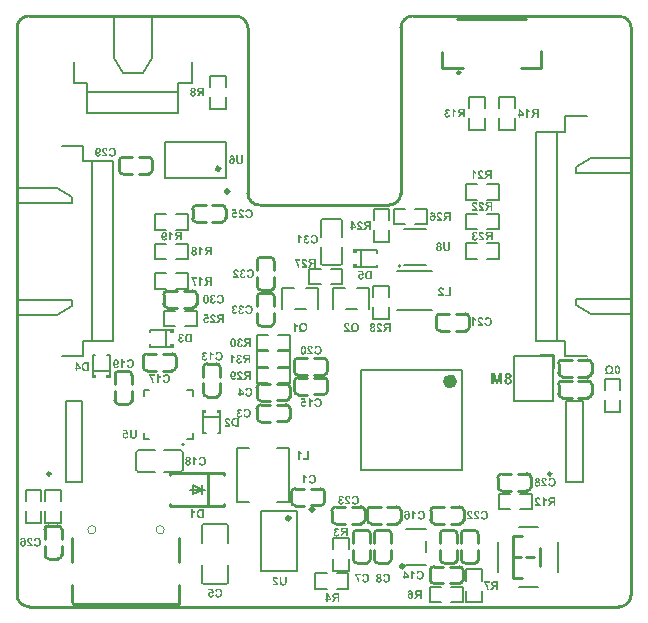
<source format=gbo>
G04*
G04 #@! TF.GenerationSoftware,Altium Limited,Altium Designer,22.0.2 (36)*
G04*
G04 Layer_Color=32896*
%FSLAX24Y24*%
%MOIN*%
G70*
G04*
G04 #@! TF.SameCoordinates,D7CE2511-F244-4390-A2D0-A891EFF9428C*
G04*
G04*
G04 #@! TF.FilePolarity,Positive*
G04*
G01*
G75*
%ADD10C,0.0100*%
%ADD11C,0.0118*%
%ADD12C,0.0060*%
%ADD15C,0.0002*%
%ADD117C,0.0236*%
%ADD118C,0.0059*%
%ADD119C,0.0079*%
%ADD120C,0.0098*%
%ADD121C,0.0059*%
%ADD122C,0.0060*%
%ADD123C,0.0080*%
%ADD124C,0.0050*%
G36*
X2484Y7732D02*
X2623D01*
Y7612D01*
X2484D01*
Y7732D01*
D01*
D02*
G37*
G36*
X3116D02*
X2977D01*
Y7612D01*
X3116D01*
Y7732D01*
D01*
D02*
G37*
G36*
X5093Y8628D02*
Y8767D01*
X5213D01*
Y8628D01*
X5093D01*
D01*
D02*
G37*
G36*
Y9260D02*
Y9121D01*
X5213D01*
Y9260D01*
X5093D01*
D01*
D02*
G37*
G36*
X6171Y6444D02*
X6310D01*
Y6564D01*
X6171D01*
Y6444D01*
D01*
D02*
G37*
G36*
X6803D02*
X6665D01*
Y6564D01*
X6803D01*
Y6444D01*
D01*
D02*
G37*
G36*
X11326Y11284D02*
Y11423D01*
X11206D01*
Y11284D01*
X11326D01*
D01*
D02*
G37*
G36*
Y11916D02*
Y11777D01*
X11206D01*
Y11916D01*
X11326D01*
D01*
D02*
G37*
G36*
X15323Y3195D02*
X15330Y3195D01*
X15343Y3192D01*
X15354Y3189D01*
X15359Y3187D01*
X15363Y3185D01*
X15367Y3184D01*
X15371Y3182D01*
X15374Y3180D01*
X15376Y3179D01*
X15379Y3177D01*
X15380Y3176D01*
X15381Y3176D01*
X15381Y3175D01*
X15386Y3171D01*
X15390Y3167D01*
X15393Y3162D01*
X15397Y3157D01*
X15402Y3146D01*
X15406Y3135D01*
X15407Y3130D01*
X15408Y3126D01*
X15410Y3121D01*
X15410Y3118D01*
X15411Y3114D01*
Y3112D01*
X15411Y3111D01*
Y3110D01*
X15356Y3105D01*
X15356Y3113D01*
X15354Y3120D01*
X15352Y3126D01*
X15350Y3131D01*
X15349Y3135D01*
X15347Y3137D01*
X15346Y3139D01*
X15345Y3139D01*
X15341Y3143D01*
X15336Y3145D01*
X15332Y3147D01*
X15327Y3148D01*
X15324Y3149D01*
X15320Y3150D01*
X15317D01*
X15311Y3149D01*
X15306Y3148D01*
X15301Y3146D01*
X15297Y3145D01*
X15294Y3143D01*
X15292Y3141D01*
X15290Y3140D01*
X15290Y3140D01*
X15287Y3135D01*
X15284Y3131D01*
X15282Y3126D01*
X15281Y3122D01*
X15280Y3118D01*
X15280Y3114D01*
Y3112D01*
Y3111D01*
Y3111D01*
X15280Y3105D01*
X15282Y3099D01*
X15284Y3093D01*
X15286Y3088D01*
X15288Y3083D01*
X15290Y3080D01*
X15291Y3078D01*
X15292Y3077D01*
X15293Y3075D01*
X15296Y3072D01*
X15299Y3068D01*
X15302Y3065D01*
X15310Y3057D01*
X15317Y3049D01*
X15325Y3041D01*
X15328Y3038D01*
X15331Y3036D01*
X15334Y3033D01*
X15336Y3031D01*
X15337Y3030D01*
X15337Y3030D01*
X15346Y3022D01*
X15353Y3014D01*
X15360Y3007D01*
X15366Y3001D01*
X15372Y2995D01*
X15377Y2989D01*
X15382Y2984D01*
X15386Y2979D01*
X15389Y2975D01*
X15392Y2971D01*
X15394Y2968D01*
X15396Y2965D01*
X15398Y2964D01*
X15398Y2962D01*
X15399Y2961D01*
Y2961D01*
X15405Y2951D01*
X15409Y2941D01*
X15412Y2932D01*
X15415Y2924D01*
X15416Y2916D01*
X15417Y2913D01*
X15417Y2911D01*
X15418Y2909D01*
X15418Y2907D01*
Y2906D01*
Y2906D01*
X15225D01*
Y2957D01*
X15334D01*
X15331Y2962D01*
X15327Y2967D01*
X15326Y2969D01*
X15324Y2971D01*
X15324Y2972D01*
X15323Y2972D01*
X15322Y2974D01*
X15320Y2976D01*
X15315Y2980D01*
X15309Y2986D01*
X15304Y2991D01*
X15299Y2996D01*
X15294Y3000D01*
X15292Y3002D01*
X15291Y3003D01*
X15290Y3004D01*
X15290Y3004D01*
X15281Y3013D01*
X15273Y3020D01*
X15267Y3027D01*
X15262Y3031D01*
X15258Y3036D01*
X15256Y3039D01*
X15254Y3041D01*
X15254Y3041D01*
X15248Y3048D01*
X15244Y3055D01*
X15240Y3061D01*
X15237Y3066D01*
X15235Y3071D01*
X15233Y3075D01*
X15232Y3077D01*
X15232Y3078D01*
X15229Y3084D01*
X15227Y3091D01*
X15226Y3097D01*
X15225Y3103D01*
X15225Y3108D01*
X15225Y3111D01*
Y3114D01*
Y3115D01*
X15225Y3121D01*
X15226Y3127D01*
X15227Y3133D01*
X15228Y3138D01*
X15232Y3148D01*
X15237Y3156D01*
X15239Y3160D01*
X15241Y3163D01*
X15243Y3166D01*
X15245Y3168D01*
X15247Y3170D01*
X15248Y3171D01*
X15249Y3172D01*
X15249Y3172D01*
X15254Y3176D01*
X15259Y3180D01*
X15264Y3183D01*
X15270Y3185D01*
X15281Y3190D01*
X15292Y3192D01*
X15297Y3193D01*
X15301Y3194D01*
X15305Y3195D01*
X15309Y3195D01*
X15312Y3195D01*
X15316D01*
X15323Y3195D01*
D02*
G37*
G36*
X15099D02*
X15106Y3195D01*
X15119Y3192D01*
X15130Y3189D01*
X15135Y3187D01*
X15139Y3185D01*
X15143Y3184D01*
X15147Y3182D01*
X15150Y3180D01*
X15153Y3179D01*
X15155Y3177D01*
X15156Y3176D01*
X15157Y3176D01*
X15157Y3175D01*
X15162Y3171D01*
X15166Y3167D01*
X15170Y3162D01*
X15173Y3157D01*
X15178Y3146D01*
X15182Y3135D01*
X15183Y3130D01*
X15185Y3126D01*
X15186Y3121D01*
X15186Y3118D01*
X15187Y3114D01*
Y3112D01*
X15188Y3111D01*
Y3110D01*
X15133Y3105D01*
X15132Y3113D01*
X15130Y3120D01*
X15128Y3126D01*
X15126Y3131D01*
X15125Y3135D01*
X15123Y3137D01*
X15122Y3139D01*
X15121Y3139D01*
X15117Y3143D01*
X15113Y3145D01*
X15108Y3147D01*
X15104Y3148D01*
X15100Y3149D01*
X15096Y3150D01*
X15094D01*
X15087Y3149D01*
X15082Y3148D01*
X15077Y3146D01*
X15073Y3145D01*
X15070Y3143D01*
X15068Y3141D01*
X15066Y3140D01*
X15066Y3140D01*
X15063Y3135D01*
X15060Y3131D01*
X15059Y3126D01*
X15057Y3122D01*
X15057Y3118D01*
X15056Y3114D01*
Y3112D01*
Y3111D01*
Y3111D01*
X15057Y3105D01*
X15058Y3099D01*
X15060Y3093D01*
X15062Y3088D01*
X15064Y3083D01*
X15066Y3080D01*
X15067Y3078D01*
X15068Y3077D01*
X15069Y3075D01*
X15072Y3072D01*
X15075Y3068D01*
X15079Y3065D01*
X15086Y3057D01*
X15094Y3049D01*
X15101Y3041D01*
X15104Y3038D01*
X15108Y3036D01*
X15110Y3033D01*
X15112Y3031D01*
X15113Y3030D01*
X15114Y3030D01*
X15122Y3022D01*
X15129Y3014D01*
X15136Y3007D01*
X15143Y3001D01*
X15148Y2995D01*
X15153Y2989D01*
X15158Y2984D01*
X15162Y2979D01*
X15165Y2975D01*
X15168Y2971D01*
X15171Y2968D01*
X15172Y2965D01*
X15174Y2964D01*
X15175Y2962D01*
X15175Y2961D01*
Y2961D01*
X15181Y2951D01*
X15185Y2941D01*
X15188Y2932D01*
X15191Y2924D01*
X15193Y2916D01*
X15193Y2913D01*
X15193Y2911D01*
X15194Y2909D01*
X15194Y2907D01*
Y2906D01*
Y2906D01*
X15001D01*
Y2957D01*
X15111D01*
X15107Y2962D01*
X15104Y2967D01*
X15102Y2969D01*
X15101Y2971D01*
X15100Y2972D01*
X15099Y2972D01*
X15098Y2974D01*
X15096Y2976D01*
X15091Y2980D01*
X15086Y2986D01*
X15080Y2991D01*
X15075Y2996D01*
X15070Y3000D01*
X15069Y3002D01*
X15067Y3003D01*
X15066Y3004D01*
X15066Y3004D01*
X15057Y3013D01*
X15049Y3020D01*
X15043Y3027D01*
X15038Y3031D01*
X15034Y3036D01*
X15032Y3039D01*
X15030Y3041D01*
X15030Y3041D01*
X15024Y3048D01*
X15020Y3055D01*
X15016Y3061D01*
X15013Y3066D01*
X15011Y3071D01*
X15009Y3075D01*
X15008Y3077D01*
X15008Y3078D01*
X15005Y3084D01*
X15004Y3091D01*
X15002Y3097D01*
X15002Y3103D01*
X15001Y3108D01*
X15001Y3111D01*
Y3114D01*
Y3115D01*
X15001Y3121D01*
X15002Y3127D01*
X15003Y3133D01*
X15005Y3138D01*
X15009Y3148D01*
X15013Y3156D01*
X15015Y3160D01*
X15017Y3163D01*
X15019Y3166D01*
X15022Y3168D01*
X15023Y3170D01*
X15024Y3171D01*
X15025Y3172D01*
X15025Y3172D01*
X15030Y3176D01*
X15035Y3180D01*
X15040Y3183D01*
X15046Y3185D01*
X15057Y3190D01*
X15068Y3192D01*
X15073Y3193D01*
X15077Y3194D01*
X15081Y3195D01*
X15085Y3195D01*
X15088Y3195D01*
X15092D01*
X15099Y3195D01*
D02*
G37*
G36*
X15576Y3199D02*
X15587Y3197D01*
X15596Y3195D01*
X15606Y3193D01*
X15614Y3190D01*
X15622Y3187D01*
X15629Y3183D01*
X15636Y3179D01*
X15642Y3175D01*
X15647Y3172D01*
X15652Y3168D01*
X15656Y3165D01*
X15658Y3163D01*
X15661Y3161D01*
X15662Y3160D01*
X15662Y3159D01*
X15669Y3151D01*
X15674Y3143D01*
X15679Y3134D01*
X15683Y3125D01*
X15687Y3116D01*
X15690Y3106D01*
X15693Y3097D01*
X15695Y3088D01*
X15696Y3080D01*
X15697Y3072D01*
X15698Y3065D01*
X15699Y3059D01*
Y3054D01*
X15699Y3051D01*
Y3048D01*
Y3048D01*
Y3047D01*
X15699Y3035D01*
X15698Y3023D01*
X15696Y3012D01*
X15693Y3002D01*
X15691Y2992D01*
X15688Y2983D01*
X15684Y2975D01*
X15681Y2968D01*
X15678Y2962D01*
X15674Y2956D01*
X15671Y2951D01*
X15668Y2947D01*
X15666Y2944D01*
X15664Y2942D01*
X15663Y2940D01*
X15663Y2940D01*
X15656Y2933D01*
X15648Y2927D01*
X15640Y2922D01*
X15632Y2918D01*
X15624Y2914D01*
X15616Y2910D01*
X15609Y2908D01*
X15602Y2906D01*
X15595Y2904D01*
X15589Y2903D01*
X15583Y2902D01*
X15578Y2902D01*
X15574Y2901D01*
X15571Y2901D01*
X15569D01*
X15560Y2901D01*
X15552Y2902D01*
X15544Y2903D01*
X15537Y2905D01*
X15530Y2906D01*
X15524Y2908D01*
X15518Y2910D01*
X15513Y2913D01*
X15508Y2915D01*
X15504Y2917D01*
X15500Y2918D01*
X15497Y2920D01*
X15495Y2922D01*
X15493Y2923D01*
X15492Y2923D01*
X15492Y2924D01*
X15487Y2928D01*
X15482Y2933D01*
X15473Y2945D01*
X15465Y2956D01*
X15459Y2967D01*
X15457Y2973D01*
X15455Y2978D01*
X15453Y2982D01*
X15451Y2986D01*
X15450Y2989D01*
X15449Y2992D01*
X15449Y2994D01*
Y2994D01*
X15505Y3012D01*
X15509Y3000D01*
X15512Y2991D01*
X15516Y2983D01*
X15520Y2976D01*
X15524Y2971D01*
X15527Y2968D01*
X15529Y2966D01*
X15530Y2965D01*
X15536Y2960D01*
X15543Y2957D01*
X15549Y2954D01*
X15555Y2952D01*
X15561Y2951D01*
X15565Y2951D01*
X15567Y2950D01*
X15569D01*
X15575Y2951D01*
X15580Y2951D01*
X15590Y2954D01*
X15599Y2957D01*
X15606Y2962D01*
X15612Y2966D01*
X15616Y2970D01*
X15618Y2971D01*
X15619Y2972D01*
X15619Y2973D01*
X15620Y2973D01*
X15623Y2978D01*
X15626Y2983D01*
X15629Y2989D01*
X15631Y2995D01*
X15634Y3008D01*
X15637Y3021D01*
X15638Y3027D01*
X15638Y3033D01*
X15639Y3038D01*
Y3043D01*
X15639Y3046D01*
Y3049D01*
Y3051D01*
Y3051D01*
X15639Y3061D01*
X15639Y3070D01*
X15638Y3078D01*
X15636Y3085D01*
X15635Y3092D01*
X15633Y3098D01*
X15631Y3103D01*
X15629Y3108D01*
X15628Y3113D01*
X15626Y3116D01*
X15624Y3119D01*
X15623Y3122D01*
X15621Y3124D01*
X15621Y3125D01*
X15620Y3126D01*
Y3126D01*
X15616Y3131D01*
X15612Y3134D01*
X15608Y3137D01*
X15603Y3140D01*
X15594Y3144D01*
X15586Y3147D01*
X15579Y3148D01*
X15576Y3149D01*
X15573Y3149D01*
X15571Y3150D01*
X15568D01*
X15559Y3149D01*
X15552Y3148D01*
X15545Y3145D01*
X15539Y3143D01*
X15535Y3140D01*
X15532Y3138D01*
X15530Y3137D01*
X15529Y3136D01*
X15523Y3131D01*
X15518Y3126D01*
X15515Y3120D01*
X15512Y3114D01*
X15510Y3109D01*
X15508Y3105D01*
X15507Y3103D01*
Y3102D01*
X15507Y3102D01*
Y3101D01*
X15450Y3115D01*
X15454Y3127D01*
X15458Y3138D01*
X15463Y3147D01*
X15468Y3154D01*
X15473Y3160D01*
X15474Y3163D01*
X15476Y3165D01*
X15477Y3166D01*
X15478Y3167D01*
X15479Y3168D01*
X15479D01*
X15485Y3173D01*
X15492Y3178D01*
X15499Y3183D01*
X15506Y3186D01*
X15514Y3189D01*
X15521Y3192D01*
X15528Y3194D01*
X15534Y3195D01*
X15541Y3197D01*
X15547Y3197D01*
X15552Y3198D01*
X15556Y3199D01*
X15560Y3199D01*
X15565D01*
X15576Y3199D01*
D02*
G37*
G36*
X426Y2295D02*
X433Y2295D01*
X446Y2293D01*
X457Y2289D01*
X462Y2288D01*
X466Y2286D01*
X470Y2284D01*
X474Y2282D01*
X477Y2280D01*
X480Y2279D01*
X482Y2277D01*
X483Y2276D01*
X484Y2276D01*
X484Y2276D01*
X489Y2271D01*
X493Y2267D01*
X497Y2262D01*
X500Y2257D01*
X505Y2246D01*
X509Y2236D01*
X510Y2230D01*
X512Y2226D01*
X513Y2222D01*
X513Y2218D01*
X514Y2214D01*
Y2212D01*
X514Y2211D01*
Y2210D01*
X460Y2205D01*
X459Y2213D01*
X457Y2220D01*
X455Y2227D01*
X453Y2231D01*
X452Y2235D01*
X450Y2237D01*
X449Y2239D01*
X448Y2239D01*
X444Y2243D01*
X440Y2245D01*
X435Y2247D01*
X430Y2249D01*
X427Y2249D01*
X423Y2250D01*
X420D01*
X414Y2249D01*
X409Y2248D01*
X404Y2247D01*
X400Y2245D01*
X397Y2243D01*
X395Y2242D01*
X393Y2240D01*
X393Y2240D01*
X390Y2236D01*
X387Y2231D01*
X386Y2227D01*
X384Y2222D01*
X383Y2218D01*
X383Y2214D01*
Y2212D01*
Y2212D01*
Y2211D01*
X383Y2205D01*
X385Y2199D01*
X387Y2193D01*
X389Y2188D01*
X391Y2184D01*
X393Y2180D01*
X394Y2178D01*
X395Y2177D01*
X396Y2175D01*
X399Y2172D01*
X402Y2168D01*
X405Y2165D01*
X413Y2157D01*
X420Y2149D01*
X428Y2142D01*
X431Y2138D01*
X435Y2136D01*
X437Y2133D01*
X439Y2132D01*
X440Y2130D01*
X440Y2130D01*
X449Y2122D01*
X456Y2115D01*
X463Y2108D01*
X470Y2101D01*
X475Y2095D01*
X480Y2089D01*
X485Y2084D01*
X489Y2079D01*
X492Y2075D01*
X495Y2071D01*
X497Y2068D01*
X499Y2066D01*
X501Y2064D01*
X502Y2062D01*
X502Y2061D01*
Y2061D01*
X508Y2051D01*
X512Y2041D01*
X515Y2032D01*
X518Y2024D01*
X519Y2016D01*
X520Y2014D01*
X520Y2011D01*
X521Y2009D01*
X521Y2007D01*
Y2006D01*
Y2006D01*
X328D01*
Y2057D01*
X438D01*
X434Y2063D01*
X430Y2067D01*
X429Y2069D01*
X428Y2071D01*
X427Y2072D01*
X426Y2072D01*
X425Y2074D01*
X423Y2076D01*
X418Y2081D01*
X413Y2086D01*
X407Y2091D01*
X402Y2096D01*
X397Y2101D01*
X395Y2102D01*
X394Y2103D01*
X393Y2104D01*
X393Y2104D01*
X384Y2113D01*
X376Y2120D01*
X370Y2127D01*
X365Y2132D01*
X361Y2136D01*
X359Y2139D01*
X357Y2141D01*
X357Y2141D01*
X351Y2148D01*
X347Y2155D01*
X343Y2161D01*
X340Y2167D01*
X338Y2171D01*
X336Y2175D01*
X335Y2177D01*
X335Y2178D01*
X332Y2185D01*
X331Y2191D01*
X329Y2197D01*
X329Y2203D01*
X328Y2208D01*
X328Y2212D01*
Y2214D01*
Y2215D01*
X328Y2221D01*
X329Y2227D01*
X330Y2233D01*
X331Y2239D01*
X336Y2248D01*
X340Y2256D01*
X342Y2260D01*
X344Y2263D01*
X346Y2266D01*
X349Y2268D01*
X350Y2270D01*
X351Y2271D01*
X352Y2272D01*
X352Y2272D01*
X357Y2276D01*
X362Y2280D01*
X367Y2283D01*
X373Y2286D01*
X384Y2290D01*
X395Y2293D01*
X400Y2294D01*
X404Y2294D01*
X408Y2295D01*
X412Y2295D01*
X415Y2296D01*
X419D01*
X426Y2295D01*
D02*
G37*
G36*
X194D02*
X202Y2294D01*
X210Y2292D01*
X217Y2290D01*
X223Y2287D01*
X230Y2284D01*
X235Y2281D01*
X241Y2278D01*
X245Y2275D01*
X249Y2271D01*
X253Y2269D01*
X256Y2266D01*
X258Y2264D01*
X260Y2262D01*
X261Y2261D01*
X261Y2260D01*
X266Y2253D01*
X271Y2245D01*
X274Y2237D01*
X278Y2228D01*
X281Y2218D01*
X283Y2209D01*
X285Y2199D01*
X287Y2190D01*
X288Y2181D01*
X289Y2173D01*
X289Y2165D01*
X290Y2159D01*
X290Y2153D01*
Y2149D01*
Y2148D01*
Y2147D01*
Y2146D01*
Y2146D01*
X290Y2132D01*
X289Y2119D01*
X288Y2107D01*
X286Y2096D01*
X284Y2086D01*
X282Y2076D01*
X279Y2068D01*
X276Y2061D01*
X274Y2055D01*
X271Y2049D01*
X269Y2045D01*
X267Y2041D01*
X265Y2038D01*
X264Y2036D01*
X263Y2035D01*
X262Y2034D01*
X257Y2029D01*
X251Y2023D01*
X245Y2019D01*
X239Y2015D01*
X233Y2011D01*
X227Y2009D01*
X221Y2006D01*
X216Y2005D01*
X210Y2004D01*
X206Y2002D01*
X201Y2002D01*
X197Y2001D01*
X195D01*
X192Y2001D01*
X190D01*
X183Y2001D01*
X176Y2002D01*
X169Y2003D01*
X163Y2005D01*
X157Y2007D01*
X151Y2009D01*
X146Y2011D01*
X142Y2014D01*
X138Y2016D01*
X134Y2019D01*
X131Y2021D01*
X128Y2023D01*
X126Y2025D01*
X125Y2026D01*
X124Y2027D01*
X124Y2027D01*
X119Y2032D01*
X115Y2038D01*
X112Y2044D01*
X109Y2050D01*
X106Y2056D01*
X104Y2061D01*
X101Y2073D01*
X100Y2078D01*
X99Y2083D01*
X98Y2087D01*
X98Y2091D01*
X98Y2094D01*
Y2096D01*
Y2098D01*
Y2098D01*
X98Y2106D01*
X99Y2113D01*
X100Y2120D01*
X101Y2127D01*
X103Y2133D01*
X106Y2138D01*
X108Y2144D01*
X110Y2148D01*
X113Y2153D01*
X115Y2156D01*
X117Y2159D01*
X119Y2162D01*
X120Y2164D01*
X121Y2165D01*
X122Y2166D01*
X123Y2167D01*
X127Y2171D01*
X132Y2175D01*
X137Y2179D01*
X142Y2182D01*
X147Y2185D01*
X152Y2187D01*
X161Y2190D01*
X165Y2191D01*
X170Y2192D01*
X173Y2192D01*
X176Y2193D01*
X178Y2193D01*
X182D01*
X188Y2193D01*
X193Y2192D01*
X198Y2191D01*
X203Y2190D01*
X212Y2185D01*
X219Y2181D01*
X225Y2177D01*
X227Y2175D01*
X230Y2172D01*
X231Y2171D01*
X232Y2170D01*
X233Y2169D01*
X233Y2169D01*
X232Y2177D01*
X232Y2186D01*
X231Y2193D01*
X230Y2200D01*
X228Y2206D01*
X227Y2211D01*
X226Y2216D01*
X224Y2220D01*
X223Y2224D01*
X222Y2227D01*
X221Y2229D01*
X220Y2231D01*
X219Y2232D01*
X218Y2233D01*
X218Y2234D01*
X213Y2239D01*
X208Y2243D01*
X203Y2246D01*
X199Y2248D01*
X195Y2249D01*
X191Y2249D01*
X189Y2250D01*
X188D01*
X184Y2249D01*
X179Y2249D01*
X175Y2247D01*
X173Y2246D01*
X170Y2244D01*
X168Y2243D01*
X167Y2242D01*
X167Y2242D01*
X164Y2239D01*
X162Y2235D01*
X160Y2231D01*
X158Y2227D01*
X158Y2223D01*
X157Y2220D01*
X156Y2219D01*
Y2218D01*
X103Y2224D01*
X106Y2236D01*
X110Y2247D01*
X115Y2256D01*
X119Y2264D01*
X124Y2269D01*
X126Y2271D01*
X128Y2274D01*
X129Y2275D01*
X130Y2276D01*
X131Y2277D01*
X131D01*
X135Y2280D01*
X139Y2283D01*
X148Y2288D01*
X158Y2291D01*
X166Y2293D01*
X173Y2295D01*
X177Y2295D01*
X180D01*
X182Y2296D01*
X185D01*
X194Y2295D01*
D02*
G37*
G36*
X679Y2299D02*
X690Y2298D01*
X699Y2296D01*
X709Y2293D01*
X717Y2290D01*
X725Y2287D01*
X732Y2283D01*
X739Y2279D01*
X745Y2276D01*
X750Y2272D01*
X755Y2269D01*
X759Y2266D01*
X762Y2263D01*
X764Y2261D01*
X765Y2260D01*
X765Y2259D01*
X772Y2252D01*
X777Y2243D01*
X782Y2234D01*
X787Y2225D01*
X790Y2216D01*
X793Y2207D01*
X796Y2197D01*
X798Y2189D01*
X799Y2180D01*
X800Y2172D01*
X801Y2165D01*
X802Y2160D01*
Y2155D01*
X802Y2151D01*
Y2148D01*
Y2148D01*
Y2148D01*
X802Y2135D01*
X801Y2123D01*
X799Y2112D01*
X797Y2102D01*
X794Y2093D01*
X791Y2083D01*
X787Y2076D01*
X784Y2068D01*
X781Y2062D01*
X777Y2056D01*
X774Y2051D01*
X772Y2047D01*
X769Y2044D01*
X767Y2042D01*
X766Y2041D01*
X766Y2040D01*
X759Y2033D01*
X751Y2027D01*
X743Y2022D01*
X735Y2018D01*
X727Y2014D01*
X720Y2011D01*
X712Y2008D01*
X705Y2006D01*
X698Y2004D01*
X692Y2003D01*
X686Y2002D01*
X681Y2002D01*
X677Y2001D01*
X674Y2001D01*
X672D01*
X663Y2001D01*
X655Y2002D01*
X647Y2003D01*
X640Y2005D01*
X633Y2006D01*
X627Y2008D01*
X621Y2010D01*
X616Y2013D01*
X611Y2015D01*
X607Y2017D01*
X604Y2019D01*
X601Y2020D01*
X598Y2022D01*
X596Y2023D01*
X596Y2024D01*
X595Y2024D01*
X590Y2029D01*
X585Y2034D01*
X576Y2045D01*
X568Y2056D01*
X562Y2068D01*
X560Y2073D01*
X558Y2078D01*
X556Y2083D01*
X554Y2086D01*
X553Y2090D01*
X552Y2092D01*
X552Y2094D01*
Y2094D01*
X608Y2112D01*
X612Y2101D01*
X616Y2091D01*
X619Y2083D01*
X623Y2076D01*
X627Y2071D01*
X630Y2068D01*
X632Y2066D01*
X633Y2065D01*
X639Y2060D01*
X646Y2057D01*
X653Y2054D01*
X658Y2052D01*
X664Y2051D01*
X668Y2051D01*
X670Y2051D01*
X672D01*
X678Y2051D01*
X683Y2051D01*
X693Y2054D01*
X702Y2058D01*
X709Y2062D01*
X715Y2066D01*
X719Y2070D01*
X721Y2071D01*
X722Y2073D01*
X722Y2073D01*
X723Y2073D01*
X726Y2078D01*
X729Y2083D01*
X732Y2089D01*
X734Y2095D01*
X737Y2108D01*
X740Y2121D01*
X741Y2128D01*
X741Y2133D01*
X742Y2138D01*
Y2143D01*
X742Y2146D01*
Y2149D01*
Y2151D01*
Y2152D01*
X742Y2161D01*
X742Y2170D01*
X741Y2178D01*
X740Y2185D01*
X738Y2192D01*
X736Y2198D01*
X735Y2204D01*
X732Y2209D01*
X731Y2213D01*
X729Y2217D01*
X727Y2219D01*
X726Y2222D01*
X725Y2224D01*
X724Y2225D01*
X723Y2226D01*
Y2227D01*
X719Y2231D01*
X715Y2234D01*
X711Y2237D01*
X706Y2240D01*
X698Y2244D01*
X689Y2247D01*
X682Y2249D01*
X679Y2249D01*
X676Y2249D01*
X674Y2250D01*
X671D01*
X663Y2249D01*
X655Y2248D01*
X648Y2246D01*
X643Y2243D01*
X638Y2241D01*
X635Y2239D01*
X633Y2237D01*
X632Y2237D01*
X626Y2232D01*
X621Y2226D01*
X618Y2220D01*
X615Y2214D01*
X613Y2209D01*
X611Y2205D01*
X611Y2204D01*
Y2202D01*
X610Y2202D01*
Y2202D01*
X553Y2215D01*
X557Y2227D01*
X561Y2238D01*
X566Y2247D01*
X571Y2254D01*
X576Y2260D01*
X577Y2263D01*
X579Y2265D01*
X580Y2266D01*
X581Y2267D01*
X582Y2268D01*
X582D01*
X589Y2274D01*
X596Y2279D01*
X602Y2283D01*
X609Y2286D01*
X617Y2289D01*
X624Y2292D01*
X631Y2294D01*
X638Y2296D01*
X644Y2297D01*
X650Y2298D01*
X655Y2299D01*
X659Y2299D01*
X663Y2299D01*
X668D01*
X679Y2299D01*
D02*
G37*
G36*
X16177Y7407D02*
X16106D01*
Y7709D01*
X16030Y7407D01*
X15955D01*
X15880Y7709D01*
X15879Y7407D01*
X15808D01*
Y7791D01*
X15924D01*
X15992Y7529D01*
X16061Y7791D01*
X16177D01*
Y7407D01*
D02*
G37*
G36*
X16378Y7793D02*
X16387Y7792D01*
X16396Y7791D01*
X16404Y7789D01*
X16412Y7787D01*
X16419Y7785D01*
X16425Y7782D01*
X16431Y7780D01*
X16436Y7777D01*
X16441Y7774D01*
X16444Y7772D01*
X16447Y7770D01*
X16450Y7768D01*
X16451Y7766D01*
X16452Y7766D01*
X16453Y7765D01*
X16458Y7760D01*
X16463Y7754D01*
X16467Y7748D01*
X16470Y7742D01*
X16476Y7730D01*
X16479Y7719D01*
X16481Y7709D01*
X16482Y7705D01*
X16482Y7701D01*
X16483Y7698D01*
Y7696D01*
Y7695D01*
Y7694D01*
X16482Y7685D01*
X16481Y7676D01*
X16479Y7668D01*
X16476Y7661D01*
X16474Y7655D01*
X16472Y7651D01*
X16471Y7649D01*
X16470Y7648D01*
X16465Y7640D01*
X16458Y7634D01*
X16451Y7628D01*
X16444Y7623D01*
X16438Y7620D01*
X16433Y7617D01*
X16430Y7615D01*
X16429Y7615D01*
X16429D01*
X16440Y7609D01*
X16450Y7603D01*
X16459Y7596D01*
X16465Y7589D01*
X16471Y7583D01*
X16475Y7579D01*
X16477Y7575D01*
X16477Y7575D01*
Y7574D01*
X16482Y7564D01*
X16486Y7554D01*
X16489Y7544D01*
X16491Y7535D01*
X16492Y7528D01*
X16492Y7522D01*
Y7520D01*
Y7518D01*
Y7517D01*
Y7517D01*
X16492Y7506D01*
X16491Y7497D01*
X16489Y7487D01*
X16486Y7479D01*
X16483Y7470D01*
X16480Y7463D01*
X16476Y7457D01*
X16472Y7451D01*
X16468Y7446D01*
X16464Y7441D01*
X16461Y7437D01*
X16458Y7433D01*
X16455Y7431D01*
X16453Y7429D01*
X16452Y7428D01*
X16451Y7427D01*
X16445Y7422D01*
X16437Y7418D01*
X16430Y7414D01*
X16423Y7412D01*
X16409Y7407D01*
X16395Y7403D01*
X16388Y7402D01*
X16383Y7402D01*
X16378Y7401D01*
X16373Y7401D01*
X16369Y7400D01*
X16364D01*
X16354Y7401D01*
X16344Y7402D01*
X16335Y7403D01*
X16326Y7405D01*
X16318Y7408D01*
X16311Y7411D01*
X16304Y7413D01*
X16298Y7417D01*
X16292Y7420D01*
X16288Y7423D01*
X16283Y7426D01*
X16280Y7428D01*
X16277Y7430D01*
X16275Y7432D01*
X16274Y7433D01*
X16274Y7433D01*
X16268Y7440D01*
X16263Y7447D01*
X16258Y7454D01*
X16254Y7461D01*
X16250Y7468D01*
X16248Y7475D01*
X16244Y7489D01*
X16242Y7495D01*
X16241Y7501D01*
X16240Y7507D01*
X16240Y7511D01*
X16239Y7515D01*
Y7518D01*
Y7519D01*
Y7520D01*
X16240Y7532D01*
X16242Y7542D01*
X16244Y7552D01*
X16248Y7560D01*
X16250Y7567D01*
X16253Y7572D01*
X16255Y7575D01*
X16256Y7576D01*
X16263Y7585D01*
X16270Y7593D01*
X16279Y7600D01*
X16287Y7605D01*
X16294Y7609D01*
X16299Y7613D01*
X16302Y7614D01*
X16303Y7614D01*
X16304Y7615D01*
X16305D01*
X16296Y7619D01*
X16288Y7624D01*
X16282Y7629D01*
X16276Y7635D01*
X16272Y7639D01*
X16269Y7643D01*
X16267Y7645D01*
X16266Y7646D01*
X16261Y7655D01*
X16258Y7663D01*
X16255Y7671D01*
X16253Y7678D01*
X16252Y7685D01*
X16252Y7690D01*
Y7693D01*
Y7694D01*
Y7694D01*
X16252Y7702D01*
X16253Y7710D01*
X16257Y7724D01*
X16261Y7735D01*
X16267Y7746D01*
X16273Y7754D01*
X16275Y7757D01*
X16277Y7760D01*
X16279Y7762D01*
X16281Y7764D01*
X16282Y7765D01*
X16282Y7765D01*
X16288Y7770D01*
X16294Y7775D01*
X16302Y7779D01*
X16308Y7782D01*
X16323Y7787D01*
X16336Y7790D01*
X16343Y7791D01*
X16349Y7792D01*
X16354Y7792D01*
X16359Y7793D01*
X16362Y7793D01*
X16368D01*
X16378Y7793D01*
D02*
G37*
G36*
X19749Y8044D02*
X19760Y8042D01*
X19770Y8041D01*
X19780Y8038D01*
X19789Y8035D01*
X19797Y8032D01*
X19804Y8029D01*
X19812Y8025D01*
X19817Y8022D01*
X19823Y8019D01*
X19827Y8015D01*
X19831Y8012D01*
X19834Y8010D01*
X19836Y8008D01*
X19837Y8007D01*
X19838Y8007D01*
X19844Y7999D01*
X19850Y7992D01*
X19855Y7985D01*
X19859Y7977D01*
X19862Y7969D01*
X19865Y7961D01*
X19868Y7954D01*
X19870Y7947D01*
X19871Y7940D01*
X19872Y7934D01*
X19873Y7929D01*
X19874Y7924D01*
Y7920D01*
X19874Y7918D01*
Y7916D01*
Y7915D01*
X19874Y7903D01*
X19872Y7892D01*
X19870Y7881D01*
X19866Y7871D01*
X19862Y7861D01*
X19858Y7851D01*
X19854Y7842D01*
X19849Y7834D01*
X19844Y7826D01*
X19839Y7820D01*
X19835Y7814D01*
X19831Y7809D01*
X19828Y7805D01*
X19825Y7802D01*
X19824Y7800D01*
X19823Y7799D01*
X19879D01*
Y7751D01*
X19747D01*
Y7797D01*
X19759Y7802D01*
X19769Y7809D01*
X19778Y7815D01*
X19785Y7821D01*
X19791Y7828D01*
X19794Y7832D01*
X19796Y7834D01*
X19797Y7836D01*
X19797Y7836D01*
X19798Y7837D01*
X19803Y7848D01*
X19807Y7859D01*
X19810Y7870D01*
X19812Y7880D01*
X19813Y7884D01*
X19814Y7888D01*
X19814Y7892D01*
Y7895D01*
X19814Y7898D01*
Y7900D01*
Y7901D01*
Y7901D01*
X19814Y7908D01*
X19814Y7915D01*
X19812Y7928D01*
X19808Y7938D01*
X19807Y7943D01*
X19804Y7948D01*
X19803Y7952D01*
X19801Y7956D01*
X19799Y7959D01*
X19798Y7962D01*
X19797Y7964D01*
X19796Y7965D01*
X19795Y7966D01*
Y7967D01*
X19791Y7972D01*
X19787Y7976D01*
X19782Y7980D01*
X19777Y7983D01*
X19773Y7985D01*
X19768Y7988D01*
X19759Y7991D01*
X19750Y7993D01*
X19747Y7994D01*
X19743Y7994D01*
X19741Y7994D01*
X19737D01*
X19730Y7994D01*
X19724Y7993D01*
X19718Y7992D01*
X19712Y7990D01*
X19707Y7988D01*
X19702Y7986D01*
X19698Y7983D01*
X19694Y7980D01*
X19690Y7978D01*
X19688Y7975D01*
X19685Y7973D01*
X19683Y7971D01*
X19681Y7969D01*
X19680Y7967D01*
X19680Y7967D01*
X19679Y7966D01*
X19676Y7961D01*
X19673Y7955D01*
X19668Y7944D01*
X19664Y7933D01*
X19662Y7923D01*
X19661Y7919D01*
X19661Y7915D01*
X19660Y7911D01*
Y7908D01*
X19660Y7905D01*
Y7903D01*
Y7902D01*
Y7901D01*
X19661Y7888D01*
X19662Y7876D01*
X19665Y7865D01*
X19667Y7860D01*
X19668Y7856D01*
X19670Y7852D01*
X19671Y7848D01*
X19673Y7845D01*
X19674Y7842D01*
X19675Y7840D01*
X19676Y7838D01*
X19677Y7838D01*
Y7837D01*
X19684Y7828D01*
X19692Y7819D01*
X19700Y7812D01*
X19708Y7807D01*
X19715Y7803D01*
X19718Y7801D01*
X19721Y7800D01*
X19723Y7799D01*
X19725Y7798D01*
X19726Y7797D01*
X19727D01*
Y7751D01*
X19595D01*
Y7799D01*
X19651D01*
X19642Y7809D01*
X19634Y7820D01*
X19627Y7830D01*
X19621Y7840D01*
X19616Y7850D01*
X19612Y7860D01*
X19609Y7869D01*
X19606Y7877D01*
X19604Y7886D01*
X19603Y7893D01*
X19601Y7899D01*
X19601Y7905D01*
X19600Y7909D01*
X19600Y7912D01*
Y7914D01*
Y7915D01*
X19600Y7925D01*
X19601Y7935D01*
X19603Y7944D01*
X19606Y7952D01*
X19609Y7961D01*
X19611Y7968D01*
X19615Y7975D01*
X19618Y7982D01*
X19622Y7987D01*
X19625Y7992D01*
X19628Y7997D01*
X19631Y8000D01*
X19633Y8003D01*
X19635Y8005D01*
X19636Y8007D01*
X19637Y8007D01*
X19644Y8014D01*
X19652Y8019D01*
X19660Y8024D01*
X19668Y8028D01*
X19676Y8032D01*
X19685Y8035D01*
X19693Y8037D01*
X19701Y8039D01*
X19708Y8041D01*
X19715Y8042D01*
X19721Y8043D01*
X19727Y8044D01*
X19731D01*
X19734Y8044D01*
X19737D01*
X19749Y8044D01*
D02*
G37*
G36*
X20019Y8040D02*
X20026Y8039D01*
X20033Y8037D01*
X20039Y8036D01*
X20045Y8033D01*
X20051Y8031D01*
X20055Y8028D01*
X20060Y8025D01*
X20064Y8022D01*
X20067Y8020D01*
X20070Y8017D01*
X20072Y8015D01*
X20074Y8013D01*
X20076Y8012D01*
X20077Y8011D01*
X20077Y8010D01*
X20082Y8003D01*
X20086Y7995D01*
X20090Y7986D01*
X20093Y7977D01*
X20096Y7967D01*
X20098Y7957D01*
X20100Y7948D01*
X20101Y7938D01*
X20102Y7929D01*
X20103Y7921D01*
X20104Y7913D01*
X20104Y7906D01*
X20105Y7901D01*
Y7897D01*
Y7895D01*
Y7894D01*
Y7893D01*
Y7893D01*
X20104Y7878D01*
X20104Y7864D01*
X20102Y7851D01*
X20101Y7840D01*
X20099Y7829D01*
X20097Y7820D01*
X20094Y7811D01*
X20092Y7804D01*
X20090Y7798D01*
X20087Y7792D01*
X20085Y7787D01*
X20083Y7784D01*
X20082Y7781D01*
X20081Y7779D01*
X20080Y7778D01*
X20079Y7777D01*
X20074Y7772D01*
X20069Y7767D01*
X20064Y7762D01*
X20058Y7759D01*
X20052Y7756D01*
X20047Y7753D01*
X20041Y7751D01*
X20036Y7749D01*
X20031Y7748D01*
X20026Y7747D01*
X20022Y7746D01*
X20019Y7746D01*
X20016D01*
X20013Y7745D01*
X20012D01*
X20004Y7746D01*
X19997Y7747D01*
X19990Y7748D01*
X19984Y7750D01*
X19978Y7752D01*
X19973Y7754D01*
X19968Y7757D01*
X19963Y7760D01*
X19960Y7763D01*
X19956Y7766D01*
X19953Y7768D01*
X19950Y7770D01*
X19949Y7772D01*
X19948Y7774D01*
X19947Y7774D01*
X19946Y7775D01*
X19941Y7782D01*
X19937Y7790D01*
X19933Y7799D01*
X19930Y7809D01*
X19927Y7818D01*
X19925Y7828D01*
X19923Y7838D01*
X19921Y7847D01*
X19921Y7856D01*
X19920Y7865D01*
X19919Y7873D01*
X19918Y7879D01*
X19918Y7885D01*
Y7889D01*
Y7890D01*
Y7892D01*
Y7892D01*
Y7893D01*
X19918Y7908D01*
X19919Y7921D01*
X19921Y7934D01*
X19923Y7945D01*
X19925Y7956D01*
X19927Y7966D01*
X19930Y7975D01*
X19932Y7982D01*
X19935Y7989D01*
X19937Y7994D01*
X19940Y7999D01*
X19942Y8004D01*
X19944Y8007D01*
X19945Y8009D01*
X19946Y8010D01*
X19946Y8010D01*
X19951Y8016D01*
X19956Y8020D01*
X19961Y8024D01*
X19967Y8028D01*
X19972Y8031D01*
X19978Y8033D01*
X19983Y8035D01*
X19988Y8037D01*
X19993Y8038D01*
X19997Y8039D01*
X20001Y8039D01*
X20005Y8040D01*
X20007Y8040D01*
X20012D01*
X20019Y8040D01*
D02*
G37*
G36*
X15262Y12497D02*
X15270Y12496D01*
X15277Y12495D01*
X15283Y12493D01*
X15288Y12491D01*
X15293Y12490D01*
X15295Y12489D01*
X15296Y12488D01*
X15296D01*
X15303Y12485D01*
X15309Y12480D01*
X15314Y12476D01*
X15318Y12473D01*
X15321Y12469D01*
X15324Y12466D01*
X15325Y12464D01*
X15326Y12463D01*
X15330Y12457D01*
X15333Y12450D01*
X15335Y12443D01*
X15338Y12437D01*
X15340Y12430D01*
X15341Y12426D01*
X15341Y12424D01*
Y12423D01*
X15342Y12422D01*
Y12421D01*
X15291Y12413D01*
X15290Y12420D01*
X15288Y12426D01*
X15286Y12430D01*
X15284Y12434D01*
X15282Y12438D01*
X15281Y12440D01*
X15279Y12441D01*
X15279Y12442D01*
X15275Y12445D01*
X15271Y12448D01*
X15267Y12449D01*
X15263Y12450D01*
X15260Y12451D01*
X15257Y12452D01*
X15255D01*
X15250Y12451D01*
X15245Y12450D01*
X15241Y12449D01*
X15238Y12448D01*
X15235Y12446D01*
X15233Y12444D01*
X15232Y12443D01*
X15231Y12443D01*
X15229Y12440D01*
X15226Y12435D01*
X15225Y12432D01*
X15224Y12428D01*
X15223Y12425D01*
X15223Y12422D01*
Y12421D01*
Y12420D01*
X15223Y12413D01*
X15224Y12408D01*
X15226Y12403D01*
X15229Y12400D01*
X15231Y12396D01*
X15233Y12394D01*
X15234Y12393D01*
X15235Y12392D01*
X15240Y12389D01*
X15245Y12386D01*
X15251Y12385D01*
X15256Y12383D01*
X15261Y12383D01*
X15266Y12383D01*
X15269D01*
X15275Y12338D01*
X15270Y12339D01*
X15265Y12341D01*
X15261Y12341D01*
X15257Y12342D01*
X15254Y12342D01*
X15250D01*
X15244Y12342D01*
X15239Y12340D01*
X15234Y12339D01*
X15230Y12336D01*
X15227Y12334D01*
X15225Y12332D01*
X15223Y12330D01*
X15223Y12330D01*
X15219Y12325D01*
X15216Y12319D01*
X15214Y12314D01*
X15212Y12309D01*
X15211Y12304D01*
X15211Y12300D01*
Y12297D01*
Y12297D01*
Y12297D01*
X15211Y12289D01*
X15213Y12282D01*
X15215Y12275D01*
X15217Y12270D01*
X15219Y12267D01*
X15221Y12264D01*
X15223Y12262D01*
X15223Y12261D01*
X15228Y12257D01*
X15233Y12254D01*
X15237Y12252D01*
X15242Y12250D01*
X15246Y12249D01*
X15249Y12249D01*
X15251Y12248D01*
X15252D01*
X15258Y12249D01*
X15263Y12250D01*
X15267Y12252D01*
X15271Y12254D01*
X15274Y12255D01*
X15277Y12257D01*
X15278Y12258D01*
X15279Y12259D01*
X15283Y12263D01*
X15286Y12268D01*
X15288Y12274D01*
X15290Y12279D01*
X15291Y12283D01*
X15292Y12287D01*
X15293Y12289D01*
Y12290D01*
Y12290D01*
X15346Y12284D01*
X15345Y12277D01*
X15343Y12271D01*
X15340Y12259D01*
X15335Y12249D01*
X15332Y12245D01*
X15330Y12241D01*
X15327Y12237D01*
X15325Y12234D01*
X15323Y12231D01*
X15321Y12229D01*
X15319Y12227D01*
X15318Y12226D01*
X15317Y12225D01*
X15316Y12225D01*
X15311Y12221D01*
X15306Y12218D01*
X15301Y12215D01*
X15295Y12212D01*
X15284Y12208D01*
X15274Y12205D01*
X15269Y12205D01*
X15265Y12204D01*
X15261Y12203D01*
X15258Y12203D01*
X15255Y12203D01*
X15251D01*
X15244Y12203D01*
X15236Y12204D01*
X15230Y12205D01*
X15223Y12207D01*
X15217Y12209D01*
X15211Y12211D01*
X15206Y12213D01*
X15202Y12216D01*
X15197Y12218D01*
X15193Y12221D01*
X15190Y12223D01*
X15187Y12225D01*
X15185Y12227D01*
X15184Y12228D01*
X15183Y12229D01*
X15182Y12229D01*
X15177Y12234D01*
X15173Y12240D01*
X15169Y12245D01*
X15166Y12250D01*
X15164Y12256D01*
X15161Y12262D01*
X15158Y12272D01*
X15157Y12276D01*
X15156Y12281D01*
X15155Y12284D01*
X15155Y12288D01*
X15155Y12290D01*
Y12292D01*
Y12294D01*
Y12294D01*
X15155Y12304D01*
X15157Y12312D01*
X15159Y12320D01*
X15162Y12326D01*
X15165Y12331D01*
X15167Y12335D01*
X15169Y12338D01*
X15169Y12339D01*
X15175Y12345D01*
X15182Y12350D01*
X15189Y12354D01*
X15195Y12358D01*
X15200Y12360D01*
X15205Y12361D01*
X15207Y12362D01*
X15208D01*
X15209Y12363D01*
X15209D01*
X15202Y12367D01*
X15195Y12372D01*
X15190Y12377D01*
X15185Y12382D01*
X15181Y12387D01*
X15177Y12392D01*
X15175Y12397D01*
X15172Y12401D01*
X15171Y12406D01*
X15169Y12410D01*
X15169Y12414D01*
X15168Y12417D01*
X15168Y12420D01*
X15167Y12422D01*
Y12423D01*
Y12423D01*
X15168Y12428D01*
X15168Y12433D01*
X15171Y12442D01*
X15174Y12450D01*
X15177Y12458D01*
X15181Y12463D01*
X15184Y12468D01*
X15186Y12469D01*
X15187Y12470D01*
X15187Y12471D01*
X15188Y12471D01*
X15192Y12476D01*
X15198Y12480D01*
X15203Y12483D01*
X15208Y12486D01*
X15214Y12489D01*
X15219Y12491D01*
X15230Y12494D01*
X15234Y12495D01*
X15239Y12496D01*
X15243Y12497D01*
X15246Y12497D01*
X15249Y12497D01*
X15253D01*
X15262Y12497D01*
D02*
G37*
G36*
X15480D02*
X15486Y12497D01*
X15499Y12495D01*
X15510Y12491D01*
X15515Y12490D01*
X15520Y12487D01*
X15524Y12486D01*
X15527Y12484D01*
X15531Y12482D01*
X15533Y12481D01*
X15535Y12479D01*
X15536Y12478D01*
X15537Y12478D01*
X15538Y12478D01*
X15542Y12473D01*
X15546Y12469D01*
X15550Y12464D01*
X15553Y12459D01*
X15558Y12448D01*
X15563Y12438D01*
X15564Y12432D01*
X15565Y12428D01*
X15566Y12423D01*
X15567Y12420D01*
X15568Y12416D01*
Y12414D01*
X15568Y12413D01*
Y12412D01*
X15513Y12407D01*
X15512Y12415D01*
X15511Y12422D01*
X15509Y12428D01*
X15507Y12433D01*
X15505Y12437D01*
X15504Y12439D01*
X15502Y12441D01*
X15502Y12441D01*
X15498Y12445D01*
X15493Y12447D01*
X15489Y12449D01*
X15484Y12450D01*
X15480Y12451D01*
X15477Y12452D01*
X15474D01*
X15468Y12451D01*
X15462Y12450D01*
X15458Y12448D01*
X15454Y12447D01*
X15451Y12445D01*
X15448Y12443D01*
X15447Y12442D01*
X15447Y12442D01*
X15443Y12438D01*
X15441Y12433D01*
X15439Y12428D01*
X15438Y12424D01*
X15437Y12420D01*
X15437Y12416D01*
Y12414D01*
Y12413D01*
Y12413D01*
X15437Y12407D01*
X15438Y12401D01*
X15440Y12395D01*
X15442Y12390D01*
X15444Y12386D01*
X15447Y12382D01*
X15448Y12380D01*
X15448Y12379D01*
X15450Y12377D01*
X15452Y12374D01*
X15456Y12370D01*
X15459Y12367D01*
X15467Y12359D01*
X15474Y12351D01*
X15481Y12344D01*
X15485Y12340D01*
X15488Y12338D01*
X15491Y12335D01*
X15492Y12334D01*
X15494Y12332D01*
X15494Y12332D01*
X15502Y12324D01*
X15510Y12317D01*
X15517Y12309D01*
X15523Y12303D01*
X15529Y12297D01*
X15534Y12291D01*
X15538Y12286D01*
X15542Y12281D01*
X15546Y12277D01*
X15548Y12273D01*
X15551Y12270D01*
X15553Y12267D01*
X15554Y12266D01*
X15555Y12264D01*
X15556Y12263D01*
Y12263D01*
X15561Y12253D01*
X15566Y12243D01*
X15569Y12234D01*
X15571Y12226D01*
X15573Y12218D01*
X15573Y12215D01*
X15574Y12213D01*
X15574Y12211D01*
X15575Y12209D01*
Y12208D01*
Y12208D01*
X15381D01*
Y12259D01*
X15491D01*
X15488Y12265D01*
X15484Y12269D01*
X15482Y12271D01*
X15481Y12273D01*
X15480Y12274D01*
X15480Y12274D01*
X15478Y12276D01*
X15476Y12278D01*
X15472Y12282D01*
X15466Y12288D01*
X15461Y12293D01*
X15455Y12298D01*
X15451Y12302D01*
X15449Y12304D01*
X15448Y12305D01*
X15447Y12306D01*
X15447Y12306D01*
X15437Y12315D01*
X15430Y12322D01*
X15424Y12329D01*
X15419Y12334D01*
X15415Y12338D01*
X15412Y12341D01*
X15411Y12343D01*
X15410Y12343D01*
X15405Y12350D01*
X15400Y12357D01*
X15397Y12363D01*
X15394Y12369D01*
X15391Y12373D01*
X15390Y12377D01*
X15389Y12379D01*
X15388Y12380D01*
X15386Y12386D01*
X15384Y12393D01*
X15383Y12399D01*
X15382Y12405D01*
X15382Y12410D01*
X15381Y12413D01*
Y12416D01*
Y12417D01*
X15382Y12423D01*
X15382Y12429D01*
X15383Y12435D01*
X15385Y12440D01*
X15389Y12450D01*
X15393Y12458D01*
X15396Y12462D01*
X15398Y12465D01*
X15400Y12468D01*
X15402Y12470D01*
X15404Y12472D01*
X15405Y12473D01*
X15405Y12474D01*
X15406Y12474D01*
X15410Y12478D01*
X15416Y12482D01*
X15421Y12485D01*
X15427Y12487D01*
X15437Y12492D01*
X15448Y12495D01*
X15453Y12495D01*
X15458Y12496D01*
X15462Y12497D01*
X15466Y12497D01*
X15469Y12497D01*
X15473D01*
X15480Y12497D01*
D02*
G37*
G36*
X15845Y12208D02*
X15787D01*
Y12328D01*
X15769D01*
X15763Y12328D01*
X15758Y12327D01*
X15754Y12327D01*
X15750Y12326D01*
X15748Y12325D01*
X15747Y12325D01*
X15746D01*
X15743Y12323D01*
X15740Y12321D01*
X15737Y12319D01*
X15734Y12318D01*
X15732Y12316D01*
X15730Y12314D01*
X15729Y12313D01*
X15729Y12313D01*
X15727Y12311D01*
X15725Y12309D01*
X15721Y12302D01*
X15716Y12296D01*
X15710Y12288D01*
X15706Y12282D01*
X15704Y12278D01*
X15702Y12276D01*
X15700Y12274D01*
X15699Y12272D01*
X15699Y12271D01*
X15698Y12270D01*
X15657Y12208D01*
X15587D01*
X15622Y12264D01*
X15626Y12270D01*
X15630Y12276D01*
X15633Y12281D01*
X15636Y12285D01*
X15639Y12289D01*
X15642Y12294D01*
X15647Y12300D01*
X15650Y12305D01*
X15653Y12308D01*
X15655Y12310D01*
X15655Y12311D01*
X15660Y12316D01*
X15665Y12320D01*
X15670Y12324D01*
X15675Y12328D01*
X15680Y12331D01*
X15683Y12333D01*
X15685Y12334D01*
X15686Y12335D01*
X15686D01*
X15679Y12336D01*
X15673Y12338D01*
X15667Y12339D01*
X15661Y12341D01*
X15656Y12344D01*
X15652Y12346D01*
X15647Y12348D01*
X15643Y12350D01*
X15640Y12352D01*
X15637Y12354D01*
X15635Y12356D01*
X15633Y12358D01*
X15631Y12359D01*
X15630Y12361D01*
X15630Y12361D01*
X15629Y12361D01*
X15626Y12366D01*
X15623Y12370D01*
X15618Y12379D01*
X15615Y12388D01*
X15613Y12396D01*
X15611Y12404D01*
X15610Y12407D01*
Y12410D01*
X15610Y12412D01*
Y12414D01*
Y12415D01*
Y12415D01*
X15610Y12424D01*
X15612Y12433D01*
X15614Y12440D01*
X15616Y12447D01*
X15619Y12453D01*
X15621Y12457D01*
X15622Y12458D01*
X15623Y12459D01*
X15623Y12460D01*
Y12460D01*
X15628Y12467D01*
X15633Y12473D01*
X15639Y12478D01*
X15644Y12482D01*
X15649Y12484D01*
X15653Y12486D01*
X15655Y12487D01*
X15656Y12488D01*
X15656D01*
X15660Y12489D01*
X15665Y12490D01*
X15675Y12492D01*
X15687Y12494D01*
X15697Y12495D01*
X15703D01*
X15707Y12495D01*
X15712D01*
X15716Y12496D01*
X15845D01*
Y12208D01*
D02*
G37*
G36*
X15478Y13494D02*
X15485Y13494D01*
X15498Y13492D01*
X15509Y13489D01*
X15514Y13487D01*
X15518Y13485D01*
X15522Y13483D01*
X15526Y13481D01*
X15529Y13479D01*
X15532Y13478D01*
X15534Y13476D01*
X15535Y13476D01*
X15536Y13475D01*
X15536Y13475D01*
X15541Y13471D01*
X15545Y13466D01*
X15549Y13461D01*
X15552Y13456D01*
X15557Y13445D01*
X15561Y13435D01*
X15562Y13429D01*
X15564Y13425D01*
X15565Y13421D01*
X15565Y13417D01*
X15566Y13414D01*
Y13412D01*
X15567Y13410D01*
Y13409D01*
X15512Y13404D01*
X15511Y13412D01*
X15509Y13419D01*
X15507Y13426D01*
X15505Y13430D01*
X15504Y13434D01*
X15502Y13437D01*
X15501Y13438D01*
X15500Y13439D01*
X15496Y13442D01*
X15492Y13444D01*
X15487Y13447D01*
X15483Y13448D01*
X15479Y13449D01*
X15475Y13449D01*
X15473D01*
X15466Y13449D01*
X15461Y13447D01*
X15456Y13446D01*
X15452Y13444D01*
X15449Y13442D01*
X15447Y13441D01*
X15445Y13439D01*
X15445Y13439D01*
X15442Y13435D01*
X15439Y13430D01*
X15438Y13426D01*
X15436Y13421D01*
X15436Y13417D01*
X15435Y13413D01*
Y13411D01*
Y13411D01*
Y13410D01*
X15436Y13404D01*
X15437Y13398D01*
X15439Y13392D01*
X15441Y13387D01*
X15443Y13383D01*
X15445Y13380D01*
X15446Y13377D01*
X15447Y13377D01*
X15448Y13374D01*
X15451Y13371D01*
X15454Y13367D01*
X15458Y13364D01*
X15465Y13356D01*
X15473Y13348D01*
X15480Y13341D01*
X15483Y13338D01*
X15487Y13335D01*
X15489Y13333D01*
X15491Y13331D01*
X15492Y13330D01*
X15493Y13329D01*
X15501Y13321D01*
X15508Y13314D01*
X15515Y13307D01*
X15522Y13300D01*
X15527Y13294D01*
X15532Y13288D01*
X15537Y13283D01*
X15541Y13278D01*
X15544Y13274D01*
X15547Y13271D01*
X15549Y13268D01*
X15551Y13265D01*
X15553Y13263D01*
X15554Y13261D01*
X15554Y13261D01*
Y13260D01*
X15560Y13251D01*
X15564Y13241D01*
X15567Y13231D01*
X15570Y13223D01*
X15572Y13216D01*
X15572Y13213D01*
X15572Y13210D01*
X15573Y13208D01*
X15573Y13206D01*
Y13206D01*
Y13205D01*
X15380D01*
Y13256D01*
X15490D01*
X15486Y13262D01*
X15483Y13266D01*
X15481Y13268D01*
X15480Y13270D01*
X15479Y13271D01*
X15478Y13271D01*
X15477Y13273D01*
X15475Y13275D01*
X15470Y13280D01*
X15465Y13285D01*
X15459Y13291D01*
X15454Y13296D01*
X15449Y13300D01*
X15448Y13301D01*
X15446Y13303D01*
X15445Y13303D01*
X15445Y13303D01*
X15436Y13312D01*
X15428Y13319D01*
X15422Y13326D01*
X15417Y13331D01*
X15413Y13335D01*
X15411Y13338D01*
X15409Y13340D01*
X15409Y13340D01*
X15403Y13348D01*
X15399Y13354D01*
X15395Y13360D01*
X15392Y13366D01*
X15390Y13370D01*
X15388Y13374D01*
X15387Y13376D01*
X15387Y13377D01*
X15384Y13384D01*
X15383Y13390D01*
X15381Y13397D01*
X15381Y13402D01*
X15380Y13407D01*
X15380Y13411D01*
Y13413D01*
Y13414D01*
X15380Y13420D01*
X15381Y13427D01*
X15382Y13432D01*
X15384Y13438D01*
X15388Y13447D01*
X15392Y13456D01*
X15394Y13459D01*
X15396Y13462D01*
X15398Y13465D01*
X15401Y13467D01*
X15402Y13469D01*
X15403Y13471D01*
X15404Y13471D01*
X15404Y13471D01*
X15409Y13476D01*
X15414Y13479D01*
X15419Y13482D01*
X15425Y13485D01*
X15436Y13489D01*
X15447Y13492D01*
X15452Y13493D01*
X15456Y13494D01*
X15460Y13494D01*
X15464Y13494D01*
X15467Y13495D01*
X15471D01*
X15478Y13494D01*
D02*
G37*
G36*
X15255D02*
X15261Y13494D01*
X15274Y13492D01*
X15285Y13489D01*
X15290Y13487D01*
X15295Y13485D01*
X15299Y13483D01*
X15302Y13481D01*
X15305Y13479D01*
X15308Y13478D01*
X15310Y13476D01*
X15311Y13476D01*
X15312Y13475D01*
X15312Y13475D01*
X15317Y13471D01*
X15321Y13466D01*
X15325Y13461D01*
X15328Y13456D01*
X15333Y13445D01*
X15337Y13435D01*
X15339Y13429D01*
X15340Y13425D01*
X15341Y13421D01*
X15342Y13417D01*
X15342Y13414D01*
Y13412D01*
X15343Y13410D01*
Y13409D01*
X15288Y13404D01*
X15287Y13412D01*
X15285Y13419D01*
X15284Y13426D01*
X15282Y13430D01*
X15280Y13434D01*
X15278Y13437D01*
X15277Y13438D01*
X15277Y13439D01*
X15272Y13442D01*
X15268Y13444D01*
X15263Y13447D01*
X15259Y13448D01*
X15255Y13449D01*
X15252Y13449D01*
X15249D01*
X15243Y13449D01*
X15237Y13447D01*
X15233Y13446D01*
X15228Y13444D01*
X15225Y13442D01*
X15223Y13441D01*
X15222Y13439D01*
X15221Y13439D01*
X15218Y13435D01*
X15215Y13430D01*
X15214Y13426D01*
X15213Y13421D01*
X15212Y13417D01*
X15211Y13413D01*
Y13411D01*
Y13411D01*
Y13410D01*
X15212Y13404D01*
X15213Y13398D01*
X15215Y13392D01*
X15217Y13387D01*
X15219Y13383D01*
X15221Y13380D01*
X15223Y13377D01*
X15223Y13377D01*
X15225Y13374D01*
X15227Y13371D01*
X15230Y13367D01*
X15234Y13364D01*
X15241Y13356D01*
X15249Y13348D01*
X15256Y13341D01*
X15260Y13338D01*
X15263Y13335D01*
X15265Y13333D01*
X15267Y13331D01*
X15268Y13330D01*
X15269Y13329D01*
X15277Y13321D01*
X15285Y13314D01*
X15292Y13307D01*
X15298Y13300D01*
X15304Y13294D01*
X15309Y13288D01*
X15313Y13283D01*
X15317Y13278D01*
X15320Y13274D01*
X15323Y13271D01*
X15326Y13268D01*
X15327Y13265D01*
X15329Y13263D01*
X15330Y13261D01*
X15331Y13261D01*
Y13260D01*
X15336Y13251D01*
X15340Y13241D01*
X15344Y13231D01*
X15346Y13223D01*
X15348Y13216D01*
X15348Y13213D01*
X15349Y13210D01*
X15349Y13208D01*
X15349Y13206D01*
Y13206D01*
Y13205D01*
X15156D01*
Y13256D01*
X15266D01*
X15262Y13262D01*
X15259Y13266D01*
X15257Y13268D01*
X15256Y13270D01*
X15255Y13271D01*
X15255Y13271D01*
X15253Y13273D01*
X15251Y13275D01*
X15246Y13280D01*
X15241Y13285D01*
X15235Y13291D01*
X15230Y13296D01*
X15225Y13300D01*
X15224Y13301D01*
X15223Y13303D01*
X15222Y13303D01*
X15221Y13303D01*
X15212Y13312D01*
X15205Y13319D01*
X15198Y13326D01*
X15193Y13331D01*
X15190Y13335D01*
X15187Y13338D01*
X15186Y13340D01*
X15185Y13340D01*
X15180Y13348D01*
X15175Y13354D01*
X15171Y13360D01*
X15168Y13366D01*
X15166Y13370D01*
X15164Y13374D01*
X15163Y13376D01*
X15163Y13377D01*
X15161Y13384D01*
X15159Y13390D01*
X15158Y13397D01*
X15157Y13402D01*
X15156Y13407D01*
X15156Y13411D01*
Y13413D01*
Y13414D01*
X15156Y13420D01*
X15157Y13427D01*
X15158Y13432D01*
X15160Y13438D01*
X15164Y13447D01*
X15168Y13456D01*
X15171Y13459D01*
X15173Y13462D01*
X15175Y13465D01*
X15177Y13467D01*
X15178Y13469D01*
X15179Y13471D01*
X15180Y13471D01*
X15181Y13471D01*
X15185Y13476D01*
X15191Y13479D01*
X15195Y13482D01*
X15201Y13485D01*
X15212Y13489D01*
X15223Y13492D01*
X15228Y13493D01*
X15233Y13494D01*
X15237Y13494D01*
X15240Y13494D01*
X15243Y13495D01*
X15247D01*
X15255Y13494D01*
D02*
G37*
G36*
X15844Y13205D02*
X15786D01*
Y13325D01*
X15767D01*
X15761Y13325D01*
X15756Y13325D01*
X15752Y13324D01*
X15749Y13323D01*
X15747Y13323D01*
X15745Y13322D01*
X15745D01*
X15742Y13320D01*
X15738Y13319D01*
X15735Y13317D01*
X15733Y13315D01*
X15730Y13313D01*
X15729Y13311D01*
X15728Y13310D01*
X15728Y13310D01*
X15726Y13308D01*
X15724Y13306D01*
X15719Y13300D01*
X15714Y13293D01*
X15709Y13286D01*
X15704Y13279D01*
X15702Y13276D01*
X15701Y13273D01*
X15699Y13271D01*
X15698Y13269D01*
X15697Y13268D01*
X15697Y13268D01*
X15655Y13205D01*
X15585D01*
X15621Y13261D01*
X15624Y13267D01*
X15628Y13273D01*
X15631Y13278D01*
X15635Y13283D01*
X15638Y13287D01*
X15640Y13291D01*
X15645Y13297D01*
X15649Y13302D01*
X15651Y13305D01*
X15654Y13308D01*
X15654Y13308D01*
X15659Y13313D01*
X15664Y13318D01*
X15669Y13321D01*
X15674Y13325D01*
X15678Y13328D01*
X15681Y13330D01*
X15684Y13332D01*
X15684Y13332D01*
X15685D01*
X15678Y13333D01*
X15671Y13335D01*
X15666Y13337D01*
X15660Y13339D01*
X15655Y13341D01*
X15650Y13343D01*
X15646Y13345D01*
X15642Y13348D01*
X15639Y13350D01*
X15636Y13352D01*
X15633Y13354D01*
X15631Y13355D01*
X15630Y13357D01*
X15629Y13358D01*
X15628Y13358D01*
X15628Y13359D01*
X15624Y13363D01*
X15621Y13367D01*
X15616Y13376D01*
X15613Y13385D01*
X15611Y13394D01*
X15609Y13401D01*
X15609Y13404D01*
Y13407D01*
X15609Y13409D01*
Y13411D01*
Y13412D01*
Y13412D01*
X15609Y13422D01*
X15611Y13430D01*
X15613Y13438D01*
X15615Y13444D01*
X15617Y13450D01*
X15619Y13454D01*
X15620Y13455D01*
X15621Y13456D01*
X15621Y13457D01*
Y13457D01*
X15626Y13464D01*
X15632Y13470D01*
X15637Y13475D01*
X15643Y13479D01*
X15648Y13481D01*
X15651Y13484D01*
X15654Y13485D01*
X15654Y13485D01*
X15655D01*
X15659Y13486D01*
X15663Y13488D01*
X15674Y13490D01*
X15685Y13491D01*
X15696Y13492D01*
X15701D01*
X15706Y13493D01*
X15711D01*
X15714Y13493D01*
X15844D01*
Y13205D01*
D02*
G37*
G36*
X15456Y14544D02*
X15462Y14544D01*
X15475Y14542D01*
X15486Y14539D01*
X15491Y14537D01*
X15496Y14535D01*
X15500Y14533D01*
X15503Y14531D01*
X15506Y14529D01*
X15509Y14528D01*
X15511Y14526D01*
X15512Y14526D01*
X15513Y14525D01*
X15514Y14525D01*
X15518Y14521D01*
X15522Y14516D01*
X15526Y14511D01*
X15529Y14506D01*
X15534Y14495D01*
X15538Y14485D01*
X15540Y14479D01*
X15541Y14475D01*
X15542Y14471D01*
X15543Y14467D01*
X15543Y14464D01*
Y14462D01*
X15544Y14460D01*
Y14459D01*
X15489Y14454D01*
X15488Y14462D01*
X15486Y14469D01*
X15485Y14476D01*
X15483Y14480D01*
X15481Y14484D01*
X15479Y14487D01*
X15478Y14488D01*
X15478Y14489D01*
X15474Y14492D01*
X15469Y14494D01*
X15464Y14497D01*
X15460Y14498D01*
X15456Y14499D01*
X15453Y14499D01*
X15450D01*
X15444Y14499D01*
X15438Y14497D01*
X15434Y14496D01*
X15429Y14494D01*
X15427Y14492D01*
X15424Y14491D01*
X15423Y14489D01*
X15422Y14489D01*
X15419Y14485D01*
X15417Y14480D01*
X15415Y14476D01*
X15414Y14471D01*
X15413Y14467D01*
X15412Y14463D01*
Y14461D01*
Y14461D01*
Y14460D01*
X15413Y14454D01*
X15414Y14448D01*
X15416Y14442D01*
X15418Y14437D01*
X15420Y14433D01*
X15422Y14430D01*
X15424Y14427D01*
X15424Y14427D01*
X15426Y14424D01*
X15428Y14421D01*
X15432Y14417D01*
X15435Y14414D01*
X15442Y14406D01*
X15450Y14398D01*
X15457Y14391D01*
X15461Y14388D01*
X15464Y14385D01*
X15467Y14383D01*
X15468Y14381D01*
X15469Y14380D01*
X15470Y14379D01*
X15478Y14371D01*
X15486Y14364D01*
X15493Y14357D01*
X15499Y14351D01*
X15505Y14344D01*
X15510Y14338D01*
X15514Y14333D01*
X15518Y14328D01*
X15521Y14324D01*
X15524Y14321D01*
X15527Y14318D01*
X15529Y14315D01*
X15530Y14313D01*
X15531Y14311D01*
X15532Y14311D01*
Y14310D01*
X15537Y14301D01*
X15541Y14291D01*
X15545Y14281D01*
X15547Y14273D01*
X15549Y14266D01*
X15549Y14263D01*
X15550Y14260D01*
X15550Y14258D01*
X15551Y14256D01*
Y14256D01*
Y14255D01*
X15357D01*
Y14306D01*
X15467D01*
X15464Y14312D01*
X15460Y14316D01*
X15458Y14318D01*
X15457Y14320D01*
X15456Y14321D01*
X15456Y14321D01*
X15454Y14323D01*
X15452Y14325D01*
X15447Y14330D01*
X15442Y14335D01*
X15437Y14341D01*
X15431Y14346D01*
X15427Y14350D01*
X15425Y14351D01*
X15424Y14353D01*
X15423Y14353D01*
X15422Y14353D01*
X15413Y14362D01*
X15406Y14369D01*
X15400Y14376D01*
X15395Y14381D01*
X15391Y14385D01*
X15388Y14388D01*
X15387Y14390D01*
X15386Y14390D01*
X15381Y14397D01*
X15376Y14404D01*
X15373Y14410D01*
X15370Y14416D01*
X15367Y14420D01*
X15365Y14424D01*
X15365Y14426D01*
X15364Y14427D01*
X15362Y14434D01*
X15360Y14440D01*
X15359Y14447D01*
X15358Y14452D01*
X15358Y14457D01*
X15357Y14461D01*
Y14463D01*
Y14464D01*
X15358Y14470D01*
X15358Y14477D01*
X15359Y14482D01*
X15361Y14488D01*
X15365Y14497D01*
X15369Y14506D01*
X15372Y14509D01*
X15374Y14512D01*
X15376Y14515D01*
X15378Y14517D01*
X15380Y14519D01*
X15380Y14521D01*
X15381Y14521D01*
X15382Y14521D01*
X15386Y14526D01*
X15392Y14529D01*
X15397Y14532D01*
X15402Y14535D01*
X15413Y14539D01*
X15424Y14542D01*
X15429Y14543D01*
X15434Y14544D01*
X15438Y14544D01*
X15442Y14544D01*
X15444Y14545D01*
X15449D01*
X15456Y14544D01*
D02*
G37*
G36*
X15228Y14535D02*
X15233Y14526D01*
X15239Y14518D01*
X15245Y14511D01*
X15250Y14506D01*
X15254Y14502D01*
X15256Y14500D01*
X15257Y14499D01*
X15258Y14499D01*
X15259Y14498D01*
X15268Y14492D01*
X15276Y14486D01*
X15284Y14481D01*
X15291Y14478D01*
X15297Y14475D01*
X15301Y14473D01*
X15303Y14473D01*
X15304Y14472D01*
X15305Y14472D01*
X15305D01*
Y14422D01*
X15290Y14428D01*
X15277Y14434D01*
X15271Y14437D01*
X15265Y14441D01*
X15259Y14445D01*
X15254Y14448D01*
X15250Y14451D01*
X15246Y14454D01*
X15242Y14457D01*
X15239Y14459D01*
X15237Y14461D01*
X15235Y14462D01*
X15234Y14463D01*
X15234Y14464D01*
Y14255D01*
X15179D01*
Y14545D01*
X15224D01*
X15228Y14535D01*
D02*
G37*
G36*
X15821Y14255D02*
X15763D01*
Y14375D01*
X15744D01*
X15739Y14375D01*
X15734Y14375D01*
X15729Y14374D01*
X15726Y14373D01*
X15724Y14373D01*
X15723Y14372D01*
X15722D01*
X15719Y14370D01*
X15716Y14369D01*
X15713Y14367D01*
X15710Y14365D01*
X15708Y14363D01*
X15706Y14361D01*
X15705Y14360D01*
X15705Y14360D01*
X15703Y14358D01*
X15701Y14356D01*
X15697Y14350D01*
X15692Y14343D01*
X15686Y14336D01*
X15682Y14329D01*
X15680Y14326D01*
X15678Y14323D01*
X15676Y14321D01*
X15675Y14319D01*
X15675Y14318D01*
X15674Y14318D01*
X15632Y14255D01*
X15563D01*
X15598Y14311D01*
X15602Y14317D01*
X15605Y14323D01*
X15609Y14328D01*
X15612Y14333D01*
X15615Y14337D01*
X15618Y14341D01*
X15623Y14347D01*
X15626Y14352D01*
X15629Y14355D01*
X15631Y14358D01*
X15631Y14358D01*
X15636Y14363D01*
X15641Y14368D01*
X15646Y14371D01*
X15651Y14375D01*
X15655Y14378D01*
X15659Y14380D01*
X15661Y14382D01*
X15662Y14382D01*
X15662D01*
X15655Y14383D01*
X15649Y14385D01*
X15643Y14387D01*
X15637Y14389D01*
X15632Y14391D01*
X15627Y14393D01*
X15623Y14395D01*
X15619Y14397D01*
X15616Y14400D01*
X15613Y14402D01*
X15610Y14404D01*
X15609Y14405D01*
X15607Y14407D01*
X15606Y14408D01*
X15605Y14408D01*
X15605Y14409D01*
X15602Y14413D01*
X15599Y14417D01*
X15594Y14426D01*
X15590Y14435D01*
X15588Y14444D01*
X15587Y14451D01*
X15586Y14454D01*
Y14457D01*
X15586Y14459D01*
Y14461D01*
Y14462D01*
Y14462D01*
X15586Y14472D01*
X15588Y14480D01*
X15590Y14488D01*
X15592Y14494D01*
X15595Y14500D01*
X15597Y14504D01*
X15598Y14505D01*
X15598Y14506D01*
X15599Y14507D01*
Y14507D01*
X15604Y14514D01*
X15609Y14520D01*
X15615Y14525D01*
X15620Y14529D01*
X15625Y14531D01*
X15629Y14534D01*
X15631Y14535D01*
X15632Y14535D01*
X15632D01*
X15636Y14536D01*
X15641Y14538D01*
X15651Y14540D01*
X15662Y14541D01*
X15673Y14542D01*
X15679D01*
X15683Y14543D01*
X15688D01*
X15692Y14543D01*
X15821D01*
Y14255D01*
D02*
G37*
G36*
X2924Y15295D02*
X2931Y15295D01*
X2944Y15293D01*
X2954Y15289D01*
X2959Y15288D01*
X2964Y15286D01*
X2968Y15284D01*
X2971Y15282D01*
X2975Y15280D01*
X2977Y15279D01*
X2979Y15277D01*
X2981Y15276D01*
X2981Y15276D01*
X2982Y15276D01*
X2986Y15271D01*
X2991Y15267D01*
X2994Y15262D01*
X2998Y15257D01*
X3003Y15246D01*
X3007Y15236D01*
X3008Y15230D01*
X3009Y15226D01*
X3011Y15222D01*
X3011Y15218D01*
X3012Y15214D01*
Y15212D01*
X3012Y15211D01*
Y15210D01*
X2957Y15205D01*
X2956Y15213D01*
X2955Y15220D01*
X2953Y15227D01*
X2951Y15231D01*
X2949Y15235D01*
X2948Y15237D01*
X2946Y15239D01*
X2946Y15239D01*
X2942Y15243D01*
X2937Y15245D01*
X2933Y15247D01*
X2928Y15249D01*
X2924Y15249D01*
X2921Y15250D01*
X2918D01*
X2912Y15249D01*
X2907Y15248D01*
X2902Y15247D01*
X2898Y15245D01*
X2895Y15243D01*
X2892Y15242D01*
X2891Y15240D01*
X2891Y15240D01*
X2887Y15236D01*
X2885Y15231D01*
X2883Y15227D01*
X2882Y15222D01*
X2881Y15218D01*
X2881Y15214D01*
Y15212D01*
Y15212D01*
Y15211D01*
X2881Y15205D01*
X2882Y15199D01*
X2884Y15193D01*
X2887Y15188D01*
X2889Y15184D01*
X2891Y15180D01*
X2892Y15178D01*
X2892Y15177D01*
X2894Y15175D01*
X2897Y15172D01*
X2900Y15168D01*
X2903Y15165D01*
X2911Y15157D01*
X2918Y15149D01*
X2926Y15142D01*
X2929Y15138D01*
X2932Y15136D01*
X2935Y15133D01*
X2936Y15132D01*
X2938Y15130D01*
X2938Y15130D01*
X2946Y15122D01*
X2954Y15115D01*
X2961Y15108D01*
X2967Y15101D01*
X2973Y15095D01*
X2978Y15089D01*
X2983Y15084D01*
X2986Y15079D01*
X2990Y15075D01*
X2993Y15071D01*
X2995Y15068D01*
X2997Y15066D01*
X2998Y15064D01*
X2999Y15062D01*
X3000Y15061D01*
Y15061D01*
X3006Y15051D01*
X3010Y15041D01*
X3013Y15032D01*
X3016Y15024D01*
X3017Y15016D01*
X3018Y15014D01*
X3018Y15011D01*
X3018Y15009D01*
X3019Y15007D01*
Y15006D01*
Y15006D01*
X2825D01*
Y15057D01*
X2935D01*
X2932Y15063D01*
X2928Y15067D01*
X2927Y15069D01*
X2925Y15071D01*
X2924Y15072D01*
X2924Y15072D01*
X2922Y15074D01*
X2921Y15076D01*
X2916Y15081D01*
X2910Y15086D01*
X2905Y15091D01*
X2899Y15096D01*
X2895Y15101D01*
X2893Y15102D01*
X2892Y15103D01*
X2891Y15104D01*
X2891Y15104D01*
X2882Y15113D01*
X2874Y15120D01*
X2868Y15127D01*
X2863Y15132D01*
X2859Y15136D01*
X2857Y15139D01*
X2855Y15141D01*
X2855Y15141D01*
X2849Y15148D01*
X2845Y15155D01*
X2841Y15161D01*
X2838Y15167D01*
X2835Y15171D01*
X2834Y15175D01*
X2833Y15177D01*
X2832Y15178D01*
X2830Y15185D01*
X2828Y15191D01*
X2827Y15197D01*
X2826Y15203D01*
X2826Y15208D01*
X2825Y15212D01*
Y15214D01*
Y15215D01*
X2826Y15221D01*
X2827Y15227D01*
X2827Y15233D01*
X2829Y15239D01*
X2833Y15248D01*
X2837Y15257D01*
X2840Y15260D01*
X2842Y15263D01*
X2844Y15266D01*
X2846Y15268D01*
X2848Y15270D01*
X2849Y15271D01*
X2850Y15272D01*
X2850Y15272D01*
X2855Y15276D01*
X2860Y15280D01*
X2865Y15283D01*
X2871Y15286D01*
X2882Y15290D01*
X2892Y15293D01*
X2897Y15294D01*
X2902Y15294D01*
X2906Y15295D01*
X2910Y15295D01*
X2913Y15296D01*
X2917D01*
X2924Y15295D01*
D02*
G37*
G36*
X2708D02*
X2714Y15294D01*
X2721Y15293D01*
X2727Y15291D01*
X2733Y15289D01*
X2738Y15287D01*
X2744Y15285D01*
X2748Y15282D01*
X2752Y15279D01*
X2756Y15277D01*
X2759Y15275D01*
X2762Y15273D01*
X2764Y15271D01*
X2765Y15270D01*
X2766Y15269D01*
X2766Y15269D01*
X2771Y15263D01*
X2775Y15258D01*
X2778Y15252D01*
X2781Y15246D01*
X2784Y15240D01*
X2786Y15234D01*
X2789Y15223D01*
X2790Y15218D01*
X2791Y15213D01*
X2791Y15209D01*
X2792Y15205D01*
X2792Y15202D01*
Y15200D01*
Y15198D01*
Y15197D01*
X2792Y15190D01*
X2791Y15182D01*
X2790Y15175D01*
X2788Y15169D01*
X2786Y15163D01*
X2784Y15157D01*
X2782Y15152D01*
X2780Y15148D01*
X2778Y15143D01*
X2775Y15140D01*
X2773Y15137D01*
X2771Y15134D01*
X2770Y15132D01*
X2769Y15130D01*
X2768Y15130D01*
X2768Y15129D01*
X2763Y15125D01*
X2758Y15120D01*
X2753Y15117D01*
X2748Y15114D01*
X2743Y15112D01*
X2738Y15109D01*
X2729Y15106D01*
X2721Y15104D01*
X2718Y15104D01*
X2715Y15103D01*
X2713Y15103D01*
X2709D01*
X2704Y15103D01*
X2698Y15104D01*
X2693Y15105D01*
X2688Y15107D01*
X2679Y15110D01*
X2671Y15115D01*
X2666Y15120D01*
X2663Y15122D01*
X2661Y15123D01*
X2659Y15125D01*
X2658Y15126D01*
X2658Y15127D01*
X2657Y15127D01*
X2658Y15118D01*
X2659Y15110D01*
X2660Y15103D01*
X2661Y15096D01*
X2662Y15090D01*
X2664Y15085D01*
X2665Y15080D01*
X2666Y15076D01*
X2668Y15072D01*
X2669Y15069D01*
X2670Y15067D01*
X2671Y15065D01*
X2671Y15063D01*
X2672Y15063D01*
X2673Y15062D01*
X2677Y15057D01*
X2682Y15053D01*
X2687Y15050D01*
X2691Y15049D01*
X2696Y15047D01*
X2699Y15047D01*
X2701Y15046D01*
X2701D01*
X2706Y15047D01*
X2711Y15048D01*
X2714Y15049D01*
X2717Y15050D01*
X2720Y15051D01*
X2721Y15053D01*
X2723Y15053D01*
X2723Y15054D01*
X2726Y15057D01*
X2728Y15061D01*
X2730Y15065D01*
X2731Y15069D01*
X2732Y15073D01*
X2733Y15076D01*
X2733Y15078D01*
Y15078D01*
X2786Y15072D01*
X2785Y15066D01*
X2783Y15060D01*
X2782Y15054D01*
X2780Y15049D01*
X2778Y15044D01*
X2775Y15039D01*
X2773Y15036D01*
X2771Y15032D01*
X2768Y15029D01*
X2767Y15026D01*
X2765Y15024D01*
X2763Y15022D01*
X2762Y15021D01*
X2761Y15019D01*
X2760Y15019D01*
X2760Y15019D01*
X2756Y15015D01*
X2751Y15013D01*
X2742Y15008D01*
X2733Y15005D01*
X2725Y15003D01*
X2717Y15001D01*
X2713Y15001D01*
X2711D01*
X2709Y15001D01*
X2705D01*
X2696Y15001D01*
X2689Y15002D01*
X2681Y15004D01*
X2674Y15006D01*
X2667Y15009D01*
X2661Y15012D01*
X2655Y15015D01*
X2650Y15018D01*
X2645Y15021D01*
X2641Y15024D01*
X2638Y15028D01*
X2635Y15030D01*
X2632Y15032D01*
X2631Y15034D01*
X2630Y15035D01*
X2629Y15036D01*
X2624Y15043D01*
X2620Y15051D01*
X2616Y15059D01*
X2612Y15068D01*
X2609Y15078D01*
X2607Y15087D01*
X2605Y15096D01*
X2604Y15106D01*
X2602Y15115D01*
X2602Y15123D01*
X2601Y15130D01*
X2600Y15137D01*
X2600Y15142D01*
Y15146D01*
Y15148D01*
Y15149D01*
Y15149D01*
Y15150D01*
X2600Y15164D01*
X2601Y15177D01*
X2602Y15189D01*
X2605Y15200D01*
X2607Y15210D01*
X2609Y15219D01*
X2612Y15227D01*
X2614Y15235D01*
X2617Y15241D01*
X2619Y15247D01*
X2622Y15251D01*
X2624Y15255D01*
X2626Y15258D01*
X2627Y15260D01*
X2628Y15261D01*
X2628Y15261D01*
X2634Y15267D01*
X2639Y15273D01*
X2645Y15277D01*
X2651Y15281D01*
X2657Y15284D01*
X2663Y15287D01*
X2669Y15289D01*
X2675Y15291D01*
X2680Y15293D01*
X2685Y15294D01*
X2689Y15295D01*
X2693Y15295D01*
X2696D01*
X2698Y15296D01*
X2700D01*
X2708Y15295D01*
D02*
G37*
G36*
X3177Y15299D02*
X3187Y15298D01*
X3197Y15296D01*
X3206Y15293D01*
X3215Y15290D01*
X3223Y15287D01*
X3230Y15283D01*
X3237Y15279D01*
X3243Y15276D01*
X3248Y15272D01*
X3253Y15269D01*
X3256Y15266D01*
X3259Y15263D01*
X3261Y15261D01*
X3263Y15260D01*
X3263Y15259D01*
X3270Y15251D01*
X3275Y15243D01*
X3280Y15234D01*
X3284Y15225D01*
X3288Y15216D01*
X3291Y15207D01*
X3293Y15197D01*
X3295Y15189D01*
X3297Y15180D01*
X3298Y15172D01*
X3299Y15165D01*
X3300Y15160D01*
Y15155D01*
X3300Y15151D01*
Y15148D01*
Y15148D01*
Y15148D01*
X3300Y15135D01*
X3298Y15123D01*
X3297Y15112D01*
X3294Y15102D01*
X3292Y15093D01*
X3288Y15083D01*
X3285Y15076D01*
X3282Y15068D01*
X3278Y15062D01*
X3275Y15056D01*
X3272Y15051D01*
X3269Y15047D01*
X3267Y15044D01*
X3265Y15042D01*
X3264Y15041D01*
X3263Y15040D01*
X3256Y15033D01*
X3249Y15027D01*
X3241Y15022D01*
X3233Y15018D01*
X3225Y15014D01*
X3217Y15011D01*
X3210Y15008D01*
X3203Y15006D01*
X3196Y15004D01*
X3189Y15003D01*
X3184Y15002D01*
X3179Y15002D01*
X3175Y15001D01*
X3172Y15001D01*
X3169D01*
X3161Y15001D01*
X3153Y15002D01*
X3145Y15003D01*
X3138Y15005D01*
X3131Y15006D01*
X3125Y15008D01*
X3119Y15010D01*
X3114Y15013D01*
X3109Y15015D01*
X3105Y15017D01*
X3101Y15019D01*
X3098Y15020D01*
X3096Y15022D01*
X3094Y15023D01*
X3093Y15024D01*
X3093Y15024D01*
X3087Y15029D01*
X3083Y15034D01*
X3073Y15045D01*
X3066Y15056D01*
X3060Y15068D01*
X3058Y15073D01*
X3055Y15078D01*
X3054Y15083D01*
X3052Y15086D01*
X3051Y15090D01*
X3050Y15092D01*
X3050Y15094D01*
Y15094D01*
X3106Y15112D01*
X3110Y15101D01*
X3113Y15091D01*
X3117Y15083D01*
X3121Y15076D01*
X3125Y15071D01*
X3127Y15068D01*
X3129Y15066D01*
X3130Y15065D01*
X3137Y15060D01*
X3144Y15057D01*
X3150Y15054D01*
X3156Y15052D01*
X3162Y15051D01*
X3166Y15051D01*
X3168Y15051D01*
X3170D01*
X3176Y15051D01*
X3181Y15051D01*
X3191Y15054D01*
X3200Y15058D01*
X3207Y15062D01*
X3213Y15066D01*
X3217Y15070D01*
X3219Y15071D01*
X3220Y15073D01*
X3220Y15073D01*
X3221Y15073D01*
X3224Y15078D01*
X3227Y15083D01*
X3230Y15089D01*
X3232Y15095D01*
X3235Y15108D01*
X3238Y15121D01*
X3239Y15128D01*
X3239Y15133D01*
X3240Y15138D01*
Y15143D01*
X3240Y15146D01*
Y15149D01*
Y15151D01*
Y15152D01*
X3240Y15161D01*
X3239Y15170D01*
X3239Y15178D01*
X3237Y15185D01*
X3236Y15192D01*
X3234Y15198D01*
X3232Y15204D01*
X3230Y15209D01*
X3229Y15213D01*
X3227Y15217D01*
X3225Y15219D01*
X3224Y15222D01*
X3222Y15224D01*
X3221Y15225D01*
X3221Y15226D01*
Y15227D01*
X3217Y15231D01*
X3213Y15234D01*
X3209Y15237D01*
X3204Y15240D01*
X3195Y15244D01*
X3187Y15247D01*
X3180Y15249D01*
X3177Y15249D01*
X3174Y15249D01*
X3172Y15250D01*
X3169D01*
X3160Y15249D01*
X3153Y15248D01*
X3146Y15246D01*
X3140Y15243D01*
X3136Y15241D01*
X3132Y15239D01*
X3130Y15237D01*
X3129Y15237D01*
X3124Y15232D01*
X3119Y15226D01*
X3115Y15220D01*
X3112Y15214D01*
X3110Y15209D01*
X3109Y15205D01*
X3108Y15204D01*
Y15202D01*
X3108Y15202D01*
Y15202D01*
X3050Y15215D01*
X3055Y15227D01*
X3059Y15238D01*
X3064Y15247D01*
X3069Y15254D01*
X3073Y15260D01*
X3075Y15263D01*
X3077Y15265D01*
X3078Y15266D01*
X3079Y15267D01*
X3080Y15268D01*
X3080D01*
X3086Y15274D01*
X3093Y15279D01*
X3100Y15283D01*
X3107Y15286D01*
X3115Y15289D01*
X3122Y15292D01*
X3129Y15294D01*
X3135Y15296D01*
X3142Y15297D01*
X3147Y15298D01*
X3152Y15299D01*
X3157Y15299D01*
X3161Y15299D01*
X3166D01*
X3177Y15299D01*
D02*
G37*
G36*
X10999Y9457D02*
X11006Y9457D01*
X11019Y9455D01*
X11030Y9451D01*
X11035Y9450D01*
X11039Y9448D01*
X11043Y9446D01*
X11047Y9444D01*
X11050Y9442D01*
X11052Y9441D01*
X11055Y9439D01*
X11056Y9439D01*
X11057Y9438D01*
X11057Y9438D01*
X11062Y9434D01*
X11066Y9429D01*
X11070Y9424D01*
X11073Y9419D01*
X11078Y9408D01*
X11082Y9398D01*
X11083Y9392D01*
X11084Y9388D01*
X11086Y9384D01*
X11086Y9380D01*
X11087Y9377D01*
Y9374D01*
X11087Y9373D01*
Y9372D01*
X11032Y9367D01*
X11032Y9375D01*
X11030Y9382D01*
X11028Y9389D01*
X11026Y9393D01*
X11025Y9397D01*
X11023Y9399D01*
X11022Y9401D01*
X11021Y9402D01*
X11017Y9405D01*
X11013Y9407D01*
X11008Y9409D01*
X11003Y9411D01*
X11000Y9411D01*
X10996Y9412D01*
X10993D01*
X10987Y9411D01*
X10982Y9410D01*
X10977Y9409D01*
X10973Y9407D01*
X10970Y9405D01*
X10968Y9404D01*
X10966Y9402D01*
X10966Y9402D01*
X10963Y9398D01*
X10960Y9393D01*
X10958Y9389D01*
X10957Y9384D01*
X10956Y9380D01*
X10956Y9376D01*
Y9374D01*
Y9374D01*
Y9373D01*
X10956Y9367D01*
X10958Y9361D01*
X10960Y9355D01*
X10962Y9350D01*
X10964Y9346D01*
X10966Y9342D01*
X10967Y9340D01*
X10968Y9340D01*
X10969Y9337D01*
X10972Y9334D01*
X10975Y9330D01*
X10978Y9327D01*
X10986Y9319D01*
X10993Y9311D01*
X11001Y9304D01*
X11004Y9300D01*
X11008Y9298D01*
X11010Y9295D01*
X11012Y9294D01*
X11013Y9293D01*
X11013Y9292D01*
X11022Y9284D01*
X11029Y9277D01*
X11036Y9270D01*
X11042Y9263D01*
X11048Y9257D01*
X11053Y9251D01*
X11058Y9246D01*
X11062Y9241D01*
X11065Y9237D01*
X11068Y9233D01*
X11070Y9231D01*
X11072Y9228D01*
X11074Y9226D01*
X11075Y9224D01*
X11075Y9223D01*
Y9223D01*
X11081Y9213D01*
X11085Y9203D01*
X11088Y9194D01*
X11091Y9186D01*
X11092Y9179D01*
X11093Y9176D01*
X11093Y9173D01*
X11094Y9171D01*
X11094Y9169D01*
Y9169D01*
Y9168D01*
X10901D01*
Y9219D01*
X11010D01*
X11007Y9225D01*
X11003Y9229D01*
X11002Y9231D01*
X11000Y9233D01*
X11000Y9234D01*
X10999Y9234D01*
X10998Y9236D01*
X10996Y9238D01*
X10991Y9243D01*
X10985Y9248D01*
X10980Y9253D01*
X10975Y9258D01*
X10970Y9263D01*
X10968Y9264D01*
X10967Y9265D01*
X10966Y9266D01*
X10966Y9266D01*
X10957Y9275D01*
X10949Y9282D01*
X10943Y9289D01*
X10938Y9294D01*
X10934Y9298D01*
X10932Y9301D01*
X10930Y9303D01*
X10930Y9303D01*
X10924Y9310D01*
X10920Y9317D01*
X10916Y9323D01*
X10913Y9329D01*
X10911Y9333D01*
X10909Y9337D01*
X10908Y9339D01*
X10908Y9340D01*
X10905Y9347D01*
X10904Y9353D01*
X10902Y9359D01*
X10901Y9365D01*
X10901Y9370D01*
X10901Y9374D01*
Y9376D01*
Y9377D01*
X10901Y9383D01*
X10902Y9389D01*
X10903Y9395D01*
X10904Y9401D01*
X10909Y9410D01*
X10913Y9419D01*
X10915Y9422D01*
X10917Y9425D01*
X10919Y9428D01*
X10921Y9430D01*
X10923Y9432D01*
X10924Y9434D01*
X10925Y9434D01*
X10925Y9434D01*
X10930Y9439D01*
X10935Y9442D01*
X10940Y9445D01*
X10946Y9448D01*
X10957Y9452D01*
X10968Y9455D01*
X10973Y9456D01*
X10977Y9456D01*
X10981Y9457D01*
X10985Y9457D01*
X10988Y9458D01*
X10992D01*
X10999Y9457D01*
D02*
G37*
G36*
X11271Y9461D02*
X11283Y9460D01*
X11293Y9458D01*
X11303Y9455D01*
X11312Y9452D01*
X11320Y9449D01*
X11328Y9445D01*
X11335Y9442D01*
X11341Y9438D01*
X11347Y9434D01*
X11351Y9431D01*
X11355Y9428D01*
X11358Y9426D01*
X11360Y9424D01*
X11362Y9422D01*
X11362Y9422D01*
X11369Y9414D01*
X11374Y9406D01*
X11379Y9397D01*
X11384Y9388D01*
X11387Y9379D01*
X11390Y9370D01*
X11393Y9361D01*
X11395Y9352D01*
X11396Y9344D01*
X11397Y9337D01*
X11398Y9330D01*
X11399Y9324D01*
Y9319D01*
X11399Y9315D01*
Y9313D01*
Y9312D01*
X11399Y9299D01*
X11398Y9287D01*
X11396Y9275D01*
X11394Y9265D01*
X11391Y9255D01*
X11387Y9246D01*
X11384Y9238D01*
X11381Y9230D01*
X11377Y9224D01*
X11374Y9218D01*
X11371Y9213D01*
X11368Y9209D01*
X11365Y9206D01*
X11364Y9203D01*
X11362Y9202D01*
X11362Y9202D01*
X11354Y9195D01*
X11347Y9189D01*
X11338Y9184D01*
X11330Y9179D01*
X11321Y9176D01*
X11312Y9172D01*
X11304Y9170D01*
X11296Y9168D01*
X11288Y9166D01*
X11281Y9165D01*
X11275Y9164D01*
X11269Y9164D01*
X11264Y9163D01*
X11261Y9163D01*
X11258D01*
X11245Y9163D01*
X11234Y9165D01*
X11223Y9166D01*
X11214Y9169D01*
X11210Y9170D01*
X11206Y9171D01*
X11203Y9172D01*
X11201Y9173D01*
X11198Y9174D01*
X11197Y9174D01*
X11196Y9175D01*
X11196D01*
X11189Y9171D01*
X11183Y9167D01*
X11178Y9164D01*
X11174Y9161D01*
X11171Y9159D01*
X11167Y9156D01*
X11165Y9155D01*
X11163Y9154D01*
X11161Y9152D01*
X11159Y9151D01*
X11158Y9150D01*
X11157Y9150D01*
X11148Y9145D01*
X11143Y9143D01*
X11139Y9141D01*
X11136Y9140D01*
X11133Y9139D01*
X11131Y9139D01*
X11131D01*
X11109Y9180D01*
X11119Y9184D01*
X11127Y9188D01*
X11135Y9192D01*
X11142Y9196D01*
X11148Y9199D01*
X11152Y9202D01*
X11154Y9203D01*
X11155Y9203D01*
X11156Y9204D01*
X11156D01*
X11150Y9212D01*
X11145Y9219D01*
X11141Y9227D01*
X11137Y9233D01*
X11134Y9238D01*
X11133Y9243D01*
X11132Y9244D01*
X11131Y9245D01*
X11131Y9246D01*
Y9246D01*
X11127Y9257D01*
X11125Y9268D01*
X11123Y9280D01*
X11121Y9290D01*
X11121Y9295D01*
X11121Y9299D01*
Y9302D01*
X11120Y9306D01*
Y9308D01*
Y9310D01*
Y9312D01*
Y9312D01*
X11121Y9325D01*
X11122Y9337D01*
X11124Y9349D01*
X11126Y9359D01*
X11129Y9369D01*
X11132Y9378D01*
X11136Y9386D01*
X11139Y9394D01*
X11143Y9400D01*
X11146Y9406D01*
X11149Y9411D01*
X11152Y9415D01*
X11155Y9418D01*
X11156Y9420D01*
X11158Y9421D01*
X11158Y9422D01*
X11166Y9429D01*
X11173Y9435D01*
X11181Y9440D01*
X11190Y9445D01*
X11198Y9449D01*
X11207Y9452D01*
X11215Y9454D01*
X11223Y9456D01*
X11230Y9458D01*
X11237Y9459D01*
X11244Y9460D01*
X11249Y9461D01*
X11253D01*
X11257Y9461D01*
X11260D01*
X11271Y9461D01*
D02*
G37*
G36*
X8616Y997D02*
X8623Y997D01*
X8636Y995D01*
X8646Y991D01*
X8651Y990D01*
X8656Y987D01*
X8660Y986D01*
X8663Y984D01*
X8667Y982D01*
X8669Y981D01*
X8671Y979D01*
X8673Y978D01*
X8673Y978D01*
X8674Y978D01*
X8678Y973D01*
X8683Y969D01*
X8686Y964D01*
X8690Y959D01*
X8695Y948D01*
X8699Y938D01*
X8700Y932D01*
X8701Y928D01*
X8703Y923D01*
X8703Y920D01*
X8704Y916D01*
Y914D01*
X8704Y913D01*
Y912D01*
X8649Y907D01*
X8648Y915D01*
X8647Y922D01*
X8645Y928D01*
X8643Y933D01*
X8641Y937D01*
X8640Y939D01*
X8639Y941D01*
X8638Y941D01*
X8634Y945D01*
X8629Y947D01*
X8625Y949D01*
X8620Y950D01*
X8616Y951D01*
X8613Y952D01*
X8610D01*
X8604Y951D01*
X8599Y950D01*
X8594Y948D01*
X8590Y947D01*
X8587Y945D01*
X8584Y943D01*
X8583Y942D01*
X8583Y942D01*
X8579Y938D01*
X8577Y933D01*
X8575Y928D01*
X8574Y924D01*
X8573Y920D01*
X8573Y916D01*
Y914D01*
Y913D01*
Y913D01*
X8573Y907D01*
X8574Y901D01*
X8577Y895D01*
X8579Y890D01*
X8581Y886D01*
X8583Y882D01*
X8584Y880D01*
X8584Y879D01*
X8586Y877D01*
X8589Y874D01*
X8592Y870D01*
X8595Y867D01*
X8603Y859D01*
X8610Y851D01*
X8618Y844D01*
X8621Y840D01*
X8624Y838D01*
X8627Y835D01*
X8629Y834D01*
X8630Y832D01*
X8630Y832D01*
X8639Y824D01*
X8646Y817D01*
X8653Y809D01*
X8659Y803D01*
X8665Y797D01*
X8670Y791D01*
X8675Y786D01*
X8678Y781D01*
X8682Y777D01*
X8685Y773D01*
X8687Y770D01*
X8689Y767D01*
X8691Y766D01*
X8691Y764D01*
X8692Y763D01*
Y763D01*
X8698Y753D01*
X8702Y743D01*
X8705Y734D01*
X8708Y726D01*
X8709Y718D01*
X8710Y715D01*
X8710Y713D01*
X8710Y711D01*
X8711Y709D01*
Y708D01*
Y708D01*
X8517D01*
Y759D01*
X8627D01*
X8624Y765D01*
X8620Y769D01*
X8619Y771D01*
X8617Y773D01*
X8616Y774D01*
X8616Y774D01*
X8614Y776D01*
X8613Y778D01*
X8608Y782D01*
X8602Y788D01*
X8597Y793D01*
X8591Y798D01*
X8587Y802D01*
X8585Y804D01*
X8584Y805D01*
X8583Y806D01*
X8583Y806D01*
X8574Y815D01*
X8566Y822D01*
X8560Y829D01*
X8555Y834D01*
X8551Y838D01*
X8549Y841D01*
X8547Y843D01*
X8547Y843D01*
X8541Y850D01*
X8537Y857D01*
X8533Y863D01*
X8530Y869D01*
X8527Y873D01*
X8526Y877D01*
X8525Y879D01*
X8525Y880D01*
X8522Y886D01*
X8520Y893D01*
X8519Y899D01*
X8518Y905D01*
X8518Y910D01*
X8517Y913D01*
Y916D01*
Y917D01*
X8518Y923D01*
X8519Y929D01*
X8520Y935D01*
X8521Y940D01*
X8525Y950D01*
X8530Y958D01*
X8532Y962D01*
X8534Y965D01*
X8536Y968D01*
X8538Y970D01*
X8540Y972D01*
X8541Y973D01*
X8542Y974D01*
X8542Y974D01*
X8547Y978D01*
X8552Y982D01*
X8557Y985D01*
X8563Y987D01*
X8574Y992D01*
X8584Y995D01*
X8589Y995D01*
X8594Y996D01*
X8598Y997D01*
X8602Y997D01*
X8605Y997D01*
X8609D01*
X8616Y997D01*
D02*
G37*
G36*
X8983Y842D02*
Y833D01*
X8982Y825D01*
Y817D01*
X8982Y810D01*
X8981Y803D01*
X8981Y797D01*
X8980Y792D01*
X8980Y787D01*
X8979Y783D01*
X8979Y779D01*
X8978Y776D01*
X8978Y773D01*
X8978Y771D01*
Y770D01*
X8977Y769D01*
Y769D01*
X8975Y762D01*
X8973Y757D01*
X8970Y751D01*
X8968Y747D01*
X8965Y742D01*
X8963Y739D01*
X8961Y737D01*
X8961Y737D01*
X8956Y731D01*
X8951Y726D01*
X8945Y722D01*
X8939Y718D01*
X8935Y715D01*
X8931Y713D01*
X8928Y712D01*
X8928Y712D01*
X8927D01*
X8923Y710D01*
X8918Y709D01*
X8908Y706D01*
X8898Y705D01*
X8888Y704D01*
X8883Y703D01*
X8879Y703D01*
X8875D01*
X8871Y703D01*
X8864D01*
X8852Y703D01*
X8842Y704D01*
X8832Y705D01*
X8824Y707D01*
X8821Y708D01*
X8817Y708D01*
X8815Y709D01*
X8813Y710D01*
X8811Y710D01*
X8810Y711D01*
X8809Y711D01*
X8809D01*
X8802Y715D01*
X8795Y719D01*
X8789Y723D01*
X8784Y726D01*
X8780Y730D01*
X8777Y732D01*
X8776Y734D01*
X8775Y735D01*
X8771Y740D01*
X8767Y747D01*
X8764Y752D01*
X8762Y758D01*
X8760Y763D01*
X8759Y767D01*
X8758Y769D01*
Y770D01*
X8758Y770D01*
Y771D01*
X8757Y775D01*
X8756Y780D01*
X8755Y786D01*
X8755Y791D01*
X8754Y804D01*
X8753Y816D01*
Y821D01*
Y826D01*
X8753Y831D01*
Y836D01*
Y839D01*
Y842D01*
Y844D01*
Y844D01*
Y996D01*
X8811D01*
Y836D01*
Y830D01*
Y824D01*
X8812Y819D01*
Y814D01*
X8812Y809D01*
Y805D01*
X8812Y802D01*
Y798D01*
X8813Y793D01*
X8814Y789D01*
X8814Y787D01*
Y787D01*
X8815Y781D01*
X8817Y777D01*
X8820Y772D01*
X8822Y769D01*
X8825Y766D01*
X8827Y764D01*
X8829Y762D01*
X8829Y762D01*
X8834Y759D01*
X8840Y756D01*
X8846Y755D01*
X8852Y753D01*
X8858Y752D01*
X8862Y752D01*
X8866D01*
X8875Y752D01*
X8882Y754D01*
X8889Y755D01*
X8895Y757D01*
X8899Y759D01*
X8902Y761D01*
X8904Y762D01*
X8905Y762D01*
X8909Y767D01*
X8913Y772D01*
X8916Y776D01*
X8918Y781D01*
X8920Y785D01*
X8921Y788D01*
X8922Y790D01*
Y791D01*
X8923Y794D01*
X8923Y796D01*
Y799D01*
X8923Y803D01*
X8924Y811D01*
Y819D01*
X8924Y827D01*
Y830D01*
Y834D01*
Y836D01*
Y838D01*
Y839D01*
Y839D01*
Y996D01*
X8983D01*
Y842D01*
D02*
G37*
G36*
X14434Y11992D02*
Y11983D01*
X14433Y11975D01*
Y11967D01*
X14433Y11960D01*
X14433Y11953D01*
X14432Y11947D01*
X14432Y11942D01*
X14431Y11937D01*
X14430Y11933D01*
X14430Y11929D01*
X14430Y11926D01*
X14429Y11923D01*
X14429Y11921D01*
Y11920D01*
X14428Y11919D01*
Y11919D01*
X14426Y11912D01*
X14424Y11907D01*
X14421Y11901D01*
X14419Y11897D01*
X14416Y11892D01*
X14414Y11889D01*
X14413Y11887D01*
X14412Y11887D01*
X14407Y11881D01*
X14402Y11876D01*
X14396Y11872D01*
X14391Y11868D01*
X14386Y11865D01*
X14382Y11863D01*
X14379Y11862D01*
X14379Y11862D01*
X14378D01*
X14374Y11860D01*
X14370Y11859D01*
X14359Y11856D01*
X14349Y11855D01*
X14339Y11854D01*
X14334Y11853D01*
X14330Y11853D01*
X14326D01*
X14322Y11853D01*
X14316D01*
X14304Y11853D01*
X14293Y11854D01*
X14283Y11855D01*
X14275Y11857D01*
X14272Y11858D01*
X14269Y11858D01*
X14266Y11859D01*
X14264Y11860D01*
X14262Y11860D01*
X14261Y11861D01*
X14261Y11861D01*
X14260D01*
X14253Y11865D01*
X14246Y11869D01*
X14240Y11873D01*
X14235Y11876D01*
X14232Y11880D01*
X14229Y11882D01*
X14227Y11884D01*
X14227Y11885D01*
X14222Y11890D01*
X14218Y11897D01*
X14215Y11902D01*
X14213Y11908D01*
X14211Y11913D01*
X14210Y11917D01*
X14210Y11919D01*
Y11920D01*
X14209Y11920D01*
Y11921D01*
X14208Y11925D01*
X14207Y11930D01*
X14207Y11936D01*
X14206Y11941D01*
X14205Y11954D01*
X14205Y11966D01*
Y11971D01*
Y11976D01*
X14204Y11981D01*
Y11986D01*
Y11989D01*
Y11992D01*
Y11994D01*
Y11994D01*
Y12146D01*
X14262D01*
Y11986D01*
Y11980D01*
Y11974D01*
X14263Y11969D01*
Y11964D01*
X14263Y11959D01*
Y11955D01*
X14264Y11952D01*
Y11948D01*
X14264Y11943D01*
X14265Y11939D01*
X14265Y11937D01*
Y11937D01*
X14267Y11931D01*
X14269Y11927D01*
X14271Y11922D01*
X14274Y11919D01*
X14276Y11916D01*
X14278Y11914D01*
X14280Y11912D01*
X14280Y11912D01*
X14285Y11909D01*
X14292Y11906D01*
X14297Y11905D01*
X14304Y11903D01*
X14309Y11902D01*
X14313Y11902D01*
X14317D01*
X14326Y11902D01*
X14334Y11904D01*
X14340Y11905D01*
X14346Y11907D01*
X14350Y11909D01*
X14353Y11911D01*
X14355Y11912D01*
X14356Y11912D01*
X14361Y11917D01*
X14364Y11922D01*
X14368Y11926D01*
X14370Y11931D01*
X14371Y11935D01*
X14373Y11938D01*
X14373Y11940D01*
Y11941D01*
X14374Y11944D01*
X14374Y11946D01*
Y11949D01*
X14375Y11953D01*
X14375Y11961D01*
Y11969D01*
X14376Y11977D01*
Y11980D01*
Y11984D01*
Y11986D01*
Y11988D01*
Y11989D01*
Y11989D01*
Y12146D01*
X14434D01*
Y11992D01*
D02*
G37*
G36*
X14070Y12147D02*
X14077Y12147D01*
X14084Y12145D01*
X14090Y12144D01*
X14096Y12142D01*
X14101Y12141D01*
X14106Y12139D01*
X14110Y12137D01*
X14114Y12135D01*
X14117Y12133D01*
X14120Y12131D01*
X14122Y12130D01*
X14124Y12128D01*
X14125Y12127D01*
X14126Y12127D01*
X14126Y12126D01*
X14130Y12122D01*
X14134Y12118D01*
X14137Y12113D01*
X14139Y12109D01*
X14143Y12100D01*
X14146Y12092D01*
X14148Y12084D01*
X14148Y12081D01*
X14148Y12078D01*
X14149Y12076D01*
Y12074D01*
Y12073D01*
Y12073D01*
X14148Y12066D01*
X14147Y12060D01*
X14146Y12053D01*
X14144Y12048D01*
X14142Y12044D01*
X14141Y12041D01*
X14140Y12039D01*
X14139Y12038D01*
X14135Y12033D01*
X14130Y12028D01*
X14125Y12024D01*
X14120Y12020D01*
X14115Y12017D01*
X14111Y12015D01*
X14109Y12014D01*
X14108Y12014D01*
X14108D01*
X14117Y12009D01*
X14124Y12004D01*
X14131Y11999D01*
X14136Y11994D01*
X14140Y11990D01*
X14143Y11986D01*
X14144Y11984D01*
X14145Y11984D01*
Y11983D01*
X14148Y11976D01*
X14151Y11968D01*
X14153Y11961D01*
X14155Y11954D01*
X14155Y11949D01*
X14156Y11944D01*
Y11942D01*
Y11941D01*
Y11940D01*
Y11940D01*
X14155Y11932D01*
X14155Y11925D01*
X14153Y11918D01*
X14151Y11912D01*
X14149Y11905D01*
X14146Y11900D01*
X14143Y11895D01*
X14141Y11890D01*
X14138Y11887D01*
X14135Y11883D01*
X14132Y11880D01*
X14130Y11877D01*
X14128Y11875D01*
X14126Y11874D01*
X14126Y11873D01*
X14125Y11873D01*
X14120Y11869D01*
X14115Y11866D01*
X14109Y11863D01*
X14104Y11861D01*
X14093Y11858D01*
X14083Y11855D01*
X14078Y11854D01*
X14074Y11854D01*
X14070Y11853D01*
X14066Y11853D01*
X14064Y11853D01*
X14060D01*
X14052Y11853D01*
X14045Y11854D01*
X14038Y11855D01*
X14031Y11856D01*
X14025Y11858D01*
X14020Y11860D01*
X14014Y11863D01*
X14010Y11865D01*
X14006Y11868D01*
X14002Y11870D01*
X13999Y11872D01*
X13997Y11874D01*
X13994Y11875D01*
X13993Y11876D01*
X13992Y11877D01*
X13992Y11877D01*
X13987Y11882D01*
X13984Y11887D01*
X13980Y11893D01*
X13977Y11898D01*
X13975Y11904D01*
X13972Y11909D01*
X13970Y11919D01*
X13968Y11924D01*
X13967Y11928D01*
X13967Y11932D01*
X13967Y11936D01*
X13966Y11939D01*
Y11941D01*
Y11942D01*
Y11942D01*
X13967Y11951D01*
X13968Y11959D01*
X13970Y11967D01*
X13972Y11973D01*
X13975Y11978D01*
X13977Y11981D01*
X13978Y11984D01*
X13979Y11985D01*
X13984Y11991D01*
X13989Y11997D01*
X13996Y12002D01*
X14002Y12006D01*
X14007Y12009D01*
X14011Y12012D01*
X14013Y12013D01*
X14014Y12013D01*
X14015Y12014D01*
X14015D01*
X14009Y12017D01*
X14003Y12021D01*
X13998Y12024D01*
X13994Y12028D01*
X13990Y12032D01*
X13988Y12035D01*
X13987Y12036D01*
X13986Y12037D01*
X13982Y12043D01*
X13980Y12050D01*
X13978Y12056D01*
X13977Y12061D01*
X13976Y12066D01*
X13975Y12070D01*
Y12072D01*
Y12073D01*
Y12073D01*
X13976Y12079D01*
X13976Y12085D01*
X13979Y12095D01*
X13982Y12104D01*
X13987Y12112D01*
X13991Y12118D01*
X13993Y12120D01*
X13994Y12123D01*
X13996Y12124D01*
X13997Y12125D01*
X13998Y12126D01*
X13998Y12126D01*
X14003Y12130D01*
X14007Y12133D01*
X14013Y12136D01*
X14018Y12139D01*
X14029Y12142D01*
X14039Y12145D01*
X14044Y12146D01*
X14048Y12146D01*
X14052Y12147D01*
X14056Y12147D01*
X14058Y12147D01*
X14062D01*
X14070Y12147D01*
D02*
G37*
G36*
X3701Y5743D02*
X3656Y5736D01*
X3652Y5740D01*
X3649Y5744D01*
X3645Y5746D01*
X3641Y5749D01*
X3634Y5753D01*
X3627Y5755D01*
X3621Y5756D01*
X3617Y5757D01*
X3616Y5758D01*
X3613D01*
X3606Y5757D01*
X3600Y5756D01*
X3595Y5754D01*
X3590Y5751D01*
X3587Y5748D01*
X3584Y5746D01*
X3582Y5744D01*
X3582Y5744D01*
X3578Y5739D01*
X3575Y5732D01*
X3573Y5726D01*
X3572Y5719D01*
X3570Y5713D01*
X3570Y5709D01*
Y5707D01*
Y5705D01*
Y5704D01*
Y5704D01*
X3570Y5694D01*
X3572Y5685D01*
X3574Y5678D01*
X3576Y5672D01*
X3578Y5667D01*
X3580Y5664D01*
X3582Y5662D01*
X3582Y5662D01*
X3587Y5657D01*
X3591Y5653D01*
X3596Y5651D01*
X3601Y5649D01*
X3605Y5648D01*
X3609Y5648D01*
X3611Y5647D01*
X3611D01*
X3617Y5648D01*
X3622Y5649D01*
X3627Y5651D01*
X3631Y5653D01*
X3634Y5655D01*
X3636Y5657D01*
X3638Y5658D01*
X3639Y5658D01*
X3642Y5663D01*
X3646Y5667D01*
X3648Y5672D01*
X3650Y5677D01*
X3651Y5681D01*
X3652Y5685D01*
X3652Y5687D01*
Y5688D01*
X3707Y5682D01*
X3706Y5675D01*
X3705Y5669D01*
X3701Y5658D01*
X3696Y5648D01*
X3693Y5644D01*
X3691Y5640D01*
X3688Y5636D01*
X3686Y5633D01*
X3683Y5631D01*
X3682Y5628D01*
X3680Y5627D01*
X3679Y5625D01*
X3678Y5625D01*
X3678Y5625D01*
X3673Y5621D01*
X3668Y5617D01*
X3662Y5615D01*
X3657Y5613D01*
X3646Y5608D01*
X3636Y5606D01*
X3631Y5605D01*
X3626Y5605D01*
X3622Y5604D01*
X3619Y5604D01*
X3616Y5603D01*
X3612D01*
X3603Y5604D01*
X3594Y5605D01*
X3587Y5607D01*
X3579Y5609D01*
X3572Y5612D01*
X3566Y5615D01*
X3560Y5619D01*
X3554Y5623D01*
X3550Y5626D01*
X3546Y5629D01*
X3542Y5632D01*
X3539Y5635D01*
X3537Y5638D01*
X3535Y5640D01*
X3535Y5641D01*
X3534Y5641D01*
X3530Y5647D01*
X3527Y5652D01*
X3525Y5657D01*
X3522Y5663D01*
X3518Y5674D01*
X3516Y5684D01*
X3515Y5688D01*
X3515Y5692D01*
X3514Y5696D01*
Y5699D01*
X3513Y5702D01*
Y5704D01*
Y5705D01*
Y5705D01*
X3514Y5713D01*
X3515Y5721D01*
X3516Y5728D01*
X3517Y5734D01*
X3519Y5740D01*
X3522Y5746D01*
X3524Y5751D01*
X3526Y5756D01*
X3529Y5760D01*
X3531Y5764D01*
X3533Y5767D01*
X3535Y5770D01*
X3537Y5772D01*
X3538Y5774D01*
X3539Y5774D01*
X3539Y5775D01*
X3544Y5779D01*
X3549Y5783D01*
X3554Y5787D01*
X3560Y5791D01*
X3565Y5793D01*
X3570Y5795D01*
X3580Y5798D01*
X3584Y5800D01*
X3589Y5801D01*
X3592Y5801D01*
X3595Y5801D01*
X3598Y5802D01*
X3601D01*
X3609Y5801D01*
X3616Y5800D01*
X3622Y5799D01*
X3628Y5797D01*
X3632Y5795D01*
X3636Y5794D01*
X3639Y5793D01*
X3639Y5792D01*
X3639D01*
X3631Y5841D01*
X3526D01*
Y5893D01*
X3672D01*
X3701Y5743D01*
D02*
G37*
G36*
X3987D02*
Y5734D01*
X3986Y5726D01*
Y5718D01*
X3986Y5711D01*
X3985Y5704D01*
X3985Y5698D01*
X3985Y5693D01*
X3984Y5688D01*
X3983Y5684D01*
X3983Y5680D01*
X3983Y5677D01*
X3982Y5674D01*
X3982Y5672D01*
Y5671D01*
X3981Y5670D01*
Y5670D01*
X3979Y5663D01*
X3977Y5657D01*
X3974Y5652D01*
X3972Y5647D01*
X3969Y5643D01*
X3967Y5640D01*
X3965Y5638D01*
X3965Y5637D01*
X3960Y5632D01*
X3955Y5627D01*
X3949Y5623D01*
X3943Y5619D01*
X3939Y5616D01*
X3935Y5614D01*
X3932Y5613D01*
X3932Y5613D01*
X3931D01*
X3927Y5611D01*
X3923Y5610D01*
X3912Y5607D01*
X3902Y5605D01*
X3892Y5605D01*
X3887Y5604D01*
X3883Y5604D01*
X3879D01*
X3875Y5603D01*
X3869D01*
X3857Y5604D01*
X3846Y5605D01*
X3836Y5606D01*
X3828Y5608D01*
X3825Y5608D01*
X3822Y5609D01*
X3819Y5610D01*
X3817Y5611D01*
X3815Y5611D01*
X3814Y5612D01*
X3814Y5612D01*
X3813D01*
X3806Y5615D01*
X3799Y5620D01*
X3793Y5623D01*
X3788Y5627D01*
X3785Y5630D01*
X3782Y5633D01*
X3780Y5635D01*
X3780Y5635D01*
X3775Y5641D01*
X3771Y5647D01*
X3768Y5653D01*
X3766Y5659D01*
X3764Y5664D01*
X3763Y5668D01*
X3762Y5670D01*
Y5671D01*
X3762Y5671D01*
Y5672D01*
X3761Y5676D01*
X3760Y5681D01*
X3760Y5687D01*
X3759Y5692D01*
X3758Y5704D01*
X3757Y5717D01*
Y5722D01*
Y5727D01*
X3757Y5732D01*
Y5736D01*
Y5740D01*
Y5743D01*
Y5744D01*
Y5745D01*
Y5897D01*
X3815D01*
Y5737D01*
Y5731D01*
Y5725D01*
X3816Y5719D01*
Y5714D01*
X3816Y5710D01*
Y5706D01*
X3817Y5702D01*
Y5699D01*
X3817Y5694D01*
X3818Y5690D01*
X3818Y5688D01*
Y5687D01*
X3819Y5682D01*
X3822Y5677D01*
X3824Y5673D01*
X3827Y5670D01*
X3829Y5667D01*
X3831Y5665D01*
X3833Y5663D01*
X3833Y5663D01*
X3838Y5660D01*
X3844Y5657D01*
X3850Y5655D01*
X3857Y5654D01*
X3862Y5653D01*
X3866Y5653D01*
X3870D01*
X3879Y5653D01*
X3886Y5655D01*
X3893Y5656D01*
X3899Y5658D01*
X3903Y5660D01*
X3906Y5662D01*
X3908Y5663D01*
X3909Y5663D01*
X3913Y5667D01*
X3917Y5672D01*
X3921Y5677D01*
X3923Y5682D01*
X3924Y5686D01*
X3926Y5689D01*
X3926Y5691D01*
Y5692D01*
X3927Y5694D01*
X3927Y5697D01*
Y5700D01*
X3928Y5704D01*
X3928Y5712D01*
Y5720D01*
X3928Y5728D01*
Y5731D01*
Y5734D01*
Y5737D01*
Y5739D01*
Y5740D01*
Y5740D01*
Y5897D01*
X3987D01*
Y5743D01*
D02*
G37*
G36*
X7160Y15047D02*
X7168Y15046D01*
X7176Y15044D01*
X7183Y15042D01*
X7190Y15039D01*
X7197Y15036D01*
X7202Y15033D01*
X7207Y15030D01*
X7212Y15027D01*
X7216Y15023D01*
X7219Y15020D01*
X7222Y15018D01*
X7225Y15015D01*
X7227Y15014D01*
X7227Y15013D01*
X7228Y15012D01*
X7233Y15005D01*
X7237Y14997D01*
X7241Y14988D01*
X7244Y14980D01*
X7247Y14970D01*
X7250Y14961D01*
X7252Y14951D01*
X7253Y14942D01*
X7254Y14933D01*
X7255Y14925D01*
X7256Y14917D01*
X7257Y14911D01*
X7257Y14905D01*
Y14901D01*
Y14900D01*
Y14899D01*
Y14898D01*
Y14898D01*
X7257Y14884D01*
X7256Y14871D01*
X7254Y14859D01*
X7252Y14848D01*
X7250Y14837D01*
X7248Y14828D01*
X7246Y14820D01*
X7243Y14813D01*
X7240Y14807D01*
X7238Y14801D01*
X7236Y14797D01*
X7233Y14793D01*
X7232Y14790D01*
X7230Y14788D01*
X7229Y14787D01*
X7229Y14786D01*
X7224Y14780D01*
X7218Y14775D01*
X7212Y14770D01*
X7206Y14767D01*
X7200Y14763D01*
X7194Y14761D01*
X7188Y14758D01*
X7182Y14757D01*
X7177Y14755D01*
X7172Y14754D01*
X7168Y14754D01*
X7164Y14753D01*
X7161D01*
X7159Y14753D01*
X7157D01*
X7150Y14753D01*
X7143Y14754D01*
X7136Y14755D01*
X7130Y14757D01*
X7123Y14759D01*
X7118Y14761D01*
X7113Y14763D01*
X7108Y14766D01*
X7104Y14768D01*
X7101Y14771D01*
X7098Y14773D01*
X7095Y14775D01*
X7093Y14777D01*
X7092Y14778D01*
X7091Y14779D01*
X7091Y14779D01*
X7086Y14784D01*
X7082Y14790D01*
X7078Y14796D01*
X7076Y14802D01*
X7073Y14807D01*
X7071Y14813D01*
X7068Y14825D01*
X7066Y14830D01*
X7066Y14835D01*
X7065Y14839D01*
X7065Y14843D01*
X7064Y14846D01*
Y14848D01*
Y14850D01*
Y14850D01*
X7065Y14858D01*
X7066Y14865D01*
X7067Y14872D01*
X7068Y14879D01*
X7070Y14885D01*
X7072Y14890D01*
X7074Y14896D01*
X7077Y14900D01*
X7079Y14904D01*
X7081Y14908D01*
X7083Y14911D01*
X7086Y14914D01*
X7087Y14916D01*
X7088Y14917D01*
X7089Y14918D01*
X7089Y14919D01*
X7094Y14923D01*
X7099Y14927D01*
X7104Y14931D01*
X7109Y14934D01*
X7114Y14936D01*
X7119Y14938D01*
X7128Y14942D01*
X7132Y14943D01*
X7136Y14944D01*
X7140Y14944D01*
X7143Y14945D01*
X7145Y14945D01*
X7148D01*
X7154Y14945D01*
X7160Y14944D01*
X7165Y14943D01*
X7170Y14941D01*
X7178Y14937D01*
X7186Y14933D01*
X7192Y14928D01*
X7194Y14926D01*
X7196Y14924D01*
X7198Y14923D01*
X7199Y14922D01*
X7200Y14921D01*
X7200Y14921D01*
X7199Y14929D01*
X7198Y14938D01*
X7197Y14945D01*
X7196Y14952D01*
X7195Y14958D01*
X7194Y14963D01*
X7192Y14968D01*
X7191Y14972D01*
X7190Y14976D01*
X7189Y14978D01*
X7187Y14981D01*
X7187Y14983D01*
X7186Y14984D01*
X7185Y14985D01*
X7185Y14986D01*
X7180Y14991D01*
X7175Y14995D01*
X7170Y14998D01*
X7165Y15000D01*
X7161Y15001D01*
X7158Y15001D01*
X7156Y15002D01*
X7155D01*
X7150Y15001D01*
X7146Y15000D01*
X7142Y14999D01*
X7139Y14998D01*
X7137Y14996D01*
X7135Y14995D01*
X7134Y14994D01*
X7133Y14994D01*
X7130Y14990D01*
X7128Y14987D01*
X7126Y14983D01*
X7125Y14979D01*
X7124Y14975D01*
X7123Y14972D01*
X7123Y14971D01*
Y14970D01*
X7070Y14976D01*
X7073Y14988D01*
X7077Y14998D01*
X7081Y15008D01*
X7086Y15015D01*
X7091Y15021D01*
X7092Y15023D01*
X7094Y15025D01*
X7096Y15027D01*
X7097Y15028D01*
X7097Y15029D01*
X7098D01*
X7102Y15032D01*
X7106Y15035D01*
X7115Y15040D01*
X7124Y15043D01*
X7133Y15045D01*
X7140Y15047D01*
X7143Y15047D01*
X7146D01*
X7148Y15047D01*
X7152D01*
X7160Y15047D01*
D02*
G37*
G36*
X7536Y14892D02*
Y14883D01*
X7535Y14875D01*
Y14867D01*
X7535Y14860D01*
X7534Y14853D01*
X7534Y14847D01*
X7534Y14842D01*
X7533Y14837D01*
X7532Y14833D01*
X7532Y14829D01*
X7531Y14826D01*
X7531Y14823D01*
X7531Y14821D01*
Y14820D01*
X7530Y14819D01*
Y14819D01*
X7528Y14812D01*
X7526Y14807D01*
X7523Y14801D01*
X7521Y14797D01*
X7518Y14792D01*
X7516Y14789D01*
X7514Y14787D01*
X7514Y14787D01*
X7509Y14781D01*
X7504Y14776D01*
X7498Y14772D01*
X7492Y14768D01*
X7488Y14765D01*
X7484Y14763D01*
X7481Y14762D01*
X7481Y14762D01*
X7480D01*
X7476Y14760D01*
X7472Y14759D01*
X7461Y14756D01*
X7451Y14755D01*
X7441Y14754D01*
X7436Y14753D01*
X7432Y14753D01*
X7428D01*
X7424Y14753D01*
X7418D01*
X7405Y14753D01*
X7395Y14754D01*
X7385Y14755D01*
X7377Y14757D01*
X7374Y14758D01*
X7371Y14758D01*
X7368Y14759D01*
X7366Y14760D01*
X7364Y14760D01*
X7363Y14761D01*
X7363Y14761D01*
X7362D01*
X7355Y14765D01*
X7348Y14769D01*
X7342Y14772D01*
X7337Y14776D01*
X7333Y14780D01*
X7331Y14782D01*
X7329Y14784D01*
X7329Y14785D01*
X7324Y14790D01*
X7320Y14797D01*
X7317Y14802D01*
X7315Y14808D01*
X7313Y14813D01*
X7312Y14817D01*
X7311Y14819D01*
Y14820D01*
X7311Y14820D01*
Y14821D01*
X7310Y14825D01*
X7309Y14830D01*
X7309Y14836D01*
X7308Y14841D01*
X7307Y14854D01*
X7306Y14866D01*
Y14871D01*
Y14877D01*
X7306Y14881D01*
Y14886D01*
Y14889D01*
Y14892D01*
Y14894D01*
Y14894D01*
Y15046D01*
X7364D01*
Y14886D01*
Y14880D01*
Y14874D01*
X7365Y14869D01*
Y14864D01*
X7365Y14859D01*
Y14855D01*
X7366Y14852D01*
Y14848D01*
X7366Y14843D01*
X7367Y14839D01*
X7367Y14837D01*
Y14837D01*
X7368Y14831D01*
X7371Y14827D01*
X7373Y14822D01*
X7376Y14819D01*
X7378Y14816D01*
X7380Y14814D01*
X7382Y14812D01*
X7382Y14812D01*
X7387Y14809D01*
X7393Y14806D01*
X7399Y14805D01*
X7405Y14803D01*
X7411Y14802D01*
X7415Y14802D01*
X7419D01*
X7428Y14802D01*
X7435Y14804D01*
X7442Y14805D01*
X7448Y14807D01*
X7452Y14809D01*
X7455Y14811D01*
X7457Y14812D01*
X7458Y14812D01*
X7462Y14817D01*
X7466Y14822D01*
X7470Y14826D01*
X7472Y14831D01*
X7473Y14835D01*
X7475Y14838D01*
X7475Y14840D01*
Y14841D01*
X7476Y14844D01*
X7476Y14846D01*
Y14849D01*
X7477Y14853D01*
X7477Y14861D01*
Y14869D01*
X7477Y14877D01*
Y14880D01*
Y14884D01*
Y14886D01*
Y14888D01*
Y14889D01*
Y14889D01*
Y15046D01*
X7536D01*
Y14892D01*
D02*
G37*
G36*
X10654Y2633D02*
X10662Y2632D01*
X10669Y2630D01*
X10675Y2628D01*
X10680Y2627D01*
X10685Y2625D01*
X10687Y2624D01*
X10687Y2624D01*
X10688D01*
X10695Y2620D01*
X10701Y2616D01*
X10706Y2612D01*
X10710Y2608D01*
X10713Y2604D01*
X10716Y2601D01*
X10717Y2600D01*
X10718Y2599D01*
X10722Y2593D01*
X10725Y2586D01*
X10727Y2579D01*
X10730Y2572D01*
X10732Y2566D01*
X10733Y2561D01*
X10733Y2559D01*
Y2558D01*
X10734Y2557D01*
Y2557D01*
X10683Y2549D01*
X10682Y2555D01*
X10680Y2561D01*
X10678Y2566D01*
X10676Y2570D01*
X10674Y2573D01*
X10672Y2576D01*
X10671Y2577D01*
X10671Y2577D01*
X10667Y2581D01*
X10663Y2583D01*
X10659Y2585D01*
X10655Y2586D01*
X10652Y2587D01*
X10649Y2587D01*
X10647D01*
X10642Y2587D01*
X10637Y2586D01*
X10633Y2584D01*
X10630Y2583D01*
X10627Y2581D01*
X10625Y2580D01*
X10624Y2579D01*
X10623Y2579D01*
X10620Y2575D01*
X10618Y2571D01*
X10617Y2567D01*
X10616Y2564D01*
X10615Y2560D01*
X10615Y2558D01*
Y2556D01*
Y2555D01*
X10615Y2549D01*
X10616Y2544D01*
X10618Y2539D01*
X10620Y2535D01*
X10623Y2532D01*
X10625Y2530D01*
X10626Y2528D01*
X10627Y2528D01*
X10632Y2524D01*
X10637Y2522D01*
X10643Y2520D01*
X10648Y2519D01*
X10653Y2519D01*
X10657Y2518D01*
X10661D01*
X10667Y2474D01*
X10662Y2475D01*
X10657Y2476D01*
X10653Y2477D01*
X10649Y2477D01*
X10646Y2478D01*
X10642D01*
X10636Y2477D01*
X10631Y2476D01*
X10626Y2474D01*
X10622Y2472D01*
X10619Y2470D01*
X10617Y2467D01*
X10615Y2466D01*
X10615Y2465D01*
X10611Y2460D01*
X10608Y2455D01*
X10606Y2450D01*
X10604Y2444D01*
X10603Y2439D01*
X10603Y2435D01*
Y2433D01*
Y2433D01*
Y2432D01*
X10603Y2424D01*
X10605Y2417D01*
X10607Y2411D01*
X10609Y2406D01*
X10611Y2402D01*
X10613Y2399D01*
X10615Y2397D01*
X10615Y2397D01*
X10620Y2393D01*
X10625Y2389D01*
X10629Y2387D01*
X10634Y2386D01*
X10638Y2385D01*
X10641Y2384D01*
X10643Y2384D01*
X10644D01*
X10650Y2384D01*
X10655Y2386D01*
X10659Y2387D01*
X10663Y2389D01*
X10666Y2391D01*
X10669Y2393D01*
X10670Y2394D01*
X10671Y2394D01*
X10675Y2399D01*
X10678Y2404D01*
X10680Y2409D01*
X10682Y2414D01*
X10683Y2419D01*
X10684Y2423D01*
X10685Y2425D01*
Y2425D01*
Y2426D01*
X10738Y2419D01*
X10737Y2413D01*
X10735Y2406D01*
X10732Y2395D01*
X10727Y2385D01*
X10724Y2381D01*
X10722Y2376D01*
X10719Y2373D01*
X10717Y2370D01*
X10714Y2367D01*
X10712Y2365D01*
X10711Y2363D01*
X10709Y2362D01*
X10709Y2361D01*
X10708Y2361D01*
X10703Y2357D01*
X10698Y2353D01*
X10693Y2350D01*
X10687Y2348D01*
X10676Y2343D01*
X10666Y2341D01*
X10661Y2340D01*
X10657Y2339D01*
X10653Y2339D01*
X10650Y2338D01*
X10647Y2338D01*
X10643D01*
X10636Y2338D01*
X10628Y2339D01*
X10622Y2341D01*
X10615Y2342D01*
X10609Y2344D01*
X10603Y2346D01*
X10598Y2349D01*
X10593Y2351D01*
X10589Y2354D01*
X10585Y2356D01*
X10582Y2358D01*
X10579Y2361D01*
X10577Y2362D01*
X10576Y2363D01*
X10575Y2364D01*
X10574Y2365D01*
X10569Y2370D01*
X10565Y2375D01*
X10561Y2381D01*
X10558Y2386D01*
X10556Y2392D01*
X10553Y2397D01*
X10550Y2407D01*
X10549Y2412D01*
X10548Y2416D01*
X10547Y2420D01*
X10547Y2423D01*
X10546Y2426D01*
Y2428D01*
Y2429D01*
Y2430D01*
X10547Y2439D01*
X10549Y2447D01*
X10551Y2455D01*
X10554Y2462D01*
X10557Y2467D01*
X10559Y2471D01*
X10561Y2473D01*
X10561Y2474D01*
X10567Y2480D01*
X10574Y2486D01*
X10581Y2490D01*
X10587Y2493D01*
X10592Y2496D01*
X10597Y2497D01*
X10598Y2498D01*
X10600D01*
X10601Y2498D01*
X10601D01*
X10593Y2503D01*
X10587Y2507D01*
X10582Y2512D01*
X10577Y2517D01*
X10573Y2522D01*
X10569Y2527D01*
X10567Y2532D01*
X10564Y2537D01*
X10563Y2542D01*
X10561Y2546D01*
X10561Y2549D01*
X10560Y2553D01*
X10560Y2555D01*
X10559Y2557D01*
Y2559D01*
Y2559D01*
X10560Y2564D01*
X10560Y2569D01*
X10563Y2578D01*
X10566Y2586D01*
X10569Y2593D01*
X10573Y2599D01*
X10576Y2603D01*
X10578Y2605D01*
X10579Y2606D01*
X10579Y2606D01*
X10580Y2607D01*
X10584Y2611D01*
X10590Y2616D01*
X10595Y2619D01*
X10600Y2622D01*
X10606Y2625D01*
X10611Y2627D01*
X10622Y2630D01*
X10626Y2631D01*
X10631Y2632D01*
X10635Y2632D01*
X10638Y2633D01*
X10641Y2633D01*
X10645D01*
X10654Y2633D01*
D02*
G37*
G36*
X11014Y2343D02*
X10955D01*
Y2464D01*
X10937D01*
X10931Y2463D01*
X10926Y2463D01*
X10922Y2462D01*
X10918Y2462D01*
X10916Y2461D01*
X10915Y2460D01*
X10915D01*
X10911Y2459D01*
X10908Y2457D01*
X10905Y2455D01*
X10902Y2453D01*
X10900Y2451D01*
X10898Y2450D01*
X10898Y2449D01*
X10897Y2448D01*
X10895Y2446D01*
X10893Y2444D01*
X10889Y2438D01*
X10884Y2431D01*
X10878Y2424D01*
X10874Y2417D01*
X10872Y2414D01*
X10870Y2411D01*
X10868Y2409D01*
X10867Y2408D01*
X10867Y2406D01*
X10866Y2406D01*
X10825Y2343D01*
X10755D01*
X10790Y2400D01*
X10794Y2405D01*
X10798Y2411D01*
X10801Y2416D01*
X10804Y2421D01*
X10807Y2425D01*
X10810Y2429D01*
X10815Y2435D01*
X10818Y2440D01*
X10821Y2444D01*
X10823Y2446D01*
X10823Y2446D01*
X10828Y2451D01*
X10833Y2456D01*
X10838Y2460D01*
X10843Y2463D01*
X10848Y2466D01*
X10851Y2468D01*
X10853Y2470D01*
X10854Y2470D01*
X10854D01*
X10847Y2472D01*
X10841Y2473D01*
X10835Y2475D01*
X10829Y2477D01*
X10824Y2479D01*
X10820Y2481D01*
X10815Y2483D01*
X10811Y2486D01*
X10808Y2488D01*
X10805Y2490D01*
X10803Y2492D01*
X10801Y2494D01*
X10799Y2495D01*
X10798Y2496D01*
X10798Y2497D01*
X10797Y2497D01*
X10794Y2501D01*
X10791Y2505D01*
X10786Y2514D01*
X10783Y2523D01*
X10781Y2532D01*
X10779Y2539D01*
X10779Y2542D01*
Y2545D01*
X10778Y2547D01*
Y2549D01*
Y2550D01*
Y2551D01*
X10779Y2560D01*
X10780Y2569D01*
X10782Y2576D01*
X10784Y2583D01*
X10787Y2588D01*
X10789Y2592D01*
X10790Y2594D01*
X10791Y2595D01*
X10791Y2595D01*
Y2596D01*
X10796Y2603D01*
X10801Y2608D01*
X10807Y2613D01*
X10812Y2617D01*
X10817Y2620D01*
X10821Y2622D01*
X10823Y2623D01*
X10824Y2623D01*
X10824D01*
X10828Y2625D01*
X10833Y2626D01*
X10843Y2628D01*
X10855Y2629D01*
X10865Y2631D01*
X10871D01*
X10875Y2631D01*
X10880D01*
X10884Y2631D01*
X11014D01*
Y2343D01*
D02*
G37*
G36*
X13111Y547D02*
X13119Y546D01*
X13127Y544D01*
X13134Y542D01*
X13140Y539D01*
X13147Y536D01*
X13152Y533D01*
X13158Y530D01*
X13162Y527D01*
X13167Y523D01*
X13170Y520D01*
X13173Y518D01*
X13175Y515D01*
X13177Y514D01*
X13178Y513D01*
X13178Y512D01*
X13183Y505D01*
X13188Y497D01*
X13192Y488D01*
X13195Y480D01*
X13198Y470D01*
X13200Y461D01*
X13202Y451D01*
X13204Y442D01*
X13205Y433D01*
X13206Y425D01*
X13207Y417D01*
X13207Y411D01*
X13207Y405D01*
Y401D01*
Y400D01*
Y399D01*
Y398D01*
Y398D01*
X13207Y384D01*
X13206Y371D01*
X13205Y359D01*
X13203Y348D01*
X13201Y337D01*
X13199Y328D01*
X13196Y320D01*
X13193Y313D01*
X13191Y307D01*
X13188Y301D01*
X13186Y297D01*
X13184Y293D01*
X13182Y290D01*
X13181Y288D01*
X13180Y287D01*
X13179Y286D01*
X13174Y280D01*
X13168Y275D01*
X13162Y270D01*
X13156Y267D01*
X13150Y263D01*
X13144Y261D01*
X13138Y258D01*
X13133Y257D01*
X13127Y255D01*
X13123Y254D01*
X13118Y254D01*
X13115Y253D01*
X13112D01*
X13110Y253D01*
X13108D01*
X13100Y253D01*
X13093Y254D01*
X13086Y255D01*
X13080Y257D01*
X13074Y259D01*
X13068Y261D01*
X13063Y263D01*
X13059Y266D01*
X13055Y268D01*
X13051Y271D01*
X13048Y273D01*
X13046Y275D01*
X13043Y277D01*
X13042Y278D01*
X13041Y279D01*
X13041Y279D01*
X13036Y284D01*
X13032Y290D01*
X13029Y296D01*
X13026Y302D01*
X13023Y307D01*
X13021Y313D01*
X13018Y325D01*
X13017Y330D01*
X13016Y335D01*
X13016Y339D01*
X13015Y343D01*
X13015Y346D01*
Y348D01*
Y350D01*
Y350D01*
X13015Y358D01*
X13016Y365D01*
X13017Y372D01*
X13018Y379D01*
X13021Y385D01*
X13023Y390D01*
X13025Y396D01*
X13027Y400D01*
X13030Y404D01*
X13032Y408D01*
X13034Y411D01*
X13036Y414D01*
X13037Y416D01*
X13038Y417D01*
X13039Y418D01*
X13040Y419D01*
X13044Y423D01*
X13049Y427D01*
X13054Y431D01*
X13059Y434D01*
X13064Y436D01*
X13069Y438D01*
X13078Y442D01*
X13083Y443D01*
X13087Y444D01*
X13090Y444D01*
X13093Y445D01*
X13095Y445D01*
X13099D01*
X13105Y445D01*
X13110Y444D01*
X13115Y443D01*
X13120Y441D01*
X13129Y437D01*
X13136Y433D01*
X13142Y428D01*
X13145Y426D01*
X13147Y424D01*
X13148Y423D01*
X13150Y422D01*
X13150Y421D01*
X13150Y421D01*
X13150Y429D01*
X13149Y438D01*
X13148Y445D01*
X13147Y452D01*
X13145Y458D01*
X13144Y463D01*
X13143Y468D01*
X13141Y472D01*
X13140Y476D01*
X13139Y478D01*
X13138Y481D01*
X13137Y483D01*
X13136Y484D01*
X13135Y485D01*
X13135Y486D01*
X13130Y491D01*
X13125Y495D01*
X13120Y498D01*
X13116Y500D01*
X13112Y501D01*
X13108Y501D01*
X13106Y502D01*
X13105D01*
X13101Y501D01*
X13096Y500D01*
X13093Y499D01*
X13090Y498D01*
X13087Y496D01*
X13085Y495D01*
X13084Y494D01*
X13084Y494D01*
X13081Y490D01*
X13079Y487D01*
X13077Y483D01*
X13075Y479D01*
X13075Y475D01*
X13074Y472D01*
X13073Y471D01*
Y470D01*
X13020Y476D01*
X13023Y488D01*
X13027Y498D01*
X13032Y508D01*
X13036Y515D01*
X13041Y521D01*
X13043Y523D01*
X13045Y525D01*
X13046Y527D01*
X13047Y528D01*
X13048Y529D01*
X13048D01*
X13052Y532D01*
X13056Y535D01*
X13066Y540D01*
X13075Y543D01*
X13083Y545D01*
X13090Y547D01*
X13094Y547D01*
X13097D01*
X13099Y547D01*
X13102D01*
X13111Y547D01*
D02*
G37*
G36*
X13485Y258D02*
X13427D01*
Y378D01*
X13408D01*
X13402Y378D01*
X13397Y377D01*
X13393Y377D01*
X13390Y376D01*
X13388Y375D01*
X13387Y375D01*
X13386D01*
X13383Y373D01*
X13380Y371D01*
X13377Y369D01*
X13374Y368D01*
X13372Y366D01*
X13370Y364D01*
X13369Y363D01*
X13369Y363D01*
X13367Y361D01*
X13365Y359D01*
X13360Y352D01*
X13355Y346D01*
X13350Y338D01*
X13345Y332D01*
X13343Y328D01*
X13342Y326D01*
X13340Y324D01*
X13339Y322D01*
X13338Y321D01*
X13338Y320D01*
X13296Y258D01*
X13226D01*
X13262Y314D01*
X13266Y320D01*
X13269Y326D01*
X13273Y331D01*
X13276Y335D01*
X13279Y339D01*
X13281Y344D01*
X13286Y350D01*
X13290Y355D01*
X13293Y358D01*
X13295Y360D01*
X13295Y361D01*
X13300Y366D01*
X13305Y370D01*
X13310Y374D01*
X13315Y378D01*
X13319Y381D01*
X13323Y383D01*
X13325Y384D01*
X13326Y385D01*
X13326D01*
X13319Y386D01*
X13313Y388D01*
X13307Y389D01*
X13301Y391D01*
X13296Y394D01*
X13291Y396D01*
X13287Y398D01*
X13283Y400D01*
X13280Y402D01*
X13277Y404D01*
X13274Y406D01*
X13273Y408D01*
X13271Y409D01*
X13270Y411D01*
X13269Y411D01*
X13269Y411D01*
X13266Y416D01*
X13263Y420D01*
X13258Y429D01*
X13254Y438D01*
X13252Y446D01*
X13251Y454D01*
X13250Y457D01*
Y460D01*
X13250Y462D01*
Y464D01*
Y465D01*
Y465D01*
X13250Y474D01*
X13252Y483D01*
X13254Y490D01*
X13256Y497D01*
X13259Y503D01*
X13261Y507D01*
X13261Y508D01*
X13262Y509D01*
X13263Y510D01*
Y510D01*
X13268Y517D01*
X13273Y523D01*
X13278Y527D01*
X13284Y532D01*
X13289Y534D01*
X13293Y536D01*
X13295Y537D01*
X13296Y538D01*
X13296D01*
X13300Y539D01*
X13305Y540D01*
X13315Y542D01*
X13326Y544D01*
X13337Y545D01*
X13343D01*
X13347Y545D01*
X13352D01*
X13355Y546D01*
X13485D01*
Y258D01*
D02*
G37*
G36*
X16033Y556D02*
X15975D01*
Y676D01*
X15956D01*
X15951Y676D01*
X15946Y675D01*
X15941Y675D01*
X15938Y674D01*
X15936Y673D01*
X15935Y673D01*
X15934D01*
X15931Y671D01*
X15928Y670D01*
X15925Y668D01*
X15922Y666D01*
X15920Y664D01*
X15918Y662D01*
X15917Y661D01*
X15917Y661D01*
X15915Y659D01*
X15913Y657D01*
X15909Y650D01*
X15904Y644D01*
X15898Y636D01*
X15894Y630D01*
X15892Y626D01*
X15890Y624D01*
X15888Y622D01*
X15887Y620D01*
X15887Y619D01*
X15886Y618D01*
X15845Y556D01*
X15775D01*
X15810Y612D01*
X15814Y618D01*
X15817Y624D01*
X15821Y629D01*
X15824Y633D01*
X15827Y638D01*
X15830Y642D01*
X15835Y648D01*
X15838Y653D01*
X15841Y656D01*
X15843Y658D01*
X15843Y659D01*
X15848Y664D01*
X15853Y668D01*
X15858Y672D01*
X15863Y676D01*
X15867Y679D01*
X15871Y681D01*
X15873Y683D01*
X15874Y683D01*
X15874D01*
X15867Y684D01*
X15861Y686D01*
X15855Y688D01*
X15849Y690D01*
X15844Y692D01*
X15840Y694D01*
X15835Y696D01*
X15831Y698D01*
X15828Y700D01*
X15825Y702D01*
X15822Y705D01*
X15821Y706D01*
X15819Y707D01*
X15818Y709D01*
X15817Y709D01*
X15817Y710D01*
X15814Y714D01*
X15811Y718D01*
X15806Y727D01*
X15803Y736D01*
X15800Y745D01*
X15799Y752D01*
X15798Y755D01*
Y758D01*
X15798Y760D01*
Y762D01*
Y763D01*
Y763D01*
X15798Y772D01*
X15800Y781D01*
X15802Y789D01*
X15804Y795D01*
X15807Y801D01*
X15809Y805D01*
X15810Y806D01*
X15810Y807D01*
X15811Y808D01*
Y808D01*
X15816Y815D01*
X15821Y821D01*
X15827Y826D01*
X15832Y830D01*
X15837Y832D01*
X15841Y834D01*
X15843Y836D01*
X15844Y836D01*
X15844D01*
X15848Y837D01*
X15853Y839D01*
X15863Y841D01*
X15874Y842D01*
X15885Y843D01*
X15891D01*
X15895Y844D01*
X15900D01*
X15904Y844D01*
X16033D01*
Y556D01*
D02*
G37*
G36*
X15755Y789D02*
X15630D01*
X15644Y770D01*
X15656Y751D01*
X15662Y742D01*
X15667Y732D01*
X15671Y723D01*
X15676Y715D01*
X15679Y707D01*
X15683Y700D01*
X15686Y693D01*
X15688Y688D01*
X15690Y684D01*
X15691Y680D01*
X15692Y678D01*
X15692Y678D01*
X15696Y666D01*
X15700Y655D01*
X15703Y643D01*
X15706Y633D01*
X15708Y622D01*
X15710Y612D01*
X15712Y602D01*
X15713Y593D01*
X15714Y586D01*
X15715Y578D01*
X15716Y572D01*
X15716Y566D01*
Y562D01*
X15717Y559D01*
Y557D01*
Y556D01*
X15664D01*
X15663Y571D01*
X15662Y586D01*
X15660Y600D01*
X15659Y607D01*
X15658Y613D01*
X15656Y619D01*
X15655Y625D01*
X15654Y630D01*
X15654Y634D01*
X15653Y638D01*
X15652Y640D01*
X15651Y642D01*
Y642D01*
X15646Y660D01*
X15640Y677D01*
X15637Y685D01*
X15634Y693D01*
X15631Y700D01*
X15628Y706D01*
X15625Y712D01*
X15623Y717D01*
X15620Y722D01*
X15619Y726D01*
X15617Y730D01*
X15616Y732D01*
X15615Y733D01*
X15614Y734D01*
X15610Y742D01*
X15605Y749D01*
X15601Y756D01*
X15597Y762D01*
X15593Y768D01*
X15589Y774D01*
X15585Y779D01*
X15582Y783D01*
X15578Y787D01*
X15575Y791D01*
X15573Y794D01*
X15571Y796D01*
X15569Y798D01*
X15568Y799D01*
X15567Y800D01*
X15567Y800D01*
Y840D01*
X15755D01*
Y789D01*
D02*
G37*
G36*
X10738Y155D02*
X10680D01*
Y276D01*
X10661D01*
X10655Y275D01*
X10650Y275D01*
X10646Y274D01*
X10642Y274D01*
X10640Y273D01*
X10639Y272D01*
X10639D01*
X10635Y271D01*
X10632Y269D01*
X10629Y267D01*
X10626Y265D01*
X10624Y263D01*
X10623Y262D01*
X10622Y261D01*
X10621Y260D01*
X10620Y258D01*
X10618Y256D01*
X10613Y250D01*
X10608Y243D01*
X10603Y236D01*
X10598Y229D01*
X10596Y226D01*
X10594Y223D01*
X10593Y221D01*
X10591Y220D01*
X10591Y218D01*
X10590Y218D01*
X10549Y155D01*
X10479D01*
X10514Y212D01*
X10518Y217D01*
X10522Y223D01*
X10525Y228D01*
X10529Y233D01*
X10531Y237D01*
X10534Y241D01*
X10539Y247D01*
X10543Y252D01*
X10545Y256D01*
X10547Y258D01*
X10548Y258D01*
X10552Y263D01*
X10558Y268D01*
X10563Y271D01*
X10568Y275D01*
X10572Y278D01*
X10575Y280D01*
X10578Y282D01*
X10578Y282D01*
X10578D01*
X10571Y284D01*
X10565Y285D01*
X10559Y287D01*
X10553Y289D01*
X10548Y291D01*
X10544Y293D01*
X10539Y295D01*
X10536Y298D01*
X10532Y300D01*
X10529Y302D01*
X10527Y304D01*
X10525Y306D01*
X10524Y307D01*
X10522Y308D01*
X10522Y309D01*
X10521Y309D01*
X10518Y313D01*
X10515Y317D01*
X10510Y326D01*
X10507Y335D01*
X10505Y344D01*
X10503Y351D01*
X10503Y354D01*
Y357D01*
X10502Y359D01*
Y361D01*
Y362D01*
Y363D01*
X10503Y372D01*
X10504Y380D01*
X10506Y388D01*
X10509Y395D01*
X10511Y400D01*
X10513Y404D01*
X10514Y405D01*
X10515Y407D01*
X10515Y407D01*
Y408D01*
X10520Y415D01*
X10526Y420D01*
X10531Y425D01*
X10536Y429D01*
X10541Y432D01*
X10545Y434D01*
X10548Y435D01*
X10548Y435D01*
X10548D01*
X10553Y437D01*
X10557Y438D01*
X10568Y440D01*
X10579Y441D01*
X10590Y442D01*
X10595D01*
X10600Y443D01*
X10604D01*
X10608Y443D01*
X10738D01*
Y155D01*
D02*
G37*
G36*
X10469Y261D02*
Y213D01*
X10351D01*
Y155D01*
X10298D01*
Y213D01*
X10262D01*
Y262D01*
X10298D01*
Y445D01*
X10345D01*
X10469Y261D01*
D02*
G37*
G36*
X17355Y3644D02*
X17361Y3644D01*
X17374Y3642D01*
X17385Y3639D01*
X17390Y3637D01*
X17394Y3635D01*
X17399Y3633D01*
X17402Y3631D01*
X17405Y3629D01*
X17408Y3628D01*
X17410Y3626D01*
X17411Y3626D01*
X17412Y3625D01*
X17412Y3625D01*
X17417Y3621D01*
X17421Y3616D01*
X17425Y3611D01*
X17428Y3606D01*
X17433Y3595D01*
X17437Y3585D01*
X17439Y3579D01*
X17440Y3575D01*
X17441Y3571D01*
X17442Y3567D01*
X17442Y3564D01*
Y3562D01*
X17443Y3560D01*
Y3559D01*
X17388Y3554D01*
X17387Y3562D01*
X17385Y3569D01*
X17384Y3576D01*
X17382Y3580D01*
X17380Y3584D01*
X17378Y3587D01*
X17377Y3588D01*
X17377Y3589D01*
X17372Y3592D01*
X17368Y3594D01*
X17363Y3597D01*
X17359Y3598D01*
X17355Y3599D01*
X17352Y3599D01*
X17349D01*
X17342Y3599D01*
X17337Y3597D01*
X17333Y3596D01*
X17328Y3594D01*
X17325Y3592D01*
X17323Y3591D01*
X17322Y3589D01*
X17321Y3589D01*
X17318Y3585D01*
X17315Y3580D01*
X17314Y3576D01*
X17313Y3571D01*
X17312Y3567D01*
X17311Y3563D01*
Y3561D01*
Y3561D01*
Y3560D01*
X17312Y3554D01*
X17313Y3548D01*
X17315Y3542D01*
X17317Y3537D01*
X17319Y3533D01*
X17321Y3530D01*
X17323Y3527D01*
X17323Y3527D01*
X17325Y3524D01*
X17327Y3521D01*
X17330Y3517D01*
X17334Y3514D01*
X17341Y3506D01*
X17349Y3498D01*
X17356Y3491D01*
X17360Y3488D01*
X17363Y3485D01*
X17365Y3483D01*
X17367Y3481D01*
X17368Y3480D01*
X17369Y3479D01*
X17377Y3471D01*
X17385Y3464D01*
X17392Y3457D01*
X17398Y3451D01*
X17404Y3444D01*
X17409Y3438D01*
X17413Y3433D01*
X17417Y3428D01*
X17420Y3424D01*
X17423Y3421D01*
X17426Y3418D01*
X17427Y3415D01*
X17429Y3413D01*
X17430Y3411D01*
X17431Y3411D01*
Y3410D01*
X17436Y3401D01*
X17440Y3391D01*
X17444Y3381D01*
X17446Y3373D01*
X17448Y3366D01*
X17448Y3363D01*
X17449Y3360D01*
X17449Y3358D01*
X17449Y3356D01*
Y3356D01*
Y3355D01*
X17256D01*
Y3406D01*
X17366D01*
X17362Y3412D01*
X17359Y3416D01*
X17357Y3418D01*
X17356Y3420D01*
X17355Y3421D01*
X17355Y3421D01*
X17353Y3423D01*
X17351Y3425D01*
X17346Y3430D01*
X17341Y3435D01*
X17335Y3441D01*
X17330Y3446D01*
X17325Y3450D01*
X17324Y3451D01*
X17323Y3453D01*
X17322Y3453D01*
X17321Y3453D01*
X17312Y3462D01*
X17305Y3469D01*
X17298Y3476D01*
X17293Y3481D01*
X17290Y3485D01*
X17287Y3488D01*
X17285Y3490D01*
X17285Y3490D01*
X17280Y3498D01*
X17275Y3504D01*
X17271Y3510D01*
X17268Y3516D01*
X17266Y3520D01*
X17264Y3524D01*
X17263Y3526D01*
X17263Y3527D01*
X17261Y3534D01*
X17259Y3540D01*
X17258Y3547D01*
X17257Y3552D01*
X17256Y3557D01*
X17256Y3561D01*
Y3563D01*
Y3564D01*
X17256Y3570D01*
X17257Y3577D01*
X17258Y3582D01*
X17260Y3588D01*
X17264Y3597D01*
X17268Y3606D01*
X17271Y3609D01*
X17273Y3612D01*
X17275Y3615D01*
X17277Y3617D01*
X17278Y3619D01*
X17279Y3621D01*
X17280Y3621D01*
X17281Y3621D01*
X17285Y3626D01*
X17291Y3629D01*
X17295Y3632D01*
X17301Y3635D01*
X17312Y3639D01*
X17323Y3642D01*
X17328Y3643D01*
X17333Y3644D01*
X17337Y3644D01*
X17340Y3644D01*
X17343Y3645D01*
X17347D01*
X17355Y3644D01*
D02*
G37*
G36*
X17574Y3635D02*
X17580Y3626D01*
X17585Y3618D01*
X17591Y3611D01*
X17596Y3606D01*
X17601Y3602D01*
X17602Y3600D01*
X17604Y3599D01*
X17605Y3599D01*
X17605Y3598D01*
X17614Y3592D01*
X17623Y3586D01*
X17631Y3581D01*
X17638Y3578D01*
X17644Y3575D01*
X17648Y3573D01*
X17650Y3573D01*
X17651Y3572D01*
X17651Y3572D01*
X17652D01*
Y3522D01*
X17637Y3528D01*
X17623Y3534D01*
X17617Y3537D01*
X17611Y3541D01*
X17606Y3545D01*
X17601Y3548D01*
X17596Y3551D01*
X17592Y3554D01*
X17589Y3557D01*
X17586Y3559D01*
X17583Y3561D01*
X17582Y3562D01*
X17581Y3563D01*
X17580Y3564D01*
Y3355D01*
X17525D01*
Y3645D01*
X17570D01*
X17574Y3635D01*
D02*
G37*
G36*
X17944Y3355D02*
X17886D01*
Y3475D01*
X17867D01*
X17861Y3475D01*
X17856Y3475D01*
X17852Y3474D01*
X17849Y3473D01*
X17847Y3473D01*
X17845Y3472D01*
X17845D01*
X17842Y3470D01*
X17838Y3469D01*
X17835Y3467D01*
X17833Y3465D01*
X17830Y3463D01*
X17829Y3461D01*
X17828Y3460D01*
X17828Y3460D01*
X17826Y3458D01*
X17824Y3456D01*
X17819Y3450D01*
X17814Y3443D01*
X17809Y3436D01*
X17804Y3429D01*
X17802Y3426D01*
X17801Y3423D01*
X17799Y3421D01*
X17798Y3419D01*
X17797Y3418D01*
X17797Y3418D01*
X17755Y3355D01*
X17685D01*
X17721Y3411D01*
X17724Y3417D01*
X17728Y3423D01*
X17731Y3428D01*
X17735Y3433D01*
X17738Y3437D01*
X17740Y3441D01*
X17745Y3447D01*
X17749Y3452D01*
X17751Y3455D01*
X17753Y3458D01*
X17754Y3458D01*
X17759Y3463D01*
X17764Y3468D01*
X17769Y3471D01*
X17774Y3475D01*
X17778Y3478D01*
X17781Y3480D01*
X17784Y3482D01*
X17784Y3482D01*
X17785D01*
X17778Y3483D01*
X17771Y3485D01*
X17766Y3487D01*
X17760Y3489D01*
X17755Y3491D01*
X17750Y3493D01*
X17746Y3495D01*
X17742Y3498D01*
X17739Y3500D01*
X17736Y3502D01*
X17733Y3504D01*
X17731Y3505D01*
X17730Y3507D01*
X17729Y3508D01*
X17728Y3508D01*
X17728Y3509D01*
X17724Y3513D01*
X17721Y3517D01*
X17716Y3526D01*
X17713Y3535D01*
X17711Y3544D01*
X17709Y3551D01*
X17709Y3554D01*
Y3557D01*
X17709Y3559D01*
Y3561D01*
Y3562D01*
Y3562D01*
X17709Y3572D01*
X17711Y3580D01*
X17713Y3588D01*
X17715Y3594D01*
X17717Y3600D01*
X17719Y3604D01*
X17720Y3605D01*
X17721Y3607D01*
X17721Y3607D01*
Y3607D01*
X17726Y3614D01*
X17732Y3620D01*
X17737Y3625D01*
X17743Y3629D01*
X17748Y3631D01*
X17751Y3634D01*
X17754Y3635D01*
X17754Y3635D01*
X17755D01*
X17759Y3636D01*
X17763Y3638D01*
X17774Y3640D01*
X17785Y3641D01*
X17796Y3642D01*
X17801D01*
X17806Y3643D01*
X17810D01*
X17814Y3643D01*
X17944D01*
Y3355D01*
D02*
G37*
G36*
X14349Y16597D02*
X14357Y16596D01*
X14365Y16595D01*
X14371Y16593D01*
X14376Y16591D01*
X14380Y16590D01*
X14383Y16589D01*
X14383Y16588D01*
X14383D01*
X14390Y16585D01*
X14396Y16580D01*
X14401Y16576D01*
X14405Y16573D01*
X14409Y16569D01*
X14411Y16566D01*
X14413Y16564D01*
X14413Y16563D01*
X14417Y16557D01*
X14420Y16550D01*
X14423Y16543D01*
X14425Y16537D01*
X14427Y16530D01*
X14428Y16526D01*
X14429Y16524D01*
Y16523D01*
X14429Y16522D01*
Y16521D01*
X14378Y16513D01*
X14377Y16520D01*
X14375Y16525D01*
X14374Y16530D01*
X14372Y16534D01*
X14370Y16538D01*
X14368Y16540D01*
X14367Y16541D01*
X14366Y16542D01*
X14363Y16545D01*
X14358Y16548D01*
X14354Y16549D01*
X14350Y16550D01*
X14347Y16551D01*
X14345Y16552D01*
X14342D01*
X14337Y16551D01*
X14332Y16550D01*
X14328Y16549D01*
X14325Y16548D01*
X14322Y16546D01*
X14321Y16544D01*
X14319Y16543D01*
X14319Y16543D01*
X14316Y16540D01*
X14314Y16535D01*
X14312Y16532D01*
X14311Y16528D01*
X14311Y16525D01*
X14310Y16522D01*
Y16521D01*
Y16520D01*
X14311Y16513D01*
X14312Y16508D01*
X14314Y16503D01*
X14316Y16500D01*
X14318Y16496D01*
X14320Y16494D01*
X14322Y16493D01*
X14322Y16492D01*
X14327Y16489D01*
X14333Y16486D01*
X14338Y16485D01*
X14344Y16483D01*
X14349Y16483D01*
X14353Y16483D01*
X14357D01*
X14363Y16438D01*
X14357Y16439D01*
X14353Y16441D01*
X14348Y16441D01*
X14344Y16442D01*
X14341Y16442D01*
X14337D01*
X14331Y16442D01*
X14326Y16440D01*
X14322Y16439D01*
X14318Y16436D01*
X14315Y16434D01*
X14312Y16432D01*
X14311Y16430D01*
X14310Y16430D01*
X14306Y16425D01*
X14303Y16419D01*
X14301Y16414D01*
X14300Y16409D01*
X14299Y16404D01*
X14298Y16400D01*
Y16397D01*
Y16397D01*
Y16397D01*
X14299Y16389D01*
X14300Y16382D01*
X14302Y16375D01*
X14304Y16370D01*
X14307Y16367D01*
X14308Y16364D01*
X14310Y16362D01*
X14311Y16361D01*
X14315Y16357D01*
X14320Y16354D01*
X14325Y16352D01*
X14329Y16350D01*
X14333Y16349D01*
X14336Y16349D01*
X14338Y16348D01*
X14339D01*
X14345Y16349D01*
X14350Y16350D01*
X14355Y16352D01*
X14359Y16354D01*
X14362Y16355D01*
X14364Y16357D01*
X14366Y16358D01*
X14366Y16359D01*
X14370Y16363D01*
X14373Y16368D01*
X14375Y16374D01*
X14378Y16379D01*
X14379Y16383D01*
X14380Y16387D01*
X14380Y16389D01*
Y16390D01*
Y16390D01*
X14433Y16384D01*
X14432Y16377D01*
X14431Y16371D01*
X14427Y16359D01*
X14422Y16349D01*
X14420Y16345D01*
X14417Y16341D01*
X14415Y16337D01*
X14412Y16334D01*
X14410Y16331D01*
X14408Y16329D01*
X14406Y16327D01*
X14405Y16326D01*
X14404Y16325D01*
X14404Y16325D01*
X14399Y16321D01*
X14393Y16317D01*
X14388Y16315D01*
X14383Y16312D01*
X14372Y16308D01*
X14362Y16305D01*
X14357Y16305D01*
X14353Y16304D01*
X14349Y16303D01*
X14346Y16303D01*
X14343Y16303D01*
X14339D01*
X14331Y16303D01*
X14324Y16304D01*
X14317Y16305D01*
X14311Y16307D01*
X14305Y16309D01*
X14299Y16311D01*
X14294Y16313D01*
X14289Y16316D01*
X14285Y16318D01*
X14281Y16321D01*
X14278Y16323D01*
X14275Y16325D01*
X14273Y16327D01*
X14271Y16328D01*
X14270Y16329D01*
X14270Y16329D01*
X14265Y16334D01*
X14261Y16340D01*
X14257Y16345D01*
X14254Y16350D01*
X14251Y16356D01*
X14249Y16362D01*
X14245Y16372D01*
X14244Y16376D01*
X14244Y16381D01*
X14243Y16384D01*
X14242Y16388D01*
X14242Y16390D01*
Y16392D01*
Y16394D01*
Y16394D01*
X14243Y16404D01*
X14244Y16412D01*
X14246Y16420D01*
X14249Y16426D01*
X14252Y16431D01*
X14254Y16435D01*
X14256Y16438D01*
X14257Y16439D01*
X14263Y16445D01*
X14269Y16450D01*
X14276Y16454D01*
X14282Y16458D01*
X14288Y16460D01*
X14292Y16461D01*
X14294Y16462D01*
X14295D01*
X14296Y16463D01*
X14296D01*
X14289Y16467D01*
X14283Y16472D01*
X14277Y16477D01*
X14272Y16482D01*
X14268Y16487D01*
X14265Y16492D01*
X14262Y16497D01*
X14260Y16501D01*
X14258Y16506D01*
X14257Y16510D01*
X14256Y16514D01*
X14256Y16517D01*
X14255Y16520D01*
X14255Y16522D01*
Y16523D01*
Y16523D01*
X14255Y16528D01*
X14256Y16533D01*
X14258Y16542D01*
X14261Y16550D01*
X14265Y16558D01*
X14269Y16563D01*
X14272Y16568D01*
X14273Y16569D01*
X14274Y16570D01*
X14275Y16571D01*
X14275Y16571D01*
X14280Y16576D01*
X14285Y16580D01*
X14290Y16583D01*
X14296Y16586D01*
X14301Y16589D01*
X14307Y16591D01*
X14317Y16594D01*
X14322Y16595D01*
X14326Y16596D01*
X14330Y16597D01*
X14334Y16597D01*
X14337Y16597D01*
X14340D01*
X14349Y16597D01*
D02*
G37*
G36*
X14563Y16588D02*
X14568Y16579D01*
X14574Y16571D01*
X14580Y16564D01*
X14585Y16559D01*
X14590Y16555D01*
X14591Y16553D01*
X14593Y16552D01*
X14593Y16551D01*
X14594Y16551D01*
X14603Y16544D01*
X14612Y16538D01*
X14620Y16534D01*
X14627Y16530D01*
X14633Y16528D01*
X14637Y16526D01*
X14638Y16525D01*
X14640Y16525D01*
X14640Y16525D01*
X14640D01*
Y16475D01*
X14625Y16481D01*
X14612Y16487D01*
X14606Y16490D01*
X14600Y16494D01*
X14595Y16497D01*
X14590Y16501D01*
X14585Y16504D01*
X14581Y16507D01*
X14578Y16509D01*
X14575Y16512D01*
X14572Y16514D01*
X14571Y16515D01*
X14570Y16516D01*
X14569Y16516D01*
Y16308D01*
X14514D01*
Y16597D01*
X14559D01*
X14563Y16588D01*
D02*
G37*
G36*
X14933Y16308D02*
X14875D01*
Y16428D01*
X14856D01*
X14850Y16428D01*
X14845Y16427D01*
X14841Y16427D01*
X14838Y16426D01*
X14836Y16425D01*
X14834Y16425D01*
X14834D01*
X14831Y16423D01*
X14827Y16422D01*
X14824Y16419D01*
X14821Y16418D01*
X14819Y16416D01*
X14818Y16414D01*
X14817Y16413D01*
X14816Y16413D01*
X14815Y16411D01*
X14813Y16409D01*
X14808Y16402D01*
X14803Y16396D01*
X14798Y16388D01*
X14793Y16382D01*
X14791Y16378D01*
X14789Y16376D01*
X14788Y16374D01*
X14786Y16372D01*
X14786Y16371D01*
X14786Y16370D01*
X14744Y16308D01*
X14674D01*
X14710Y16364D01*
X14713Y16370D01*
X14717Y16376D01*
X14720Y16381D01*
X14724Y16385D01*
X14727Y16389D01*
X14729Y16394D01*
X14734Y16400D01*
X14738Y16405D01*
X14740Y16408D01*
X14742Y16410D01*
X14743Y16411D01*
X14747Y16416D01*
X14753Y16420D01*
X14758Y16424D01*
X14763Y16428D01*
X14767Y16431D01*
X14770Y16433D01*
X14773Y16434D01*
X14773Y16435D01*
X14774D01*
X14766Y16436D01*
X14760Y16438D01*
X14754Y16439D01*
X14749Y16441D01*
X14744Y16444D01*
X14739Y16446D01*
X14734Y16448D01*
X14731Y16450D01*
X14727Y16452D01*
X14724Y16454D01*
X14722Y16456D01*
X14720Y16458D01*
X14719Y16459D01*
X14717Y16461D01*
X14717Y16461D01*
X14717Y16461D01*
X14713Y16466D01*
X14710Y16470D01*
X14705Y16479D01*
X14702Y16488D01*
X14700Y16496D01*
X14698Y16504D01*
X14698Y16507D01*
Y16510D01*
X14697Y16512D01*
Y16514D01*
Y16515D01*
Y16515D01*
X14698Y16524D01*
X14700Y16533D01*
X14702Y16540D01*
X14704Y16547D01*
X14706Y16553D01*
X14708Y16557D01*
X14709Y16558D01*
X14710Y16559D01*
X14710Y16560D01*
Y16560D01*
X14715Y16567D01*
X14721Y16573D01*
X14726Y16578D01*
X14732Y16582D01*
X14737Y16584D01*
X14740Y16586D01*
X14743Y16587D01*
X14743Y16588D01*
X14744D01*
X14748Y16589D01*
X14752Y16590D01*
X14763Y16592D01*
X14774Y16594D01*
X14785Y16595D01*
X14790D01*
X14795Y16595D01*
X14799D01*
X14803Y16596D01*
X14933D01*
Y16308D01*
D02*
G37*
G36*
X17017Y16585D02*
X17023Y16576D01*
X17028Y16568D01*
X17034Y16561D01*
X17039Y16556D01*
X17044Y16552D01*
X17046Y16550D01*
X17047Y16549D01*
X17048Y16549D01*
X17048Y16548D01*
X17057Y16542D01*
X17066Y16536D01*
X17074Y16531D01*
X17081Y16528D01*
X17087Y16525D01*
X17091Y16523D01*
X17093Y16523D01*
X17094Y16522D01*
X17094Y16522D01*
X17095D01*
Y16472D01*
X17080Y16478D01*
X17066Y16484D01*
X17060Y16487D01*
X17054Y16491D01*
X17049Y16495D01*
X17044Y16498D01*
X17039Y16501D01*
X17035Y16504D01*
X17032Y16507D01*
X17029Y16509D01*
X17026Y16511D01*
X17025Y16512D01*
X17024Y16513D01*
X17023Y16514D01*
Y16305D01*
X16968D01*
Y16595D01*
X17013D01*
X17017Y16585D01*
D02*
G37*
G36*
X17387Y16305D02*
X17329D01*
Y16425D01*
X17310D01*
X17304Y16425D01*
X17299Y16425D01*
X17295Y16424D01*
X17292Y16423D01*
X17290Y16423D01*
X17288Y16422D01*
X17288D01*
X17285Y16420D01*
X17281Y16419D01*
X17278Y16417D01*
X17276Y16415D01*
X17273Y16413D01*
X17272Y16411D01*
X17271Y16410D01*
X17271Y16410D01*
X17269Y16408D01*
X17267Y16406D01*
X17262Y16400D01*
X17257Y16393D01*
X17252Y16386D01*
X17247Y16379D01*
X17245Y16376D01*
X17244Y16373D01*
X17242Y16371D01*
X17241Y16369D01*
X17240Y16368D01*
X17240Y16368D01*
X17198Y16305D01*
X17128D01*
X17164Y16361D01*
X17167Y16367D01*
X17171Y16373D01*
X17174Y16378D01*
X17178Y16383D01*
X17181Y16387D01*
X17183Y16391D01*
X17188Y16397D01*
X17192Y16402D01*
X17194Y16405D01*
X17197Y16408D01*
X17197Y16408D01*
X17202Y16413D01*
X17207Y16418D01*
X17212Y16421D01*
X17217Y16425D01*
X17221Y16428D01*
X17224Y16430D01*
X17227Y16432D01*
X17227Y16432D01*
X17228D01*
X17221Y16433D01*
X17214Y16435D01*
X17209Y16437D01*
X17203Y16439D01*
X17198Y16441D01*
X17193Y16443D01*
X17189Y16445D01*
X17185Y16447D01*
X17182Y16450D01*
X17179Y16452D01*
X17176Y16454D01*
X17174Y16455D01*
X17173Y16457D01*
X17172Y16458D01*
X17171Y16458D01*
X17171Y16459D01*
X17167Y16463D01*
X17164Y16467D01*
X17160Y16476D01*
X17156Y16485D01*
X17154Y16494D01*
X17152Y16501D01*
X17152Y16504D01*
Y16507D01*
X17152Y16509D01*
Y16511D01*
Y16512D01*
Y16512D01*
X17152Y16522D01*
X17154Y16530D01*
X17156Y16538D01*
X17158Y16544D01*
X17160Y16550D01*
X17162Y16554D01*
X17163Y16555D01*
X17164Y16557D01*
X17164Y16557D01*
Y16557D01*
X17169Y16564D01*
X17175Y16570D01*
X17180Y16575D01*
X17186Y16579D01*
X17191Y16581D01*
X17194Y16584D01*
X17197Y16585D01*
X17197Y16585D01*
X17198D01*
X17202Y16586D01*
X17206Y16588D01*
X17217Y16590D01*
X17228Y16591D01*
X17239Y16592D01*
X17244D01*
X17249Y16593D01*
X17254D01*
X17257Y16593D01*
X17387D01*
Y16305D01*
D02*
G37*
G36*
X16895Y16411D02*
Y16363D01*
X16777D01*
Y16305D01*
X16724D01*
Y16363D01*
X16688D01*
Y16411D01*
X16724D01*
Y16594D01*
X16770D01*
X16895Y16411D01*
D02*
G37*
G36*
X6533Y9747D02*
X6539Y9747D01*
X6552Y9745D01*
X6563Y9741D01*
X6568Y9740D01*
X6572Y9737D01*
X6577Y9736D01*
X6580Y9734D01*
X6583Y9732D01*
X6586Y9731D01*
X6588Y9729D01*
X6589Y9728D01*
X6590Y9728D01*
X6590Y9728D01*
X6595Y9723D01*
X6599Y9719D01*
X6603Y9714D01*
X6606Y9709D01*
X6611Y9698D01*
X6615Y9688D01*
X6617Y9682D01*
X6618Y9678D01*
X6619Y9673D01*
X6619Y9670D01*
X6620Y9666D01*
Y9664D01*
X6621Y9663D01*
Y9662D01*
X6566Y9657D01*
X6565Y9665D01*
X6563Y9672D01*
X6562Y9678D01*
X6560Y9683D01*
X6558Y9687D01*
X6556Y9689D01*
X6555Y9691D01*
X6555Y9691D01*
X6550Y9695D01*
X6546Y9697D01*
X6541Y9699D01*
X6537Y9700D01*
X6533Y9701D01*
X6530Y9702D01*
X6527D01*
X6520Y9701D01*
X6515Y9700D01*
X6510Y9698D01*
X6506Y9697D01*
X6503Y9695D01*
X6501Y9693D01*
X6500Y9692D01*
X6499Y9692D01*
X6496Y9688D01*
X6493Y9683D01*
X6492Y9678D01*
X6491Y9674D01*
X6490Y9670D01*
X6489Y9666D01*
Y9664D01*
Y9663D01*
Y9663D01*
X6490Y9657D01*
X6491Y9651D01*
X6493Y9645D01*
X6495Y9640D01*
X6497Y9636D01*
X6499Y9632D01*
X6500Y9630D01*
X6501Y9629D01*
X6503Y9627D01*
X6505Y9624D01*
X6508Y9620D01*
X6512Y9617D01*
X6519Y9609D01*
X6527Y9601D01*
X6534Y9594D01*
X6538Y9590D01*
X6541Y9588D01*
X6543Y9585D01*
X6545Y9584D01*
X6546Y9582D01*
X6547Y9582D01*
X6555Y9574D01*
X6562Y9567D01*
X6570Y9559D01*
X6576Y9553D01*
X6582Y9547D01*
X6587Y9541D01*
X6591Y9536D01*
X6595Y9531D01*
X6598Y9527D01*
X6601Y9523D01*
X6604Y9520D01*
X6605Y9517D01*
X6607Y9516D01*
X6608Y9514D01*
X6609Y9513D01*
Y9513D01*
X6614Y9503D01*
X6618Y9493D01*
X6622Y9484D01*
X6624Y9476D01*
X6626Y9468D01*
X6626Y9465D01*
X6627Y9463D01*
X6627Y9461D01*
X6627Y9459D01*
Y9458D01*
Y9458D01*
X6434D01*
Y9509D01*
X6544D01*
X6540Y9515D01*
X6537Y9519D01*
X6535Y9521D01*
X6534Y9523D01*
X6533Y9524D01*
X6533Y9524D01*
X6531Y9526D01*
X6529Y9528D01*
X6524Y9532D01*
X6519Y9538D01*
X6513Y9543D01*
X6508Y9548D01*
X6503Y9552D01*
X6502Y9554D01*
X6500Y9555D01*
X6500Y9556D01*
X6499Y9556D01*
X6490Y9565D01*
X6483Y9572D01*
X6476Y9579D01*
X6471Y9584D01*
X6468Y9588D01*
X6465Y9591D01*
X6463Y9593D01*
X6463Y9593D01*
X6458Y9600D01*
X6453Y9607D01*
X6449Y9613D01*
X6446Y9619D01*
X6444Y9623D01*
X6442Y9627D01*
X6441Y9629D01*
X6441Y9630D01*
X6439Y9636D01*
X6437Y9643D01*
X6436Y9649D01*
X6435Y9655D01*
X6434Y9660D01*
X6434Y9663D01*
Y9666D01*
Y9667D01*
X6434Y9673D01*
X6435Y9679D01*
X6436Y9685D01*
X6438Y9690D01*
X6442Y9700D01*
X6446Y9708D01*
X6449Y9712D01*
X6451Y9715D01*
X6453Y9718D01*
X6455Y9720D01*
X6456Y9722D01*
X6457Y9723D01*
X6458Y9724D01*
X6458Y9724D01*
X6463Y9728D01*
X6468Y9732D01*
X6473Y9735D01*
X6479Y9737D01*
X6490Y9742D01*
X6501Y9745D01*
X6506Y9745D01*
X6510Y9746D01*
X6515Y9747D01*
X6518Y9747D01*
X6521Y9747D01*
X6525D01*
X6533Y9747D01*
D02*
G37*
G36*
X6389Y9592D02*
X6345Y9586D01*
X6341Y9589D01*
X6337Y9593D01*
X6333Y9596D01*
X6330Y9598D01*
X6322Y9602D01*
X6316Y9604D01*
X6310Y9606D01*
X6306Y9606D01*
X6304Y9607D01*
X6302D01*
X6295Y9606D01*
X6289Y9605D01*
X6283Y9603D01*
X6279Y9600D01*
X6275Y9597D01*
X6273Y9595D01*
X6271Y9594D01*
X6270Y9593D01*
X6266Y9588D01*
X6263Y9581D01*
X6261Y9575D01*
X6260Y9568D01*
X6259Y9562D01*
X6258Y9558D01*
Y9556D01*
Y9554D01*
Y9554D01*
Y9553D01*
X6259Y9543D01*
X6260Y9534D01*
X6262Y9527D01*
X6264Y9522D01*
X6267Y9517D01*
X6268Y9513D01*
X6270Y9512D01*
X6270Y9511D01*
X6275Y9506D01*
X6280Y9502D01*
X6285Y9500D01*
X6290Y9498D01*
X6294Y9497D01*
X6297Y9497D01*
X6299Y9497D01*
X6300D01*
X6305Y9497D01*
X6311Y9498D01*
X6315Y9500D01*
X6319Y9502D01*
X6322Y9504D01*
X6325Y9506D01*
X6327Y9507D01*
X6327Y9507D01*
X6331Y9512D01*
X6334Y9517D01*
X6337Y9522D01*
X6338Y9526D01*
X6339Y9530D01*
X6340Y9534D01*
X6341Y9536D01*
Y9537D01*
X6396Y9531D01*
X6394Y9524D01*
X6393Y9518D01*
X6389Y9507D01*
X6384Y9497D01*
X6382Y9493D01*
X6379Y9489D01*
X6377Y9485D01*
X6374Y9482D01*
X6372Y9480D01*
X6370Y9477D01*
X6369Y9476D01*
X6367Y9475D01*
X6367Y9474D01*
X6366Y9474D01*
X6361Y9470D01*
X6356Y9467D01*
X6351Y9464D01*
X6345Y9462D01*
X6334Y9458D01*
X6324Y9455D01*
X6319Y9454D01*
X6315Y9454D01*
X6311Y9453D01*
X6307Y9453D01*
X6305Y9453D01*
X6301D01*
X6292Y9453D01*
X6283Y9454D01*
X6275Y9456D01*
X6268Y9458D01*
X6260Y9461D01*
X6254Y9465D01*
X6248Y9468D01*
X6243Y9472D01*
X6238Y9475D01*
X6234Y9478D01*
X6231Y9482D01*
X6228Y9485D01*
X6226Y9487D01*
X6224Y9489D01*
X6223Y9490D01*
X6223Y9490D01*
X6219Y9496D01*
X6216Y9501D01*
X6213Y9507D01*
X6211Y9512D01*
X6207Y9523D01*
X6204Y9533D01*
X6203Y9537D01*
X6203Y9542D01*
X6202Y9545D01*
Y9549D01*
X6202Y9551D01*
Y9553D01*
Y9554D01*
Y9554D01*
X6202Y9562D01*
X6203Y9570D01*
X6204Y9577D01*
X6206Y9584D01*
X6208Y9589D01*
X6210Y9595D01*
X6212Y9601D01*
X6215Y9605D01*
X6217Y9609D01*
X6219Y9613D01*
X6222Y9616D01*
X6223Y9619D01*
X6225Y9621D01*
X6226Y9623D01*
X6227Y9624D01*
X6228Y9624D01*
X6233Y9628D01*
X6238Y9633D01*
X6243Y9636D01*
X6248Y9640D01*
X6253Y9642D01*
X6259Y9644D01*
X6268Y9648D01*
X6273Y9649D01*
X6277Y9650D01*
X6281Y9650D01*
X6284Y9651D01*
X6286Y9651D01*
X6290D01*
X6297Y9651D01*
X6304Y9649D01*
X6310Y9648D01*
X6316Y9646D01*
X6321Y9644D01*
X6325Y9643D01*
X6327Y9642D01*
X6327Y9641D01*
X6328D01*
X6319Y9690D01*
X6215D01*
Y9742D01*
X6361D01*
X6389Y9592D01*
D02*
G37*
G36*
X6898Y9458D02*
X6840D01*
Y9578D01*
X6821D01*
X6815Y9578D01*
X6810Y9577D01*
X6806Y9577D01*
X6803Y9576D01*
X6801Y9575D01*
X6800Y9575D01*
X6799D01*
X6796Y9573D01*
X6793Y9571D01*
X6790Y9569D01*
X6787Y9568D01*
X6785Y9566D01*
X6783Y9564D01*
X6782Y9563D01*
X6782Y9563D01*
X6780Y9561D01*
X6778Y9559D01*
X6773Y9552D01*
X6768Y9546D01*
X6763Y9538D01*
X6758Y9532D01*
X6756Y9528D01*
X6755Y9526D01*
X6753Y9524D01*
X6752Y9522D01*
X6751Y9521D01*
X6751Y9520D01*
X6709Y9458D01*
X6639D01*
X6675Y9514D01*
X6679Y9520D01*
X6682Y9526D01*
X6686Y9531D01*
X6689Y9535D01*
X6692Y9539D01*
X6694Y9544D01*
X6699Y9550D01*
X6703Y9555D01*
X6706Y9558D01*
X6708Y9560D01*
X6708Y9561D01*
X6713Y9566D01*
X6718Y9570D01*
X6723Y9574D01*
X6728Y9578D01*
X6732Y9581D01*
X6736Y9583D01*
X6738Y9584D01*
X6738Y9585D01*
X6739D01*
X6732Y9586D01*
X6726Y9588D01*
X6720Y9589D01*
X6714Y9591D01*
X6709Y9594D01*
X6704Y9596D01*
X6700Y9598D01*
X6696Y9600D01*
X6693Y9602D01*
X6690Y9604D01*
X6687Y9606D01*
X6686Y9608D01*
X6684Y9609D01*
X6683Y9611D01*
X6682Y9611D01*
X6682Y9611D01*
X6679Y9616D01*
X6676Y9620D01*
X6671Y9629D01*
X6667Y9638D01*
X6665Y9646D01*
X6664Y9654D01*
X6663Y9657D01*
Y9660D01*
X6663Y9662D01*
Y9664D01*
Y9665D01*
Y9665D01*
X6663Y9674D01*
X6665Y9683D01*
X6667Y9690D01*
X6669Y9697D01*
X6671Y9703D01*
X6674Y9707D01*
X6674Y9708D01*
X6675Y9709D01*
X6676Y9710D01*
Y9710D01*
X6681Y9717D01*
X6686Y9723D01*
X6691Y9728D01*
X6697Y9732D01*
X6702Y9734D01*
X6706Y9736D01*
X6708Y9737D01*
X6708Y9738D01*
X6709D01*
X6713Y9739D01*
X6718Y9740D01*
X6728Y9742D01*
X6739Y9744D01*
X6750Y9745D01*
X6755D01*
X6760Y9745D01*
X6765D01*
X6768Y9746D01*
X6898D01*
Y9458D01*
D02*
G37*
G36*
X7429Y7847D02*
X7436Y7847D01*
X7449Y7845D01*
X7460Y7841D01*
X7465Y7840D01*
X7469Y7837D01*
X7473Y7836D01*
X7477Y7834D01*
X7480Y7832D01*
X7482Y7831D01*
X7485Y7829D01*
X7486Y7828D01*
X7487Y7828D01*
X7487Y7828D01*
X7492Y7823D01*
X7496Y7819D01*
X7499Y7814D01*
X7503Y7809D01*
X7508Y7798D01*
X7512Y7788D01*
X7513Y7782D01*
X7514Y7778D01*
X7516Y7773D01*
X7516Y7770D01*
X7517Y7766D01*
Y7764D01*
X7517Y7763D01*
Y7762D01*
X7462Y7757D01*
X7462Y7765D01*
X7460Y7772D01*
X7458Y7778D01*
X7456Y7783D01*
X7455Y7787D01*
X7453Y7789D01*
X7452Y7791D01*
X7451Y7791D01*
X7447Y7795D01*
X7443Y7797D01*
X7438Y7799D01*
X7433Y7800D01*
X7430Y7801D01*
X7426Y7802D01*
X7423D01*
X7417Y7801D01*
X7412Y7800D01*
X7407Y7798D01*
X7403Y7797D01*
X7400Y7795D01*
X7398Y7793D01*
X7396Y7792D01*
X7396Y7792D01*
X7393Y7788D01*
X7390Y7783D01*
X7388Y7778D01*
X7387Y7774D01*
X7386Y7770D01*
X7386Y7766D01*
Y7764D01*
Y7763D01*
Y7763D01*
X7386Y7757D01*
X7388Y7751D01*
X7390Y7745D01*
X7392Y7740D01*
X7394Y7736D01*
X7396Y7732D01*
X7397Y7730D01*
X7398Y7729D01*
X7399Y7727D01*
X7402Y7724D01*
X7405Y7720D01*
X7408Y7717D01*
X7416Y7709D01*
X7423Y7701D01*
X7431Y7694D01*
X7434Y7690D01*
X7438Y7688D01*
X7440Y7685D01*
X7442Y7684D01*
X7443Y7682D01*
X7443Y7682D01*
X7452Y7674D01*
X7459Y7667D01*
X7466Y7659D01*
X7472Y7653D01*
X7478Y7647D01*
X7483Y7641D01*
X7488Y7636D01*
X7492Y7631D01*
X7495Y7627D01*
X7498Y7623D01*
X7500Y7620D01*
X7502Y7617D01*
X7504Y7616D01*
X7505Y7614D01*
X7505Y7613D01*
Y7613D01*
X7511Y7603D01*
X7515Y7593D01*
X7518Y7584D01*
X7521Y7576D01*
X7522Y7568D01*
X7523Y7565D01*
X7523Y7563D01*
X7524Y7561D01*
X7524Y7559D01*
Y7558D01*
Y7558D01*
X7331D01*
Y7609D01*
X7440D01*
X7437Y7615D01*
X7433Y7619D01*
X7432Y7621D01*
X7430Y7623D01*
X7430Y7624D01*
X7429Y7624D01*
X7428Y7626D01*
X7426Y7628D01*
X7421Y7632D01*
X7415Y7638D01*
X7410Y7643D01*
X7405Y7648D01*
X7400Y7652D01*
X7398Y7654D01*
X7397Y7655D01*
X7396Y7656D01*
X7396Y7656D01*
X7387Y7665D01*
X7379Y7672D01*
X7373Y7679D01*
X7368Y7684D01*
X7364Y7688D01*
X7362Y7691D01*
X7360Y7693D01*
X7360Y7693D01*
X7354Y7700D01*
X7350Y7707D01*
X7346Y7713D01*
X7343Y7719D01*
X7341Y7723D01*
X7339Y7727D01*
X7338Y7729D01*
X7338Y7730D01*
X7335Y7736D01*
X7334Y7743D01*
X7332Y7749D01*
X7331Y7755D01*
X7331Y7760D01*
X7331Y7763D01*
Y7766D01*
Y7767D01*
X7331Y7773D01*
X7332Y7779D01*
X7333Y7785D01*
X7334Y7790D01*
X7339Y7800D01*
X7343Y7808D01*
X7345Y7812D01*
X7347Y7815D01*
X7349Y7818D01*
X7351Y7820D01*
X7353Y7822D01*
X7354Y7823D01*
X7355Y7824D01*
X7355Y7824D01*
X7360Y7828D01*
X7365Y7832D01*
X7370Y7835D01*
X7376Y7837D01*
X7387Y7842D01*
X7398Y7845D01*
X7403Y7845D01*
X7407Y7846D01*
X7411Y7847D01*
X7415Y7847D01*
X7418Y7847D01*
X7422D01*
X7429Y7847D01*
D02*
G37*
G36*
X7213D02*
X7220Y7846D01*
X7226Y7845D01*
X7232Y7843D01*
X7238Y7841D01*
X7244Y7839D01*
X7249Y7837D01*
X7253Y7834D01*
X7257Y7831D01*
X7261Y7829D01*
X7264Y7827D01*
X7267Y7825D01*
X7269Y7823D01*
X7270Y7822D01*
X7271Y7821D01*
X7272Y7820D01*
X7276Y7815D01*
X7280Y7810D01*
X7284Y7804D01*
X7287Y7798D01*
X7289Y7792D01*
X7291Y7786D01*
X7294Y7775D01*
X7295Y7770D01*
X7296Y7765D01*
X7297Y7761D01*
X7297Y7757D01*
X7297Y7753D01*
Y7751D01*
Y7750D01*
Y7749D01*
X7297Y7742D01*
X7296Y7734D01*
X7295Y7727D01*
X7294Y7721D01*
X7291Y7715D01*
X7289Y7709D01*
X7287Y7704D01*
X7285Y7699D01*
X7283Y7695D01*
X7281Y7691D01*
X7279Y7689D01*
X7277Y7686D01*
X7275Y7684D01*
X7274Y7682D01*
X7273Y7681D01*
X7273Y7681D01*
X7268Y7677D01*
X7263Y7672D01*
X7258Y7669D01*
X7253Y7666D01*
X7248Y7664D01*
X7244Y7661D01*
X7235Y7658D01*
X7227Y7656D01*
X7223Y7656D01*
X7220Y7655D01*
X7218Y7655D01*
X7215D01*
X7209Y7655D01*
X7203Y7656D01*
X7198Y7657D01*
X7193Y7659D01*
X7184Y7662D01*
X7177Y7667D01*
X7171Y7671D01*
X7168Y7674D01*
X7166Y7675D01*
X7165Y7677D01*
X7163Y7678D01*
X7163Y7679D01*
X7163Y7679D01*
X7163Y7670D01*
X7164Y7662D01*
X7165Y7654D01*
X7166Y7648D01*
X7168Y7642D01*
X7169Y7637D01*
X7170Y7632D01*
X7171Y7628D01*
X7173Y7624D01*
X7174Y7621D01*
X7175Y7619D01*
X7176Y7617D01*
X7177Y7615D01*
X7178Y7615D01*
X7178Y7614D01*
X7183Y7609D01*
X7188Y7605D01*
X7192Y7602D01*
X7197Y7600D01*
X7201Y7599D01*
X7204Y7599D01*
X7206Y7598D01*
X7207D01*
X7211Y7599D01*
X7216Y7600D01*
X7219Y7601D01*
X7222Y7602D01*
X7225Y7603D01*
X7227Y7605D01*
X7228Y7605D01*
X7228Y7606D01*
X7231Y7609D01*
X7233Y7613D01*
X7235Y7617D01*
X7236Y7621D01*
X7237Y7624D01*
X7238Y7627D01*
X7238Y7629D01*
Y7630D01*
X7291Y7624D01*
X7290Y7617D01*
X7289Y7612D01*
X7287Y7606D01*
X7285Y7601D01*
X7283Y7596D01*
X7281Y7591D01*
X7278Y7587D01*
X7276Y7584D01*
X7274Y7581D01*
X7272Y7578D01*
X7270Y7576D01*
X7268Y7574D01*
X7267Y7573D01*
X7266Y7571D01*
X7265Y7571D01*
X7265Y7570D01*
X7261Y7567D01*
X7257Y7565D01*
X7247Y7560D01*
X7239Y7557D01*
X7230Y7555D01*
X7222Y7553D01*
X7219Y7553D01*
X7216D01*
X7214Y7553D01*
X7210D01*
X7202Y7553D01*
X7194Y7554D01*
X7186Y7556D01*
X7179Y7558D01*
X7172Y7561D01*
X7166Y7564D01*
X7160Y7567D01*
X7155Y7570D01*
X7150Y7573D01*
X7146Y7576D01*
X7143Y7580D01*
X7140Y7582D01*
X7138Y7584D01*
X7136Y7586D01*
X7135Y7587D01*
X7135Y7587D01*
X7129Y7595D01*
X7125Y7602D01*
X7121Y7611D01*
X7118Y7620D01*
X7115Y7629D01*
X7112Y7639D01*
X7111Y7648D01*
X7109Y7658D01*
X7108Y7667D01*
X7107Y7674D01*
X7106Y7682D01*
X7106Y7689D01*
X7105Y7694D01*
Y7698D01*
Y7699D01*
Y7701D01*
Y7701D01*
Y7701D01*
X7106Y7716D01*
X7106Y7728D01*
X7108Y7741D01*
X7110Y7752D01*
X7112Y7762D01*
X7114Y7771D01*
X7117Y7779D01*
X7119Y7787D01*
X7122Y7793D01*
X7124Y7798D01*
X7127Y7803D01*
X7129Y7807D01*
X7131Y7810D01*
X7132Y7812D01*
X7133Y7813D01*
X7133Y7813D01*
X7139Y7819D01*
X7145Y7825D01*
X7150Y7829D01*
X7156Y7833D01*
X7163Y7836D01*
X7168Y7839D01*
X7174Y7841D01*
X7180Y7843D01*
X7185Y7845D01*
X7190Y7846D01*
X7194Y7847D01*
X7198Y7847D01*
X7201D01*
X7203Y7847D01*
X7205D01*
X7213Y7847D01*
D02*
G37*
G36*
X7795Y7558D02*
X7737D01*
Y7678D01*
X7718D01*
X7712Y7678D01*
X7707Y7677D01*
X7703Y7677D01*
X7700Y7676D01*
X7698Y7675D01*
X7696Y7675D01*
X7696D01*
X7693Y7673D01*
X7689Y7671D01*
X7686Y7669D01*
X7683Y7668D01*
X7681Y7666D01*
X7680Y7664D01*
X7679Y7663D01*
X7678Y7663D01*
X7677Y7661D01*
X7675Y7659D01*
X7670Y7652D01*
X7665Y7646D01*
X7660Y7638D01*
X7655Y7632D01*
X7653Y7628D01*
X7651Y7626D01*
X7650Y7624D01*
X7648Y7622D01*
X7648Y7621D01*
X7648Y7620D01*
X7606Y7558D01*
X7536D01*
X7571Y7614D01*
X7575Y7620D01*
X7579Y7626D01*
X7582Y7631D01*
X7586Y7635D01*
X7589Y7639D01*
X7591Y7644D01*
X7596Y7650D01*
X7600Y7655D01*
X7602Y7658D01*
X7604Y7660D01*
X7605Y7661D01*
X7609Y7666D01*
X7615Y7670D01*
X7620Y7674D01*
X7625Y7678D01*
X7629Y7681D01*
X7632Y7683D01*
X7635Y7684D01*
X7635Y7685D01*
X7636D01*
X7628Y7686D01*
X7622Y7688D01*
X7616Y7689D01*
X7611Y7691D01*
X7606Y7694D01*
X7601Y7696D01*
X7596Y7698D01*
X7593Y7700D01*
X7589Y7702D01*
X7586Y7704D01*
X7584Y7706D01*
X7582Y7708D01*
X7581Y7709D01*
X7579Y7711D01*
X7579Y7711D01*
X7579Y7711D01*
X7575Y7716D01*
X7572Y7720D01*
X7567Y7729D01*
X7564Y7738D01*
X7562Y7746D01*
X7560Y7754D01*
X7560Y7757D01*
Y7760D01*
X7559Y7762D01*
Y7764D01*
Y7765D01*
Y7765D01*
X7560Y7774D01*
X7561Y7783D01*
X7564Y7790D01*
X7566Y7797D01*
X7568Y7803D01*
X7570Y7807D01*
X7571Y7808D01*
X7572Y7809D01*
X7572Y7810D01*
Y7810D01*
X7577Y7817D01*
X7583Y7823D01*
X7588Y7828D01*
X7594Y7832D01*
X7599Y7834D01*
X7602Y7836D01*
X7605Y7837D01*
X7605Y7838D01*
X7606D01*
X7610Y7839D01*
X7614Y7840D01*
X7625Y7842D01*
X7636Y7844D01*
X7647Y7845D01*
X7652D01*
X7657Y7845D01*
X7661D01*
X7665Y7846D01*
X7795D01*
Y7558D01*
D02*
G37*
G36*
X5125Y12488D02*
X5130Y12479D01*
X5136Y12471D01*
X5142Y12464D01*
X5147Y12459D01*
X5152Y12455D01*
X5153Y12453D01*
X5155Y12452D01*
X5155Y12451D01*
X5156Y12451D01*
X5165Y12444D01*
X5174Y12438D01*
X5182Y12434D01*
X5189Y12430D01*
X5195Y12428D01*
X5199Y12426D01*
X5200Y12426D01*
X5202Y12425D01*
X5202Y12425D01*
X5202D01*
Y12375D01*
X5187Y12381D01*
X5174Y12387D01*
X5168Y12390D01*
X5162Y12394D01*
X5157Y12397D01*
X5152Y12401D01*
X5147Y12404D01*
X5143Y12407D01*
X5140Y12409D01*
X5137Y12412D01*
X5134Y12414D01*
X5133Y12415D01*
X5132Y12416D01*
X5131Y12416D01*
Y12208D01*
X5076D01*
Y12497D01*
X5121D01*
X5125Y12488D01*
D02*
G37*
G36*
X4913Y12497D02*
X4920Y12496D01*
X4926Y12495D01*
X4932Y12493D01*
X4938Y12491D01*
X4944Y12489D01*
X4949Y12487D01*
X4953Y12484D01*
X4957Y12481D01*
X4961Y12479D01*
X4964Y12477D01*
X4967Y12475D01*
X4969Y12473D01*
X4970Y12472D01*
X4971Y12471D01*
X4972Y12470D01*
X4976Y12465D01*
X4980Y12460D01*
X4984Y12454D01*
X4987Y12448D01*
X4989Y12442D01*
X4991Y12436D01*
X4994Y12425D01*
X4995Y12420D01*
X4996Y12415D01*
X4997Y12411D01*
X4997Y12407D01*
X4997Y12403D01*
Y12401D01*
Y12400D01*
Y12399D01*
X4997Y12392D01*
X4996Y12384D01*
X4995Y12377D01*
X4994Y12371D01*
X4992Y12365D01*
X4989Y12359D01*
X4987Y12354D01*
X4985Y12349D01*
X4983Y12345D01*
X4981Y12341D01*
X4979Y12339D01*
X4977Y12336D01*
X4975Y12334D01*
X4974Y12332D01*
X4973Y12331D01*
X4973Y12331D01*
X4968Y12327D01*
X4963Y12322D01*
X4958Y12319D01*
X4953Y12316D01*
X4948Y12314D01*
X4944Y12311D01*
X4935Y12308D01*
X4927Y12306D01*
X4923Y12306D01*
X4920Y12305D01*
X4918Y12305D01*
X4915D01*
X4909Y12305D01*
X4903Y12306D01*
X4898Y12307D01*
X4893Y12309D01*
X4884Y12312D01*
X4877Y12317D01*
X4871Y12321D01*
X4868Y12324D01*
X4866Y12325D01*
X4865Y12327D01*
X4863Y12328D01*
X4863Y12329D01*
X4863Y12329D01*
X4863Y12320D01*
X4864Y12312D01*
X4865Y12304D01*
X4866Y12298D01*
X4868Y12292D01*
X4869Y12287D01*
X4870Y12282D01*
X4871Y12278D01*
X4873Y12274D01*
X4874Y12271D01*
X4875Y12269D01*
X4876Y12267D01*
X4877Y12265D01*
X4878Y12265D01*
X4878Y12264D01*
X4883Y12259D01*
X4888Y12255D01*
X4892Y12252D01*
X4897Y12250D01*
X4901Y12249D01*
X4904Y12249D01*
X4906Y12248D01*
X4907D01*
X4911Y12249D01*
X4916Y12250D01*
X4919Y12251D01*
X4922Y12252D01*
X4925Y12253D01*
X4927Y12255D01*
X4928Y12255D01*
X4928Y12256D01*
X4931Y12259D01*
X4933Y12263D01*
X4935Y12267D01*
X4936Y12271D01*
X4937Y12275D01*
X4938Y12277D01*
X4938Y12279D01*
Y12280D01*
X4992Y12274D01*
X4990Y12267D01*
X4989Y12262D01*
X4987Y12256D01*
X4985Y12251D01*
X4983Y12246D01*
X4981Y12241D01*
X4978Y12237D01*
X4976Y12234D01*
X4974Y12231D01*
X4972Y12228D01*
X4970Y12226D01*
X4968Y12224D01*
X4967Y12222D01*
X4966Y12221D01*
X4965Y12221D01*
X4965Y12220D01*
X4961Y12217D01*
X4957Y12215D01*
X4947Y12210D01*
X4939Y12207D01*
X4930Y12205D01*
X4922Y12203D01*
X4919Y12203D01*
X4916D01*
X4914Y12203D01*
X4910D01*
X4902Y12203D01*
X4894Y12204D01*
X4886Y12206D01*
X4879Y12208D01*
X4872Y12211D01*
X4866Y12214D01*
X4860Y12217D01*
X4855Y12220D01*
X4850Y12223D01*
X4846Y12226D01*
X4843Y12230D01*
X4840Y12232D01*
X4838Y12234D01*
X4836Y12236D01*
X4835Y12237D01*
X4835Y12237D01*
X4829Y12245D01*
X4825Y12252D01*
X4821Y12261D01*
X4818Y12270D01*
X4815Y12279D01*
X4812Y12289D01*
X4811Y12298D01*
X4809Y12308D01*
X4808Y12317D01*
X4807Y12324D01*
X4806Y12332D01*
X4806Y12339D01*
X4805Y12344D01*
Y12348D01*
Y12349D01*
Y12351D01*
Y12351D01*
Y12351D01*
X4806Y12366D01*
X4806Y12378D01*
X4808Y12391D01*
X4810Y12402D01*
X4812Y12412D01*
X4814Y12421D01*
X4817Y12429D01*
X4819Y12437D01*
X4822Y12443D01*
X4824Y12448D01*
X4827Y12453D01*
X4829Y12457D01*
X4831Y12460D01*
X4832Y12462D01*
X4833Y12463D01*
X4833Y12463D01*
X4839Y12469D01*
X4845Y12475D01*
X4850Y12479D01*
X4856Y12483D01*
X4863Y12486D01*
X4868Y12489D01*
X4874Y12491D01*
X4880Y12493D01*
X4885Y12495D01*
X4890Y12496D01*
X4894Y12497D01*
X4898Y12497D01*
X4901D01*
X4903Y12497D01*
X4905D01*
X4913Y12497D01*
D02*
G37*
G36*
X5495Y12208D02*
X5437D01*
Y12328D01*
X5418D01*
X5412Y12328D01*
X5407Y12327D01*
X5403Y12327D01*
X5400Y12326D01*
X5398Y12325D01*
X5396Y12325D01*
X5396D01*
X5393Y12323D01*
X5389Y12321D01*
X5386Y12319D01*
X5383Y12318D01*
X5381Y12316D01*
X5380Y12314D01*
X5379Y12313D01*
X5378Y12313D01*
X5377Y12311D01*
X5375Y12309D01*
X5370Y12302D01*
X5365Y12296D01*
X5360Y12288D01*
X5355Y12282D01*
X5353Y12278D01*
X5351Y12276D01*
X5350Y12274D01*
X5348Y12272D01*
X5348Y12271D01*
X5348Y12270D01*
X5306Y12208D01*
X5236D01*
X5271Y12264D01*
X5275Y12270D01*
X5279Y12276D01*
X5282Y12281D01*
X5286Y12285D01*
X5289Y12289D01*
X5291Y12294D01*
X5296Y12300D01*
X5300Y12305D01*
X5302Y12308D01*
X5304Y12310D01*
X5305Y12311D01*
X5309Y12316D01*
X5315Y12320D01*
X5320Y12324D01*
X5325Y12328D01*
X5329Y12331D01*
X5332Y12333D01*
X5335Y12334D01*
X5335Y12335D01*
X5336D01*
X5328Y12336D01*
X5322Y12338D01*
X5316Y12339D01*
X5311Y12341D01*
X5306Y12344D01*
X5301Y12346D01*
X5296Y12348D01*
X5293Y12350D01*
X5289Y12352D01*
X5286Y12354D01*
X5284Y12356D01*
X5282Y12358D01*
X5281Y12359D01*
X5279Y12361D01*
X5279Y12361D01*
X5279Y12361D01*
X5275Y12366D01*
X5272Y12370D01*
X5267Y12379D01*
X5264Y12388D01*
X5262Y12396D01*
X5260Y12404D01*
X5260Y12407D01*
Y12410D01*
X5259Y12412D01*
Y12414D01*
Y12415D01*
Y12415D01*
X5260Y12424D01*
X5261Y12433D01*
X5264Y12440D01*
X5266Y12447D01*
X5268Y12453D01*
X5270Y12457D01*
X5271Y12458D01*
X5272Y12459D01*
X5272Y12460D01*
Y12460D01*
X5277Y12467D01*
X5283Y12473D01*
X5288Y12478D01*
X5294Y12482D01*
X5299Y12484D01*
X5302Y12486D01*
X5305Y12487D01*
X5305Y12488D01*
X5306D01*
X5310Y12489D01*
X5314Y12490D01*
X5325Y12492D01*
X5336Y12494D01*
X5347Y12495D01*
X5352D01*
X5357Y12495D01*
X5361D01*
X5365Y12496D01*
X5495D01*
Y12208D01*
D02*
G37*
G36*
X11434Y12844D02*
X11441Y12844D01*
X11454Y12842D01*
X11464Y12839D01*
X11469Y12837D01*
X11474Y12835D01*
X11478Y12833D01*
X11481Y12831D01*
X11485Y12829D01*
X11487Y12828D01*
X11489Y12826D01*
X11491Y12826D01*
X11491Y12825D01*
X11492Y12825D01*
X11496Y12821D01*
X11501Y12816D01*
X11504Y12811D01*
X11508Y12806D01*
X11513Y12795D01*
X11517Y12785D01*
X11518Y12779D01*
X11519Y12775D01*
X11521Y12771D01*
X11521Y12767D01*
X11522Y12764D01*
Y12762D01*
X11522Y12760D01*
Y12759D01*
X11467Y12754D01*
X11466Y12762D01*
X11465Y12769D01*
X11463Y12776D01*
X11461Y12780D01*
X11459Y12784D01*
X11458Y12787D01*
X11456Y12788D01*
X11456Y12789D01*
X11452Y12792D01*
X11447Y12794D01*
X11443Y12797D01*
X11438Y12798D01*
X11434Y12799D01*
X11431Y12799D01*
X11428D01*
X11422Y12799D01*
X11417Y12797D01*
X11412Y12796D01*
X11408Y12794D01*
X11405Y12792D01*
X11402Y12791D01*
X11401Y12789D01*
X11401Y12789D01*
X11397Y12785D01*
X11395Y12780D01*
X11393Y12776D01*
X11392Y12771D01*
X11391Y12767D01*
X11391Y12763D01*
Y12761D01*
Y12761D01*
Y12760D01*
X11391Y12754D01*
X11392Y12748D01*
X11394Y12742D01*
X11397Y12737D01*
X11399Y12733D01*
X11401Y12730D01*
X11402Y12727D01*
X11402Y12727D01*
X11404Y12724D01*
X11407Y12721D01*
X11410Y12717D01*
X11413Y12714D01*
X11421Y12706D01*
X11428Y12698D01*
X11436Y12691D01*
X11439Y12688D01*
X11442Y12685D01*
X11445Y12683D01*
X11446Y12681D01*
X11448Y12680D01*
X11448Y12679D01*
X11456Y12671D01*
X11464Y12664D01*
X11471Y12657D01*
X11477Y12651D01*
X11483Y12644D01*
X11488Y12638D01*
X11493Y12633D01*
X11496Y12628D01*
X11500Y12624D01*
X11503Y12621D01*
X11505Y12618D01*
X11507Y12615D01*
X11508Y12613D01*
X11509Y12611D01*
X11510Y12611D01*
Y12610D01*
X11516Y12601D01*
X11520Y12591D01*
X11523Y12581D01*
X11525Y12573D01*
X11527Y12566D01*
X11528Y12563D01*
X11528Y12560D01*
X11528Y12558D01*
X11529Y12556D01*
Y12556D01*
Y12555D01*
X11335D01*
Y12606D01*
X11445D01*
X11442Y12612D01*
X11438Y12616D01*
X11436Y12618D01*
X11435Y12620D01*
X11434Y12621D01*
X11434Y12621D01*
X11432Y12623D01*
X11431Y12625D01*
X11426Y12630D01*
X11420Y12635D01*
X11415Y12641D01*
X11409Y12645D01*
X11405Y12650D01*
X11403Y12651D01*
X11402Y12653D01*
X11401Y12653D01*
X11401Y12653D01*
X11392Y12662D01*
X11384Y12669D01*
X11378Y12676D01*
X11373Y12681D01*
X11369Y12685D01*
X11367Y12688D01*
X11365Y12690D01*
X11365Y12690D01*
X11359Y12697D01*
X11355Y12704D01*
X11351Y12710D01*
X11348Y12716D01*
X11345Y12720D01*
X11344Y12724D01*
X11343Y12726D01*
X11342Y12727D01*
X11340Y12734D01*
X11338Y12740D01*
X11337Y12747D01*
X11336Y12752D01*
X11336Y12757D01*
X11335Y12761D01*
Y12763D01*
Y12764D01*
X11336Y12770D01*
X11337Y12777D01*
X11337Y12782D01*
X11339Y12788D01*
X11343Y12797D01*
X11347Y12806D01*
X11350Y12809D01*
X11352Y12812D01*
X11354Y12815D01*
X11356Y12817D01*
X11358Y12819D01*
X11359Y12821D01*
X11360Y12821D01*
X11360Y12821D01*
X11365Y12826D01*
X11370Y12829D01*
X11375Y12832D01*
X11381Y12835D01*
X11392Y12839D01*
X11402Y12842D01*
X11407Y12843D01*
X11412Y12844D01*
X11416Y12844D01*
X11420Y12844D01*
X11423Y12845D01*
X11427D01*
X11434Y12844D01*
D02*
G37*
G36*
X11800Y12555D02*
X11741D01*
Y12675D01*
X11723D01*
X11717Y12675D01*
X11712Y12675D01*
X11708Y12674D01*
X11704Y12673D01*
X11702Y12673D01*
X11701Y12672D01*
X11701D01*
X11697Y12670D01*
X11694Y12669D01*
X11691Y12667D01*
X11688Y12665D01*
X11686Y12663D01*
X11684Y12661D01*
X11684Y12660D01*
X11683Y12660D01*
X11681Y12658D01*
X11679Y12656D01*
X11675Y12650D01*
X11670Y12643D01*
X11664Y12636D01*
X11660Y12629D01*
X11658Y12626D01*
X11656Y12623D01*
X11654Y12621D01*
X11653Y12619D01*
X11653Y12618D01*
X11652Y12618D01*
X11611Y12555D01*
X11541D01*
X11576Y12611D01*
X11580Y12617D01*
X11584Y12623D01*
X11587Y12628D01*
X11590Y12633D01*
X11593Y12637D01*
X11596Y12641D01*
X11601Y12647D01*
X11605Y12652D01*
X11607Y12655D01*
X11609Y12658D01*
X11610Y12658D01*
X11614Y12663D01*
X11620Y12668D01*
X11625Y12671D01*
X11630Y12675D01*
X11634Y12678D01*
X11637Y12680D01*
X11639Y12682D01*
X11640Y12682D01*
X11640D01*
X11633Y12683D01*
X11627Y12685D01*
X11621Y12687D01*
X11615Y12689D01*
X11610Y12691D01*
X11606Y12693D01*
X11601Y12695D01*
X11597Y12697D01*
X11594Y12700D01*
X11591Y12702D01*
X11589Y12704D01*
X11587Y12705D01*
X11585Y12707D01*
X11584Y12708D01*
X11584Y12708D01*
X11583Y12709D01*
X11580Y12713D01*
X11577Y12717D01*
X11572Y12726D01*
X11569Y12735D01*
X11567Y12744D01*
X11565Y12751D01*
X11565Y12754D01*
Y12757D01*
X11564Y12759D01*
Y12761D01*
Y12762D01*
Y12762D01*
X11565Y12772D01*
X11566Y12780D01*
X11568Y12788D01*
X11570Y12794D01*
X11573Y12800D01*
X11575Y12804D01*
X11576Y12805D01*
X11577Y12807D01*
X11577Y12807D01*
Y12807D01*
X11582Y12814D01*
X11587Y12820D01*
X11593Y12825D01*
X11598Y12829D01*
X11603Y12831D01*
X11607Y12834D01*
X11610Y12835D01*
X11610Y12835D01*
X11610D01*
X11615Y12836D01*
X11619Y12838D01*
X11630Y12840D01*
X11641Y12841D01*
X11652Y12842D01*
X11657D01*
X11662Y12843D01*
X11666D01*
X11670Y12843D01*
X11800D01*
Y12555D01*
D02*
G37*
G36*
X11308Y12661D02*
Y12613D01*
X11189D01*
Y12555D01*
X11136D01*
Y12613D01*
X11100D01*
Y12661D01*
X11136D01*
Y12844D01*
X11183D01*
X11308Y12661D01*
D02*
G37*
G36*
X6125Y10985D02*
X6131Y10976D01*
X6137Y10968D01*
X6143Y10961D01*
X6148Y10956D01*
X6152Y10952D01*
X6154Y10950D01*
X6155Y10949D01*
X6156Y10949D01*
X6156Y10948D01*
X6165Y10942D01*
X6174Y10936D01*
X6182Y10931D01*
X6189Y10928D01*
X6195Y10925D01*
X6199Y10923D01*
X6201Y10923D01*
X6202Y10922D01*
X6202Y10922D01*
X6203D01*
Y10872D01*
X6188Y10878D01*
X6175Y10884D01*
X6168Y10887D01*
X6162Y10891D01*
X6157Y10895D01*
X6152Y10898D01*
X6148Y10901D01*
X6143Y10904D01*
X6140Y10907D01*
X6137Y10909D01*
X6135Y10911D01*
X6133Y10912D01*
X6132Y10913D01*
X6132Y10914D01*
Y10705D01*
X6076D01*
Y10995D01*
X6121D01*
X6125Y10985D01*
D02*
G37*
G36*
X6495Y10705D02*
X6437D01*
Y10825D01*
X6418D01*
X6413Y10825D01*
X6407Y10825D01*
X6403Y10824D01*
X6400Y10823D01*
X6398Y10823D01*
X6397Y10822D01*
X6396D01*
X6393Y10820D01*
X6390Y10819D01*
X6387Y10817D01*
X6384Y10815D01*
X6382Y10813D01*
X6380Y10811D01*
X6379Y10810D01*
X6379Y10810D01*
X6377Y10808D01*
X6375Y10806D01*
X6370Y10800D01*
X6365Y10793D01*
X6360Y10786D01*
X6356Y10779D01*
X6353Y10776D01*
X6352Y10773D01*
X6350Y10771D01*
X6349Y10769D01*
X6348Y10768D01*
X6348Y10768D01*
X6306Y10705D01*
X6237D01*
X6272Y10761D01*
X6276Y10767D01*
X6279Y10773D01*
X6283Y10778D01*
X6286Y10783D01*
X6289Y10787D01*
X6291Y10791D01*
X6296Y10797D01*
X6300Y10802D01*
X6303Y10805D01*
X6305Y10808D01*
X6305Y10808D01*
X6310Y10813D01*
X6315Y10818D01*
X6320Y10821D01*
X6325Y10825D01*
X6329Y10828D01*
X6333Y10830D01*
X6335Y10832D01*
X6336Y10832D01*
X6336D01*
X6329Y10833D01*
X6323Y10835D01*
X6317Y10837D01*
X6311Y10839D01*
X6306Y10841D01*
X6301Y10843D01*
X6297Y10845D01*
X6293Y10848D01*
X6290Y10850D01*
X6287Y10852D01*
X6284Y10854D01*
X6283Y10855D01*
X6281Y10857D01*
X6280Y10858D01*
X6279Y10858D01*
X6279Y10859D01*
X6276Y10863D01*
X6273Y10867D01*
X6268Y10876D01*
X6264Y10885D01*
X6262Y10894D01*
X6261Y10901D01*
X6260Y10904D01*
Y10907D01*
X6260Y10909D01*
Y10911D01*
Y10912D01*
Y10912D01*
X6260Y10922D01*
X6262Y10930D01*
X6264Y10938D01*
X6266Y10944D01*
X6269Y10950D01*
X6271Y10954D01*
X6271Y10955D01*
X6272Y10956D01*
X6273Y10957D01*
Y10957D01*
X6278Y10964D01*
X6283Y10970D01*
X6289Y10975D01*
X6294Y10979D01*
X6299Y10981D01*
X6303Y10984D01*
X6305Y10985D01*
X6306Y10985D01*
X6306D01*
X6310Y10986D01*
X6315Y10988D01*
X6325Y10990D01*
X6336Y10991D01*
X6347Y10992D01*
X6353D01*
X6357Y10993D01*
X6362D01*
X6365Y10993D01*
X6495D01*
Y10705D01*
D02*
G37*
G36*
X5994Y10938D02*
X5868D01*
X5882Y10919D01*
X5894Y10900D01*
X5900Y10891D01*
X5905Y10881D01*
X5910Y10872D01*
X5914Y10864D01*
X5917Y10856D01*
X5921Y10849D01*
X5924Y10843D01*
X5926Y10837D01*
X5928Y10833D01*
X5929Y10830D01*
X5930Y10828D01*
X5930Y10827D01*
X5935Y10815D01*
X5938Y10804D01*
X5941Y10793D01*
X5944Y10782D01*
X5946Y10771D01*
X5948Y10761D01*
X5950Y10751D01*
X5951Y10743D01*
X5952Y10735D01*
X5953Y10727D01*
X5954Y10721D01*
X5954Y10716D01*
Y10711D01*
X5955Y10708D01*
Y10706D01*
Y10705D01*
X5902D01*
X5901Y10720D01*
X5900Y10735D01*
X5898Y10749D01*
X5897Y10756D01*
X5896Y10763D01*
X5895Y10768D01*
X5893Y10774D01*
X5893Y10779D01*
X5892Y10783D01*
X5891Y10787D01*
X5890Y10789D01*
X5890Y10791D01*
Y10791D01*
X5884Y10809D01*
X5878Y10826D01*
X5875Y10834D01*
X5872Y10842D01*
X5869Y10849D01*
X5866Y10855D01*
X5863Y10861D01*
X5861Y10867D01*
X5858Y10872D01*
X5857Y10875D01*
X5855Y10879D01*
X5854Y10881D01*
X5853Y10882D01*
X5853Y10883D01*
X5848Y10891D01*
X5843Y10898D01*
X5839Y10905D01*
X5835Y10912D01*
X5831Y10917D01*
X5827Y10923D01*
X5823Y10928D01*
X5820Y10932D01*
X5816Y10937D01*
X5813Y10940D01*
X5811Y10943D01*
X5809Y10945D01*
X5807Y10947D01*
X5806Y10948D01*
X5805Y10949D01*
X5805Y10949D01*
Y10989D01*
X5994D01*
Y10938D01*
D02*
G37*
G36*
X7412Y8397D02*
X7419Y8396D01*
X7427Y8395D01*
X7433Y8393D01*
X7438Y8391D01*
X7442Y8390D01*
X7445Y8389D01*
X7445Y8388D01*
X7446D01*
X7452Y8385D01*
X7459Y8380D01*
X7464Y8376D01*
X7468Y8373D01*
X7471Y8369D01*
X7473Y8366D01*
X7475Y8364D01*
X7476Y8363D01*
X7479Y8357D01*
X7483Y8350D01*
X7485Y8343D01*
X7488Y8337D01*
X7489Y8331D01*
X7491Y8326D01*
X7491Y8324D01*
Y8323D01*
X7491Y8322D01*
Y8321D01*
X7441Y8313D01*
X7439Y8320D01*
X7438Y8325D01*
X7436Y8331D01*
X7434Y8334D01*
X7432Y8338D01*
X7430Y8340D01*
X7429Y8341D01*
X7429Y8342D01*
X7425Y8345D01*
X7421Y8348D01*
X7417Y8349D01*
X7413Y8350D01*
X7409Y8351D01*
X7407Y8352D01*
X7404D01*
X7399Y8351D01*
X7394Y8350D01*
X7391Y8349D01*
X7387Y8348D01*
X7384Y8346D01*
X7383Y8344D01*
X7382Y8343D01*
X7381Y8343D01*
X7378Y8340D01*
X7376Y8335D01*
X7375Y8332D01*
X7374Y8328D01*
X7373Y8325D01*
X7372Y8322D01*
Y8321D01*
Y8320D01*
X7373Y8313D01*
X7374Y8308D01*
X7376Y8303D01*
X7378Y8300D01*
X7381Y8296D01*
X7382Y8294D01*
X7384Y8293D01*
X7384Y8292D01*
X7389Y8289D01*
X7395Y8286D01*
X7401Y8285D01*
X7406Y8283D01*
X7411Y8283D01*
X7415Y8283D01*
X7419D01*
X7425Y8238D01*
X7419Y8239D01*
X7415Y8241D01*
X7410Y8241D01*
X7407Y8242D01*
X7404Y8242D01*
X7399D01*
X7394Y8242D01*
X7389Y8240D01*
X7384Y8239D01*
X7380Y8236D01*
X7377Y8234D01*
X7375Y8232D01*
X7373Y8230D01*
X7372Y8230D01*
X7369Y8225D01*
X7366Y8219D01*
X7364Y8214D01*
X7362Y8209D01*
X7361Y8204D01*
X7361Y8200D01*
Y8197D01*
Y8197D01*
Y8197D01*
X7361Y8189D01*
X7362Y8182D01*
X7365Y8175D01*
X7367Y8170D01*
X7369Y8167D01*
X7371Y8164D01*
X7372Y8162D01*
X7373Y8161D01*
X7377Y8157D01*
X7382Y8154D01*
X7387Y8152D01*
X7392Y8150D01*
X7396Y8149D01*
X7399Y8149D01*
X7401Y8148D01*
X7402D01*
X7407Y8149D01*
X7412Y8150D01*
X7417Y8152D01*
X7421Y8154D01*
X7424Y8155D01*
X7426Y8157D01*
X7428Y8158D01*
X7429Y8159D01*
X7432Y8163D01*
X7436Y8168D01*
X7438Y8174D01*
X7440Y8179D01*
X7441Y8183D01*
X7442Y8187D01*
X7442Y8189D01*
Y8190D01*
Y8190D01*
X7496Y8184D01*
X7495Y8177D01*
X7493Y8171D01*
X7489Y8159D01*
X7485Y8149D01*
X7482Y8145D01*
X7479Y8141D01*
X7477Y8137D01*
X7474Y8134D01*
X7472Y8131D01*
X7470Y8129D01*
X7469Y8127D01*
X7467Y8126D01*
X7466Y8125D01*
X7466Y8125D01*
X7461Y8121D01*
X7456Y8117D01*
X7451Y8115D01*
X7445Y8112D01*
X7434Y8108D01*
X7424Y8105D01*
X7419Y8105D01*
X7415Y8104D01*
X7411Y8103D01*
X7408Y8103D01*
X7405Y8103D01*
X7401D01*
X7394Y8103D01*
X7386Y8104D01*
X7379Y8105D01*
X7373Y8107D01*
X7367Y8109D01*
X7361Y8111D01*
X7356Y8113D01*
X7351Y8116D01*
X7347Y8118D01*
X7343Y8121D01*
X7340Y8123D01*
X7337Y8125D01*
X7335Y8127D01*
X7333Y8128D01*
X7332Y8129D01*
X7332Y8129D01*
X7327Y8134D01*
X7323Y8140D01*
X7319Y8145D01*
X7316Y8150D01*
X7313Y8156D01*
X7311Y8162D01*
X7308Y8172D01*
X7307Y8176D01*
X7306Y8181D01*
X7305Y8184D01*
X7305Y8188D01*
X7304Y8190D01*
Y8192D01*
Y8194D01*
Y8194D01*
X7305Y8204D01*
X7307Y8212D01*
X7309Y8220D01*
X7312Y8226D01*
X7315Y8231D01*
X7317Y8235D01*
X7318Y8238D01*
X7319Y8239D01*
X7325Y8245D01*
X7332Y8250D01*
X7338Y8254D01*
X7345Y8258D01*
X7350Y8260D01*
X7355Y8261D01*
X7356Y8262D01*
X7357D01*
X7358Y8263D01*
X7359D01*
X7351Y8267D01*
X7345Y8272D01*
X7340Y8277D01*
X7335Y8282D01*
X7330Y8287D01*
X7327Y8292D01*
X7325Y8297D01*
X7322Y8301D01*
X7320Y8306D01*
X7319Y8310D01*
X7318Y8314D01*
X7318Y8317D01*
X7318Y8320D01*
X7317Y8322D01*
Y8323D01*
Y8323D01*
X7318Y8328D01*
X7318Y8333D01*
X7320Y8342D01*
X7323Y8350D01*
X7327Y8358D01*
X7331Y8363D01*
X7334Y8368D01*
X7335Y8369D01*
X7337Y8370D01*
X7337Y8371D01*
X7337Y8371D01*
X7342Y8376D01*
X7347Y8380D01*
X7352Y8383D01*
X7358Y8386D01*
X7364Y8389D01*
X7369Y8391D01*
X7379Y8394D01*
X7384Y8395D01*
X7389Y8396D01*
X7392Y8397D01*
X7396Y8397D01*
X7399Y8397D01*
X7403D01*
X7412Y8397D01*
D02*
G37*
G36*
X7178Y8388D02*
X7183Y8379D01*
X7189Y8371D01*
X7195Y8364D01*
X7200Y8359D01*
X7204Y8355D01*
X7206Y8353D01*
X7207Y8352D01*
X7208Y8351D01*
X7209Y8351D01*
X7218Y8344D01*
X7226Y8338D01*
X7234Y8334D01*
X7241Y8331D01*
X7247Y8328D01*
X7251Y8326D01*
X7253Y8325D01*
X7254Y8325D01*
X7255Y8325D01*
X7255D01*
Y8275D01*
X7240Y8281D01*
X7227Y8287D01*
X7221Y8290D01*
X7215Y8294D01*
X7209Y8297D01*
X7204Y8301D01*
X7200Y8304D01*
X7196Y8307D01*
X7192Y8309D01*
X7189Y8312D01*
X7187Y8314D01*
X7185Y8315D01*
X7184Y8316D01*
X7184Y8316D01*
Y8108D01*
X7129D01*
Y8397D01*
X7174D01*
X7178Y8388D01*
D02*
G37*
G36*
X7771Y8108D02*
X7713D01*
Y8228D01*
X7694D01*
X7689Y8228D01*
X7684Y8227D01*
X7679Y8227D01*
X7676Y8226D01*
X7674Y8225D01*
X7673Y8225D01*
X7672D01*
X7669Y8223D01*
X7666Y8221D01*
X7663Y8219D01*
X7660Y8218D01*
X7658Y8216D01*
X7656Y8214D01*
X7655Y8213D01*
X7655Y8213D01*
X7653Y8211D01*
X7651Y8209D01*
X7647Y8202D01*
X7642Y8196D01*
X7636Y8188D01*
X7632Y8182D01*
X7630Y8178D01*
X7628Y8176D01*
X7626Y8174D01*
X7625Y8172D01*
X7625Y8171D01*
X7624Y8170D01*
X7582Y8108D01*
X7513D01*
X7548Y8164D01*
X7552Y8170D01*
X7555Y8176D01*
X7559Y8181D01*
X7562Y8185D01*
X7565Y8189D01*
X7568Y8194D01*
X7573Y8200D01*
X7576Y8205D01*
X7579Y8208D01*
X7581Y8210D01*
X7581Y8211D01*
X7586Y8216D01*
X7591Y8220D01*
X7596Y8224D01*
X7601Y8228D01*
X7605Y8231D01*
X7609Y8233D01*
X7611Y8234D01*
X7612Y8235D01*
X7612D01*
X7605Y8236D01*
X7599Y8238D01*
X7593Y8239D01*
X7587Y8241D01*
X7582Y8244D01*
X7577Y8246D01*
X7573Y8248D01*
X7569Y8250D01*
X7566Y8252D01*
X7563Y8254D01*
X7560Y8256D01*
X7559Y8258D01*
X7557Y8259D01*
X7556Y8261D01*
X7555Y8261D01*
X7555Y8261D01*
X7552Y8266D01*
X7549Y8270D01*
X7544Y8279D01*
X7540Y8288D01*
X7538Y8296D01*
X7537Y8304D01*
X7536Y8307D01*
Y8310D01*
X7536Y8312D01*
Y8314D01*
Y8315D01*
Y8315D01*
X7536Y8324D01*
X7538Y8333D01*
X7540Y8340D01*
X7542Y8347D01*
X7545Y8353D01*
X7547Y8357D01*
X7548Y8358D01*
X7548Y8359D01*
X7549Y8360D01*
Y8360D01*
X7554Y8367D01*
X7559Y8373D01*
X7565Y8378D01*
X7570Y8382D01*
X7575Y8384D01*
X7579Y8386D01*
X7581Y8387D01*
X7582Y8388D01*
X7582D01*
X7586Y8389D01*
X7591Y8390D01*
X7601Y8392D01*
X7612Y8394D01*
X7623Y8395D01*
X7629D01*
X7633Y8395D01*
X7638D01*
X7642Y8396D01*
X7771D01*
Y8108D01*
D02*
G37*
G36*
X6125Y11988D02*
X6131Y11979D01*
X6137Y11971D01*
X6143Y11964D01*
X6148Y11959D01*
X6152Y11955D01*
X6154Y11953D01*
X6155Y11952D01*
X6156Y11951D01*
X6156Y11951D01*
X6165Y11944D01*
X6174Y11938D01*
X6182Y11934D01*
X6189Y11931D01*
X6195Y11928D01*
X6199Y11926D01*
X6201Y11925D01*
X6202Y11925D01*
X6202Y11925D01*
X6203D01*
Y11875D01*
X6188Y11881D01*
X6175Y11887D01*
X6168Y11890D01*
X6162Y11894D01*
X6157Y11897D01*
X6152Y11901D01*
X6148Y11904D01*
X6143Y11907D01*
X6140Y11909D01*
X6137Y11912D01*
X6135Y11914D01*
X6133Y11915D01*
X6132Y11916D01*
X6132Y11916D01*
Y11708D01*
X6076D01*
Y11997D01*
X6121D01*
X6125Y11988D01*
D02*
G37*
G36*
X6495Y11708D02*
X6437D01*
Y11828D01*
X6418D01*
X6413Y11828D01*
X6407Y11827D01*
X6403Y11826D01*
X6400Y11826D01*
X6398Y11825D01*
X6397Y11825D01*
X6396D01*
X6393Y11823D01*
X6390Y11822D01*
X6387Y11819D01*
X6384Y11818D01*
X6382Y11816D01*
X6380Y11814D01*
X6379Y11813D01*
X6379Y11813D01*
X6377Y11811D01*
X6375Y11809D01*
X6370Y11802D01*
X6365Y11796D01*
X6360Y11788D01*
X6356Y11782D01*
X6353Y11778D01*
X6352Y11776D01*
X6350Y11774D01*
X6349Y11772D01*
X6348Y11771D01*
X6348Y11770D01*
X6306Y11708D01*
X6237D01*
X6272Y11764D01*
X6276Y11770D01*
X6279Y11776D01*
X6283Y11781D01*
X6286Y11785D01*
X6289Y11789D01*
X6291Y11794D01*
X6296Y11800D01*
X6300Y11805D01*
X6303Y11808D01*
X6305Y11810D01*
X6305Y11811D01*
X6310Y11816D01*
X6315Y11820D01*
X6320Y11824D01*
X6325Y11828D01*
X6329Y11831D01*
X6333Y11833D01*
X6335Y11834D01*
X6336Y11835D01*
X6336D01*
X6329Y11836D01*
X6323Y11838D01*
X6317Y11839D01*
X6311Y11841D01*
X6306Y11844D01*
X6301Y11846D01*
X6297Y11848D01*
X6293Y11850D01*
X6290Y11852D01*
X6287Y11854D01*
X6284Y11856D01*
X6283Y11858D01*
X6281Y11859D01*
X6280Y11861D01*
X6279Y11861D01*
X6279Y11861D01*
X6276Y11866D01*
X6273Y11870D01*
X6268Y11879D01*
X6264Y11888D01*
X6262Y11896D01*
X6261Y11904D01*
X6260Y11907D01*
Y11910D01*
X6260Y11912D01*
Y11914D01*
Y11915D01*
Y11915D01*
X6260Y11924D01*
X6262Y11933D01*
X6264Y11940D01*
X6266Y11947D01*
X6269Y11953D01*
X6271Y11957D01*
X6271Y11958D01*
X6272Y11959D01*
X6273Y11960D01*
Y11960D01*
X6278Y11967D01*
X6283Y11973D01*
X6289Y11977D01*
X6294Y11982D01*
X6299Y11984D01*
X6303Y11986D01*
X6305Y11987D01*
X6306Y11988D01*
X6306D01*
X6310Y11989D01*
X6315Y11990D01*
X6325Y11992D01*
X6336Y11994D01*
X6347Y11995D01*
X6353D01*
X6357Y11995D01*
X6362D01*
X6365Y11996D01*
X6495D01*
Y11708D01*
D02*
G37*
G36*
X5908Y11997D02*
X5915Y11997D01*
X5922Y11995D01*
X5928Y11994D01*
X5934Y11992D01*
X5939Y11991D01*
X5944Y11989D01*
X5948Y11987D01*
X5952Y11985D01*
X5956Y11983D01*
X5958Y11981D01*
X5961Y11980D01*
X5962Y11978D01*
X5964Y11977D01*
X5964Y11977D01*
X5965Y11976D01*
X5969Y11972D01*
X5972Y11968D01*
X5975Y11963D01*
X5978Y11959D01*
X5982Y11950D01*
X5984Y11942D01*
X5986Y11934D01*
X5987Y11931D01*
X5987Y11928D01*
X5987Y11926D01*
Y11924D01*
Y11923D01*
Y11923D01*
X5987Y11916D01*
X5986Y11910D01*
X5984Y11903D01*
X5982Y11898D01*
X5981Y11894D01*
X5979Y11891D01*
X5978Y11889D01*
X5978Y11888D01*
X5974Y11883D01*
X5969Y11878D01*
X5964Y11874D01*
X5958Y11870D01*
X5954Y11867D01*
X5950Y11865D01*
X5947Y11864D01*
X5947Y11864D01*
X5947D01*
X5955Y11859D01*
X5963Y11854D01*
X5969Y11849D01*
X5974Y11844D01*
X5978Y11840D01*
X5981Y11836D01*
X5983Y11834D01*
X5983Y11834D01*
Y11833D01*
X5987Y11826D01*
X5990Y11818D01*
X5992Y11811D01*
X5993Y11804D01*
X5994Y11799D01*
X5994Y11794D01*
Y11792D01*
Y11791D01*
Y11790D01*
Y11790D01*
X5994Y11782D01*
X5993Y11775D01*
X5992Y11768D01*
X5989Y11762D01*
X5987Y11755D01*
X5985Y11750D01*
X5982Y11745D01*
X5979Y11740D01*
X5976Y11737D01*
X5973Y11733D01*
X5971Y11730D01*
X5969Y11727D01*
X5967Y11725D01*
X5965Y11724D01*
X5964Y11723D01*
X5964Y11723D01*
X5959Y11719D01*
X5953Y11716D01*
X5948Y11713D01*
X5942Y11711D01*
X5932Y11708D01*
X5921Y11705D01*
X5916Y11704D01*
X5912Y11704D01*
X5908Y11703D01*
X5905Y11703D01*
X5902Y11703D01*
X5898D01*
X5890Y11703D01*
X5883Y11704D01*
X5876Y11705D01*
X5870Y11706D01*
X5864Y11708D01*
X5858Y11710D01*
X5853Y11713D01*
X5848Y11715D01*
X5844Y11717D01*
X5841Y11720D01*
X5838Y11722D01*
X5835Y11724D01*
X5833Y11725D01*
X5832Y11726D01*
X5831Y11727D01*
X5831Y11727D01*
X5826Y11732D01*
X5822Y11737D01*
X5818Y11743D01*
X5816Y11748D01*
X5813Y11754D01*
X5811Y11759D01*
X5808Y11769D01*
X5807Y11774D01*
X5806Y11778D01*
X5806Y11782D01*
X5805Y11786D01*
X5805Y11789D01*
Y11791D01*
Y11792D01*
Y11792D01*
X5805Y11801D01*
X5807Y11809D01*
X5808Y11817D01*
X5811Y11823D01*
X5813Y11828D01*
X5815Y11831D01*
X5817Y11834D01*
X5817Y11835D01*
X5822Y11841D01*
X5828Y11847D01*
X5834Y11852D01*
X5840Y11856D01*
X5845Y11859D01*
X5850Y11862D01*
X5851Y11863D01*
X5853Y11863D01*
X5853Y11864D01*
X5854D01*
X5847Y11867D01*
X5841Y11871D01*
X5836Y11874D01*
X5832Y11878D01*
X5829Y11882D01*
X5827Y11885D01*
X5825Y11886D01*
X5825Y11887D01*
X5821Y11893D01*
X5818Y11900D01*
X5816Y11906D01*
X5815Y11911D01*
X5814Y11916D01*
X5814Y11920D01*
Y11922D01*
Y11923D01*
Y11923D01*
X5814Y11929D01*
X5815Y11935D01*
X5818Y11945D01*
X5821Y11954D01*
X5825Y11962D01*
X5830Y11968D01*
X5831Y11970D01*
X5833Y11973D01*
X5835Y11974D01*
X5836Y11975D01*
X5836Y11976D01*
X5837Y11976D01*
X5841Y11980D01*
X5846Y11983D01*
X5851Y11986D01*
X5856Y11989D01*
X5867Y11992D01*
X5878Y11995D01*
X5882Y11996D01*
X5887Y11996D01*
X5890Y11997D01*
X5894Y11997D01*
X5897Y11997D01*
X5901D01*
X5908Y11997D01*
D02*
G37*
G36*
X7434Y8947D02*
X7442Y8946D01*
X7450Y8945D01*
X7456Y8943D01*
X7461Y8941D01*
X7465Y8940D01*
X7468Y8939D01*
X7468Y8938D01*
X7469D01*
X7475Y8935D01*
X7481Y8930D01*
X7486Y8926D01*
X7491Y8923D01*
X7494Y8919D01*
X7496Y8916D01*
X7498Y8914D01*
X7498Y8913D01*
X7502Y8907D01*
X7506Y8900D01*
X7508Y8893D01*
X7511Y8887D01*
X7512Y8881D01*
X7513Y8876D01*
X7514Y8874D01*
Y8873D01*
X7514Y8872D01*
Y8871D01*
X7464Y8863D01*
X7462Y8870D01*
X7461Y8875D01*
X7459Y8881D01*
X7457Y8884D01*
X7455Y8888D01*
X7453Y8890D01*
X7452Y8891D01*
X7451Y8892D01*
X7448Y8895D01*
X7444Y8898D01*
X7439Y8899D01*
X7436Y8900D01*
X7432Y8901D01*
X7430Y8902D01*
X7427D01*
X7422Y8901D01*
X7417Y8900D01*
X7414Y8899D01*
X7410Y8898D01*
X7407Y8896D01*
X7406Y8894D01*
X7404Y8893D01*
X7404Y8893D01*
X7401Y8890D01*
X7399Y8885D01*
X7397Y8882D01*
X7397Y8878D01*
X7396Y8875D01*
X7395Y8872D01*
Y8871D01*
Y8870D01*
X7396Y8863D01*
X7397Y8858D01*
X7399Y8853D01*
X7401Y8850D01*
X7404Y8846D01*
X7405Y8844D01*
X7407Y8843D01*
X7407Y8842D01*
X7412Y8839D01*
X7418Y8836D01*
X7424Y8835D01*
X7429Y8833D01*
X7434Y8833D01*
X7438Y8833D01*
X7442D01*
X7448Y8788D01*
X7442Y8789D01*
X7438Y8791D01*
X7433Y8791D01*
X7429Y8792D01*
X7426Y8792D01*
X7422D01*
X7417Y8792D01*
X7412Y8790D01*
X7407Y8789D01*
X7403Y8786D01*
X7400Y8784D01*
X7397Y8782D01*
X7396Y8780D01*
X7395Y8780D01*
X7392Y8775D01*
X7389Y8769D01*
X7387Y8764D01*
X7385Y8759D01*
X7384Y8754D01*
X7384Y8750D01*
Y8747D01*
Y8747D01*
Y8747D01*
X7384Y8739D01*
X7385Y8732D01*
X7387Y8725D01*
X7389Y8720D01*
X7392Y8717D01*
X7394Y8714D01*
X7395Y8712D01*
X7396Y8711D01*
X7400Y8707D01*
X7405Y8704D01*
X7410Y8702D01*
X7414Y8700D01*
X7419Y8699D01*
X7422Y8699D01*
X7424Y8698D01*
X7424D01*
X7430Y8699D01*
X7435Y8700D01*
X7440Y8702D01*
X7444Y8704D01*
X7447Y8705D01*
X7449Y8707D01*
X7451Y8708D01*
X7451Y8709D01*
X7455Y8713D01*
X7459Y8718D01*
X7461Y8724D01*
X7463Y8729D01*
X7464Y8733D01*
X7465Y8737D01*
X7465Y8739D01*
Y8740D01*
Y8740D01*
X7518Y8734D01*
X7518Y8727D01*
X7516Y8721D01*
X7512Y8709D01*
X7508Y8699D01*
X7505Y8695D01*
X7502Y8691D01*
X7500Y8687D01*
X7497Y8684D01*
X7495Y8681D01*
X7493Y8679D01*
X7491Y8677D01*
X7490Y8676D01*
X7489Y8675D01*
X7489Y8675D01*
X7484Y8671D01*
X7479Y8668D01*
X7473Y8665D01*
X7468Y8662D01*
X7457Y8658D01*
X7447Y8655D01*
X7442Y8655D01*
X7438Y8654D01*
X7434Y8653D01*
X7431Y8653D01*
X7428Y8653D01*
X7424D01*
X7417Y8653D01*
X7409Y8654D01*
X7402Y8655D01*
X7396Y8657D01*
X7390Y8659D01*
X7384Y8661D01*
X7379Y8663D01*
X7374Y8666D01*
X7370Y8668D01*
X7366Y8671D01*
X7363Y8673D01*
X7360Y8675D01*
X7358Y8677D01*
X7356Y8678D01*
X7355Y8679D01*
X7355Y8679D01*
X7350Y8684D01*
X7346Y8690D01*
X7342Y8695D01*
X7339Y8700D01*
X7336Y8706D01*
X7334Y8712D01*
X7330Y8722D01*
X7330Y8726D01*
X7329Y8731D01*
X7328Y8734D01*
X7327Y8738D01*
X7327Y8740D01*
Y8742D01*
Y8744D01*
Y8744D01*
X7328Y8754D01*
X7330Y8762D01*
X7332Y8770D01*
X7335Y8776D01*
X7337Y8781D01*
X7340Y8785D01*
X7341Y8788D01*
X7342Y8789D01*
X7348Y8795D01*
X7355Y8800D01*
X7361Y8804D01*
X7367Y8808D01*
X7373Y8810D01*
X7377Y8811D01*
X7379Y8812D01*
X7380D01*
X7381Y8813D01*
X7382D01*
X7374Y8817D01*
X7368Y8822D01*
X7362Y8827D01*
X7357Y8832D01*
X7353Y8837D01*
X7350Y8842D01*
X7347Y8847D01*
X7345Y8851D01*
X7343Y8856D01*
X7342Y8860D01*
X7341Y8864D01*
X7341Y8867D01*
X7340Y8870D01*
X7340Y8872D01*
Y8873D01*
Y8873D01*
X7340Y8878D01*
X7341Y8883D01*
X7343Y8892D01*
X7346Y8900D01*
X7350Y8908D01*
X7354Y8913D01*
X7357Y8918D01*
X7358Y8919D01*
X7360Y8920D01*
X7360Y8921D01*
X7360Y8921D01*
X7365Y8926D01*
X7370Y8930D01*
X7375Y8933D01*
X7381Y8936D01*
X7387Y8939D01*
X7392Y8941D01*
X7402Y8944D01*
X7407Y8945D01*
X7412Y8946D01*
X7415Y8947D01*
X7419Y8947D01*
X7422Y8947D01*
X7426D01*
X7434Y8947D01*
D02*
G37*
G36*
X7794Y8658D02*
X7736D01*
Y8778D01*
X7717D01*
X7711Y8778D01*
X7706Y8777D01*
X7702Y8777D01*
X7699Y8776D01*
X7697Y8775D01*
X7696Y8775D01*
X7695D01*
X7692Y8773D01*
X7689Y8771D01*
X7686Y8769D01*
X7683Y8768D01*
X7681Y8766D01*
X7679Y8764D01*
X7678Y8763D01*
X7678Y8763D01*
X7676Y8761D01*
X7674Y8759D01*
X7669Y8752D01*
X7664Y8746D01*
X7659Y8738D01*
X7654Y8732D01*
X7652Y8728D01*
X7651Y8726D01*
X7649Y8724D01*
X7648Y8722D01*
X7647Y8721D01*
X7647Y8720D01*
X7605Y8658D01*
X7535D01*
X7571Y8714D01*
X7575Y8720D01*
X7578Y8726D01*
X7582Y8731D01*
X7585Y8735D01*
X7588Y8739D01*
X7590Y8744D01*
X7595Y8750D01*
X7599Y8755D01*
X7602Y8758D01*
X7604Y8760D01*
X7604Y8761D01*
X7609Y8766D01*
X7614Y8770D01*
X7619Y8774D01*
X7624Y8778D01*
X7628Y8781D01*
X7632Y8783D01*
X7634Y8784D01*
X7635Y8785D01*
X7635D01*
X7628Y8786D01*
X7622Y8788D01*
X7616Y8789D01*
X7610Y8791D01*
X7605Y8794D01*
X7600Y8796D01*
X7596Y8798D01*
X7592Y8800D01*
X7589Y8802D01*
X7586Y8804D01*
X7583Y8806D01*
X7582Y8808D01*
X7580Y8809D01*
X7579Y8811D01*
X7578Y8811D01*
X7578Y8811D01*
X7575Y8816D01*
X7572Y8820D01*
X7567Y8829D01*
X7563Y8838D01*
X7561Y8846D01*
X7560Y8854D01*
X7559Y8857D01*
Y8860D01*
X7559Y8862D01*
Y8864D01*
Y8865D01*
Y8865D01*
X7559Y8874D01*
X7561Y8883D01*
X7563Y8890D01*
X7565Y8897D01*
X7568Y8903D01*
X7570Y8907D01*
X7570Y8908D01*
X7571Y8909D01*
X7572Y8910D01*
Y8910D01*
X7577Y8917D01*
X7582Y8923D01*
X7587Y8928D01*
X7593Y8932D01*
X7598Y8934D01*
X7602Y8936D01*
X7604Y8937D01*
X7605Y8938D01*
X7605D01*
X7609Y8939D01*
X7614Y8940D01*
X7624Y8942D01*
X7635Y8944D01*
X7646Y8945D01*
X7652D01*
X7656Y8945D01*
X7661D01*
X7664Y8946D01*
X7794D01*
Y8658D01*
D02*
G37*
G36*
X7207Y8947D02*
X7214Y8946D01*
X7221Y8945D01*
X7227Y8943D01*
X7233Y8940D01*
X7238Y8938D01*
X7243Y8935D01*
X7248Y8932D01*
X7251Y8930D01*
X7255Y8927D01*
X7258Y8925D01*
X7260Y8922D01*
X7262Y8920D01*
X7263Y8919D01*
X7264Y8918D01*
X7265Y8918D01*
X7270Y8910D01*
X7274Y8902D01*
X7278Y8893D01*
X7281Y8884D01*
X7283Y8875D01*
X7286Y8865D01*
X7288Y8855D01*
X7289Y8846D01*
X7290Y8836D01*
X7291Y8828D01*
X7292Y8820D01*
X7292Y8814D01*
X7293Y8808D01*
Y8804D01*
Y8802D01*
Y8801D01*
Y8801D01*
Y8800D01*
X7292Y8785D01*
X7291Y8771D01*
X7290Y8759D01*
X7288Y8747D01*
X7287Y8737D01*
X7285Y8727D01*
X7282Y8719D01*
X7280Y8711D01*
X7278Y8705D01*
X7275Y8699D01*
X7273Y8695D01*
X7271Y8691D01*
X7270Y8688D01*
X7268Y8686D01*
X7268Y8685D01*
X7267Y8685D01*
X7262Y8679D01*
X7257Y8674D01*
X7251Y8670D01*
X7246Y8666D01*
X7240Y8663D01*
X7234Y8660D01*
X7229Y8658D01*
X7223Y8657D01*
X7218Y8655D01*
X7214Y8654D01*
X7210Y8653D01*
X7206Y8653D01*
X7204D01*
X7201Y8653D01*
X7199D01*
X7192Y8653D01*
X7185Y8654D01*
X7178Y8655D01*
X7171Y8657D01*
X7166Y8659D01*
X7160Y8662D01*
X7156Y8665D01*
X7151Y8668D01*
X7147Y8670D01*
X7144Y8673D01*
X7141Y8675D01*
X7138Y8677D01*
X7137Y8679D01*
X7135Y8681D01*
X7134Y8682D01*
X7134Y8682D01*
X7129Y8689D01*
X7125Y8697D01*
X7121Y8706D01*
X7118Y8716D01*
X7115Y8725D01*
X7113Y8735D01*
X7111Y8745D01*
X7109Y8754D01*
X7108Y8764D01*
X7107Y8772D01*
X7107Y8780D01*
X7106Y8786D01*
X7106Y8792D01*
Y8796D01*
Y8798D01*
Y8799D01*
Y8799D01*
Y8800D01*
X7106Y8815D01*
X7107Y8828D01*
X7108Y8841D01*
X7110Y8853D01*
X7112Y8863D01*
X7114Y8873D01*
X7117Y8882D01*
X7120Y8889D01*
X7122Y8896D01*
X7125Y8902D01*
X7127Y8907D01*
X7129Y8911D01*
X7132Y8914D01*
X7133Y8916D01*
X7134Y8917D01*
X7134Y8918D01*
X7139Y8923D01*
X7144Y8928D01*
X7149Y8931D01*
X7154Y8935D01*
X7160Y8938D01*
X7165Y8940D01*
X7170Y8942D01*
X7176Y8944D01*
X7181Y8945D01*
X7185Y8946D01*
X7189Y8947D01*
X7192Y8947D01*
X7195Y8947D01*
X7199D01*
X7207Y8947D01*
D02*
G37*
G36*
X6233Y17008D02*
X6175D01*
Y17128D01*
X6156D01*
X6151Y17128D01*
X6146Y17127D01*
X6141Y17126D01*
X6138Y17126D01*
X6136Y17125D01*
X6135Y17125D01*
X6134D01*
X6131Y17123D01*
X6128Y17121D01*
X6125Y17119D01*
X6122Y17118D01*
X6120Y17116D01*
X6118Y17114D01*
X6117Y17113D01*
X6117Y17113D01*
X6115Y17111D01*
X6113Y17109D01*
X6109Y17102D01*
X6104Y17096D01*
X6098Y17088D01*
X6094Y17082D01*
X6092Y17078D01*
X6090Y17076D01*
X6088Y17074D01*
X6087Y17072D01*
X6087Y17071D01*
X6086Y17070D01*
X6045Y17008D01*
X5975D01*
X6010Y17064D01*
X6014Y17070D01*
X6017Y17076D01*
X6021Y17081D01*
X6024Y17085D01*
X6027Y17089D01*
X6030Y17094D01*
X6035Y17100D01*
X6038Y17105D01*
X6041Y17108D01*
X6043Y17110D01*
X6043Y17111D01*
X6048Y17116D01*
X6053Y17120D01*
X6058Y17124D01*
X6063Y17128D01*
X6067Y17131D01*
X6071Y17133D01*
X6073Y17134D01*
X6074Y17135D01*
X6074D01*
X6067Y17136D01*
X6061Y17138D01*
X6055Y17139D01*
X6049Y17141D01*
X6044Y17144D01*
X6040Y17146D01*
X6035Y17148D01*
X6031Y17150D01*
X6028Y17152D01*
X6025Y17154D01*
X6022Y17156D01*
X6021Y17158D01*
X6019Y17159D01*
X6018Y17161D01*
X6017Y17161D01*
X6017Y17161D01*
X6014Y17166D01*
X6011Y17170D01*
X6006Y17179D01*
X6003Y17188D01*
X6000Y17196D01*
X5999Y17204D01*
X5998Y17207D01*
Y17210D01*
X5998Y17212D01*
Y17214D01*
Y17215D01*
Y17215D01*
X5998Y17224D01*
X6000Y17233D01*
X6002Y17240D01*
X6004Y17247D01*
X6007Y17253D01*
X6009Y17257D01*
X6010Y17258D01*
X6010Y17259D01*
X6011Y17260D01*
Y17260D01*
X6016Y17267D01*
X6021Y17273D01*
X6027Y17277D01*
X6032Y17282D01*
X6037Y17284D01*
X6041Y17286D01*
X6043Y17287D01*
X6044Y17288D01*
X6044D01*
X6048Y17289D01*
X6053Y17290D01*
X6063Y17292D01*
X6074Y17294D01*
X6085Y17295D01*
X6091D01*
X6095Y17295D01*
X6100D01*
X6104Y17296D01*
X6233D01*
Y17008D01*
D02*
G37*
G36*
X5870Y17297D02*
X5877Y17297D01*
X5884Y17295D01*
X5890Y17294D01*
X5896Y17292D01*
X5901Y17291D01*
X5906Y17289D01*
X5910Y17287D01*
X5914Y17285D01*
X5918Y17283D01*
X5920Y17281D01*
X5923Y17280D01*
X5924Y17278D01*
X5926Y17277D01*
X5926Y17277D01*
X5927Y17276D01*
X5931Y17272D01*
X5934Y17268D01*
X5937Y17263D01*
X5940Y17259D01*
X5944Y17250D01*
X5946Y17242D01*
X5948Y17234D01*
X5948Y17231D01*
X5949Y17228D01*
X5949Y17226D01*
Y17224D01*
Y17223D01*
Y17223D01*
X5949Y17216D01*
X5948Y17210D01*
X5946Y17203D01*
X5944Y17198D01*
X5943Y17194D01*
X5941Y17191D01*
X5940Y17189D01*
X5940Y17188D01*
X5936Y17183D01*
X5931Y17178D01*
X5926Y17174D01*
X5920Y17170D01*
X5916Y17167D01*
X5912Y17165D01*
X5909Y17164D01*
X5909Y17164D01*
X5908D01*
X5917Y17159D01*
X5925Y17154D01*
X5931Y17149D01*
X5936Y17144D01*
X5940Y17140D01*
X5943Y17136D01*
X5945Y17134D01*
X5945Y17134D01*
Y17133D01*
X5949Y17126D01*
X5952Y17118D01*
X5953Y17111D01*
X5955Y17104D01*
X5956Y17099D01*
X5956Y17094D01*
Y17092D01*
Y17091D01*
Y17090D01*
Y17090D01*
X5956Y17082D01*
X5955Y17075D01*
X5953Y17068D01*
X5951Y17062D01*
X5949Y17055D01*
X5947Y17050D01*
X5944Y17045D01*
X5941Y17040D01*
X5938Y17037D01*
X5935Y17033D01*
X5933Y17030D01*
X5931Y17027D01*
X5928Y17025D01*
X5927Y17024D01*
X5926Y17023D01*
X5926Y17023D01*
X5921Y17019D01*
X5915Y17016D01*
X5910Y17013D01*
X5904Y17011D01*
X5893Y17008D01*
X5883Y17005D01*
X5878Y17004D01*
X5874Y17004D01*
X5870Y17003D01*
X5867Y17003D01*
X5864Y17003D01*
X5860D01*
X5852Y17003D01*
X5845Y17004D01*
X5838Y17005D01*
X5832Y17006D01*
X5826Y17008D01*
X5820Y17010D01*
X5815Y17013D01*
X5810Y17015D01*
X5806Y17018D01*
X5803Y17020D01*
X5799Y17022D01*
X5797Y17024D01*
X5795Y17025D01*
X5794Y17026D01*
X5793Y17027D01*
X5792Y17027D01*
X5788Y17032D01*
X5784Y17037D01*
X5780Y17043D01*
X5777Y17048D01*
X5775Y17054D01*
X5773Y17059D01*
X5770Y17069D01*
X5769Y17074D01*
X5768Y17078D01*
X5767Y17082D01*
X5767Y17086D01*
X5767Y17089D01*
Y17091D01*
Y17092D01*
Y17092D01*
X5767Y17101D01*
X5769Y17109D01*
X5770Y17117D01*
X5773Y17123D01*
X5775Y17128D01*
X5777Y17131D01*
X5779Y17134D01*
X5779Y17135D01*
X5784Y17141D01*
X5790Y17147D01*
X5796Y17152D01*
X5802Y17156D01*
X5807Y17159D01*
X5812Y17162D01*
X5813Y17163D01*
X5814Y17163D01*
X5815Y17164D01*
X5816D01*
X5809Y17167D01*
X5803Y17171D01*
X5798Y17174D01*
X5794Y17178D01*
X5791Y17182D01*
X5789Y17185D01*
X5787Y17186D01*
X5787Y17187D01*
X5783Y17193D01*
X5780Y17200D01*
X5778Y17206D01*
X5777Y17211D01*
X5776Y17216D01*
X5776Y17220D01*
Y17222D01*
Y17223D01*
Y17223D01*
X5776Y17229D01*
X5777Y17235D01*
X5780Y17245D01*
X5783Y17254D01*
X5787Y17262D01*
X5792Y17268D01*
X5793Y17270D01*
X5795Y17273D01*
X5797Y17274D01*
X5798Y17275D01*
X5798Y17276D01*
X5799Y17276D01*
X5803Y17280D01*
X5808Y17283D01*
X5813Y17286D01*
X5818Y17289D01*
X5829Y17292D01*
X5839Y17295D01*
X5844Y17296D01*
X5849Y17296D01*
X5852Y17297D01*
X5856Y17297D01*
X5859Y17297D01*
X5863D01*
X5870Y17297D01*
D02*
G37*
G36*
X14081Y13147D02*
X14088Y13147D01*
X14101Y13145D01*
X14112Y13141D01*
X14117Y13140D01*
X14121Y13137D01*
X14126Y13136D01*
X14129Y13134D01*
X14132Y13132D01*
X14135Y13131D01*
X14137Y13129D01*
X14138Y13128D01*
X14139Y13128D01*
X14139Y13127D01*
X14144Y13123D01*
X14148Y13119D01*
X14152Y13114D01*
X14155Y13109D01*
X14160Y13098D01*
X14164Y13088D01*
X14166Y13082D01*
X14167Y13078D01*
X14168Y13073D01*
X14168Y13070D01*
X14169Y13066D01*
Y13064D01*
X14170Y13063D01*
Y13062D01*
X14115Y13057D01*
X14114Y13065D01*
X14112Y13072D01*
X14111Y13078D01*
X14109Y13083D01*
X14107Y13087D01*
X14105Y13089D01*
X14104Y13091D01*
X14104Y13091D01*
X14099Y13095D01*
X14095Y13097D01*
X14090Y13099D01*
X14086Y13100D01*
X14082Y13101D01*
X14079Y13102D01*
X14076D01*
X14069Y13101D01*
X14064Y13100D01*
X14059Y13098D01*
X14055Y13097D01*
X14052Y13095D01*
X14050Y13093D01*
X14049Y13092D01*
X14048Y13092D01*
X14045Y13088D01*
X14042Y13083D01*
X14041Y13078D01*
X14039Y13074D01*
X14039Y13070D01*
X14038Y13066D01*
Y13064D01*
Y13063D01*
Y13063D01*
X14039Y13057D01*
X14040Y13051D01*
X14042Y13045D01*
X14044Y13040D01*
X14046Y13036D01*
X14048Y13032D01*
X14049Y13030D01*
X14050Y13029D01*
X14052Y13027D01*
X14054Y13024D01*
X14057Y13020D01*
X14061Y13017D01*
X14068Y13009D01*
X14076Y13001D01*
X14083Y12994D01*
X14086Y12990D01*
X14090Y12988D01*
X14092Y12985D01*
X14094Y12984D01*
X14095Y12982D01*
X14096Y12982D01*
X14104Y12974D01*
X14111Y12967D01*
X14119Y12959D01*
X14125Y12953D01*
X14131Y12947D01*
X14136Y12941D01*
X14140Y12936D01*
X14144Y12931D01*
X14147Y12927D01*
X14150Y12923D01*
X14153Y12920D01*
X14154Y12917D01*
X14156Y12916D01*
X14157Y12914D01*
X14158Y12913D01*
Y12913D01*
X14163Y12903D01*
X14167Y12893D01*
X14171Y12884D01*
X14173Y12876D01*
X14175Y12868D01*
X14175Y12865D01*
X14175Y12863D01*
X14176Y12861D01*
X14176Y12859D01*
Y12858D01*
Y12858D01*
X13983D01*
Y12909D01*
X14093D01*
X14089Y12915D01*
X14086Y12919D01*
X14084Y12921D01*
X14083Y12923D01*
X14082Y12924D01*
X14081Y12924D01*
X14080Y12926D01*
X14078Y12928D01*
X14073Y12932D01*
X14068Y12938D01*
X14062Y12943D01*
X14057Y12948D01*
X14052Y12952D01*
X14051Y12954D01*
X14049Y12955D01*
X14049Y12956D01*
X14048Y12956D01*
X14039Y12965D01*
X14032Y12972D01*
X14025Y12979D01*
X14020Y12984D01*
X14017Y12988D01*
X14014Y12991D01*
X14012Y12993D01*
X14012Y12993D01*
X14007Y13000D01*
X14002Y13007D01*
X13998Y13013D01*
X13995Y13019D01*
X13993Y13023D01*
X13991Y13027D01*
X13990Y13029D01*
X13990Y13030D01*
X13987Y13036D01*
X13986Y13043D01*
X13985Y13049D01*
X13984Y13055D01*
X13983Y13060D01*
X13983Y13063D01*
Y13066D01*
Y13067D01*
X13983Y13073D01*
X13984Y13079D01*
X13985Y13085D01*
X13987Y13090D01*
X13991Y13100D01*
X13995Y13108D01*
X13997Y13112D01*
X14000Y13115D01*
X14002Y13118D01*
X14004Y13120D01*
X14005Y13122D01*
X14006Y13123D01*
X14007Y13124D01*
X14007Y13124D01*
X14012Y13128D01*
X14017Y13132D01*
X14022Y13135D01*
X14028Y13137D01*
X14039Y13142D01*
X14050Y13145D01*
X14055Y13145D01*
X14059Y13146D01*
X14064Y13147D01*
X14067Y13147D01*
X14070Y13147D01*
X14074D01*
X14081Y13147D01*
D02*
G37*
G36*
X13849D02*
X13857Y13146D01*
X13865Y13144D01*
X13872Y13142D01*
X13878Y13139D01*
X13885Y13136D01*
X13891Y13133D01*
X13896Y13130D01*
X13901Y13127D01*
X13905Y13123D01*
X13908Y13120D01*
X13911Y13118D01*
X13913Y13115D01*
X13915Y13114D01*
X13916Y13113D01*
X13916Y13112D01*
X13921Y13105D01*
X13926Y13097D01*
X13930Y13088D01*
X13933Y13080D01*
X13936Y13070D01*
X13938Y13061D01*
X13940Y13051D01*
X13942Y13042D01*
X13943Y13033D01*
X13944Y13025D01*
X13945Y13017D01*
X13945Y13011D01*
X13945Y13005D01*
Y13001D01*
Y13000D01*
Y12999D01*
Y12998D01*
Y12998D01*
X13945Y12984D01*
X13944Y12971D01*
X13943Y12959D01*
X13941Y12948D01*
X13939Y12937D01*
X13937Y12928D01*
X13934Y12920D01*
X13931Y12913D01*
X13929Y12907D01*
X13926Y12901D01*
X13924Y12897D01*
X13922Y12893D01*
X13920Y12890D01*
X13919Y12888D01*
X13918Y12887D01*
X13918Y12886D01*
X13912Y12880D01*
X13906Y12875D01*
X13901Y12870D01*
X13894Y12867D01*
X13888Y12863D01*
X13882Y12861D01*
X13876Y12858D01*
X13871Y12857D01*
X13866Y12855D01*
X13861Y12854D01*
X13856Y12854D01*
X13853Y12853D01*
X13850D01*
X13848Y12853D01*
X13846D01*
X13838Y12853D01*
X13831Y12854D01*
X13824Y12855D01*
X13818Y12857D01*
X13812Y12859D01*
X13807Y12861D01*
X13802Y12863D01*
X13797Y12866D01*
X13793Y12868D01*
X13789Y12871D01*
X13786Y12873D01*
X13784Y12875D01*
X13782Y12877D01*
X13780Y12878D01*
X13779Y12879D01*
X13779Y12879D01*
X13774Y12884D01*
X13770Y12890D01*
X13767Y12896D01*
X13764Y12902D01*
X13761Y12907D01*
X13759Y12913D01*
X13756Y12925D01*
X13755Y12930D01*
X13754Y12935D01*
X13754Y12939D01*
X13753Y12943D01*
X13753Y12946D01*
Y12948D01*
Y12950D01*
Y12950D01*
X13753Y12958D01*
X13754Y12965D01*
X13755Y12972D01*
X13757Y12979D01*
X13759Y12985D01*
X13761Y12990D01*
X13763Y12996D01*
X13765Y13000D01*
X13768Y13004D01*
X13770Y13008D01*
X13772Y13011D01*
X13774Y13014D01*
X13775Y13016D01*
X13777Y13017D01*
X13777Y13018D01*
X13778Y13019D01*
X13782Y13023D01*
X13787Y13027D01*
X13792Y13031D01*
X13797Y13034D01*
X13802Y13036D01*
X13807Y13038D01*
X13816Y13042D01*
X13821Y13043D01*
X13825Y13044D01*
X13828Y13044D01*
X13831Y13045D01*
X13834Y13045D01*
X13837D01*
X13843Y13045D01*
X13848Y13044D01*
X13853Y13043D01*
X13858Y13041D01*
X13867Y13037D01*
X13874Y13033D01*
X13880Y13029D01*
X13883Y13026D01*
X13885Y13024D01*
X13886Y13023D01*
X13888Y13022D01*
X13888Y13021D01*
X13888Y13021D01*
X13888Y13029D01*
X13887Y13038D01*
X13886Y13045D01*
X13885Y13052D01*
X13883Y13058D01*
X13882Y13063D01*
X13881Y13068D01*
X13879Y13072D01*
X13878Y13075D01*
X13877Y13078D01*
X13876Y13081D01*
X13875Y13083D01*
X13874Y13084D01*
X13873Y13085D01*
X13873Y13086D01*
X13868Y13091D01*
X13864Y13095D01*
X13859Y13098D01*
X13854Y13100D01*
X13850Y13101D01*
X13846Y13101D01*
X13844Y13102D01*
X13844D01*
X13839Y13101D01*
X13834Y13100D01*
X13831Y13099D01*
X13828Y13098D01*
X13825Y13096D01*
X13824Y13095D01*
X13822Y13094D01*
X13822Y13094D01*
X13819Y13090D01*
X13817Y13087D01*
X13815Y13083D01*
X13814Y13079D01*
X13813Y13075D01*
X13812Y13072D01*
X13812Y13071D01*
Y13070D01*
X13758Y13075D01*
X13761Y13088D01*
X13765Y13098D01*
X13770Y13108D01*
X13774Y13115D01*
X13779Y13121D01*
X13781Y13123D01*
X13783Y13125D01*
X13784Y13127D01*
X13785Y13128D01*
X13786Y13129D01*
X13786D01*
X13790Y13132D01*
X13794Y13135D01*
X13804Y13140D01*
X13813Y13143D01*
X13821Y13145D01*
X13829Y13147D01*
X13832Y13147D01*
X13835D01*
X13837Y13147D01*
X13840D01*
X13849Y13147D01*
D02*
G37*
G36*
X14447Y12858D02*
X14389D01*
Y12978D01*
X14370D01*
X14364Y12978D01*
X14359Y12977D01*
X14355Y12976D01*
X14352Y12976D01*
X14350Y12975D01*
X14349Y12975D01*
X14348D01*
X14345Y12973D01*
X14341Y12972D01*
X14339Y12969D01*
X14336Y12968D01*
X14334Y12966D01*
X14332Y12964D01*
X14331Y12963D01*
X14331Y12963D01*
X14329Y12961D01*
X14327Y12959D01*
X14322Y12952D01*
X14317Y12946D01*
X14312Y12938D01*
X14307Y12932D01*
X14305Y12928D01*
X14304Y12926D01*
X14302Y12924D01*
X14301Y12922D01*
X14300Y12921D01*
X14300Y12920D01*
X14258Y12858D01*
X14188D01*
X14224Y12914D01*
X14227Y12920D01*
X14231Y12926D01*
X14235Y12931D01*
X14238Y12935D01*
X14241Y12939D01*
X14243Y12944D01*
X14248Y12950D01*
X14252Y12955D01*
X14255Y12958D01*
X14257Y12960D01*
X14257Y12961D01*
X14262Y12966D01*
X14267Y12970D01*
X14272Y12974D01*
X14277Y12978D01*
X14281Y12981D01*
X14284Y12983D01*
X14287Y12984D01*
X14287Y12985D01*
X14288D01*
X14281Y12986D01*
X14275Y12988D01*
X14269Y12989D01*
X14263Y12991D01*
X14258Y12994D01*
X14253Y12996D01*
X14249Y12998D01*
X14245Y13000D01*
X14242Y13002D01*
X14239Y13004D01*
X14236Y13006D01*
X14235Y13008D01*
X14233Y13009D01*
X14232Y13011D01*
X14231Y13011D01*
X14231Y13011D01*
X14227Y13016D01*
X14225Y13020D01*
X14220Y13029D01*
X14216Y13038D01*
X14214Y13046D01*
X14213Y13054D01*
X14212Y13057D01*
Y13060D01*
X14212Y13062D01*
Y13064D01*
Y13065D01*
Y13065D01*
X14212Y13074D01*
X14214Y13083D01*
X14216Y13090D01*
X14218Y13097D01*
X14220Y13103D01*
X14223Y13107D01*
X14223Y13108D01*
X14224Y13109D01*
X14225Y13110D01*
Y13110D01*
X14230Y13117D01*
X14235Y13123D01*
X14240Y13127D01*
X14246Y13132D01*
X14251Y13134D01*
X14255Y13136D01*
X14257Y13137D01*
X14257Y13138D01*
X14258D01*
X14262Y13139D01*
X14267Y13140D01*
X14277Y13142D01*
X14288Y13144D01*
X14299Y13145D01*
X14304D01*
X14309Y13145D01*
X14314D01*
X14317Y13146D01*
X14447D01*
Y12858D01*
D02*
G37*
G36*
X12080Y9447D02*
X12086Y9447D01*
X12099Y9445D01*
X12110Y9441D01*
X12115Y9440D01*
X12120Y9437D01*
X12124Y9436D01*
X12127Y9434D01*
X12130Y9432D01*
X12133Y9431D01*
X12135Y9429D01*
X12136Y9428D01*
X12137Y9428D01*
X12137Y9427D01*
X12142Y9423D01*
X12146Y9419D01*
X12150Y9414D01*
X12153Y9409D01*
X12158Y9398D01*
X12162Y9388D01*
X12164Y9382D01*
X12165Y9378D01*
X12166Y9373D01*
X12167Y9370D01*
X12167Y9366D01*
Y9364D01*
X12168Y9363D01*
Y9362D01*
X12113Y9357D01*
X12112Y9365D01*
X12110Y9372D01*
X12109Y9378D01*
X12107Y9383D01*
X12105Y9387D01*
X12103Y9389D01*
X12102Y9391D01*
X12102Y9391D01*
X12098Y9395D01*
X12093Y9397D01*
X12088Y9399D01*
X12084Y9400D01*
X12080Y9401D01*
X12077Y9402D01*
X12074D01*
X12068Y9401D01*
X12062Y9400D01*
X12058Y9398D01*
X12053Y9397D01*
X12050Y9395D01*
X12048Y9393D01*
X12047Y9392D01*
X12046Y9392D01*
X12043Y9388D01*
X12041Y9383D01*
X12039Y9378D01*
X12038Y9374D01*
X12037Y9370D01*
X12036Y9366D01*
Y9364D01*
Y9363D01*
Y9363D01*
X12037Y9357D01*
X12038Y9351D01*
X12040Y9345D01*
X12042Y9340D01*
X12044Y9336D01*
X12046Y9332D01*
X12048Y9330D01*
X12048Y9329D01*
X12050Y9327D01*
X12052Y9324D01*
X12055Y9320D01*
X12059Y9317D01*
X12066Y9309D01*
X12074Y9301D01*
X12081Y9294D01*
X12085Y9290D01*
X12088Y9288D01*
X12090Y9285D01*
X12092Y9284D01*
X12093Y9282D01*
X12094Y9282D01*
X12102Y9274D01*
X12110Y9267D01*
X12117Y9259D01*
X12123Y9253D01*
X12129Y9247D01*
X12134Y9241D01*
X12138Y9236D01*
X12142Y9231D01*
X12145Y9227D01*
X12148Y9223D01*
X12151Y9220D01*
X12152Y9217D01*
X12154Y9216D01*
X12155Y9214D01*
X12156Y9213D01*
Y9213D01*
X12161Y9203D01*
X12165Y9193D01*
X12169Y9184D01*
X12171Y9176D01*
X12173Y9168D01*
X12173Y9165D01*
X12174Y9163D01*
X12174Y9161D01*
X12174Y9159D01*
Y9158D01*
Y9158D01*
X11981D01*
Y9209D01*
X12091D01*
X12088Y9215D01*
X12084Y9219D01*
X12082Y9221D01*
X12081Y9223D01*
X12080Y9224D01*
X12080Y9224D01*
X12078Y9226D01*
X12076Y9228D01*
X12071Y9232D01*
X12066Y9238D01*
X12060Y9243D01*
X12055Y9248D01*
X12050Y9252D01*
X12049Y9254D01*
X12048Y9255D01*
X12047Y9256D01*
X12046Y9256D01*
X12037Y9265D01*
X12030Y9272D01*
X12023Y9279D01*
X12018Y9284D01*
X12015Y9288D01*
X12012Y9291D01*
X12011Y9293D01*
X12010Y9293D01*
X12005Y9300D01*
X12000Y9307D01*
X11996Y9313D01*
X11993Y9319D01*
X11991Y9323D01*
X11989Y9327D01*
X11989Y9329D01*
X11988Y9330D01*
X11986Y9336D01*
X11984Y9343D01*
X11983Y9349D01*
X11982Y9355D01*
X11981Y9360D01*
X11981Y9363D01*
Y9366D01*
Y9367D01*
X11981Y9373D01*
X11982Y9379D01*
X11983Y9385D01*
X11985Y9390D01*
X11989Y9400D01*
X11993Y9408D01*
X11996Y9412D01*
X11998Y9415D01*
X12000Y9418D01*
X12002Y9420D01*
X12003Y9422D01*
X12004Y9423D01*
X12005Y9424D01*
X12006Y9424D01*
X12010Y9428D01*
X12016Y9432D01*
X12021Y9435D01*
X12026Y9437D01*
X12037Y9442D01*
X12048Y9445D01*
X12053Y9445D01*
X12058Y9446D01*
X12062Y9447D01*
X12065Y9447D01*
X12068Y9447D01*
X12073D01*
X12080Y9447D01*
D02*
G37*
G36*
X12445Y9158D02*
X12387D01*
Y9278D01*
X12368D01*
X12363Y9278D01*
X12357Y9277D01*
X12353Y9276D01*
X12350Y9276D01*
X12348Y9275D01*
X12347Y9275D01*
X12346D01*
X12343Y9273D01*
X12340Y9272D01*
X12337Y9269D01*
X12334Y9268D01*
X12332Y9266D01*
X12330Y9264D01*
X12329Y9263D01*
X12329Y9263D01*
X12327Y9261D01*
X12325Y9259D01*
X12320Y9252D01*
X12315Y9246D01*
X12310Y9238D01*
X12306Y9232D01*
X12303Y9228D01*
X12302Y9226D01*
X12300Y9224D01*
X12299Y9222D01*
X12298Y9221D01*
X12298Y9220D01*
X12256Y9158D01*
X12187D01*
X12222Y9214D01*
X12226Y9220D01*
X12229Y9226D01*
X12233Y9231D01*
X12236Y9235D01*
X12239Y9239D01*
X12241Y9244D01*
X12246Y9250D01*
X12250Y9255D01*
X12253Y9258D01*
X12255Y9260D01*
X12255Y9261D01*
X12260Y9266D01*
X12265Y9270D01*
X12270Y9274D01*
X12275Y9278D01*
X12279Y9281D01*
X12283Y9283D01*
X12285Y9284D01*
X12286Y9285D01*
X12286D01*
X12279Y9286D01*
X12273Y9288D01*
X12267Y9289D01*
X12261Y9291D01*
X12256Y9294D01*
X12251Y9296D01*
X12247Y9298D01*
X12243Y9300D01*
X12240Y9302D01*
X12237Y9304D01*
X12234Y9306D01*
X12233Y9308D01*
X12231Y9309D01*
X12230Y9311D01*
X12229Y9311D01*
X12229Y9311D01*
X12226Y9316D01*
X12223Y9320D01*
X12218Y9329D01*
X12214Y9338D01*
X12212Y9346D01*
X12211Y9354D01*
X12210Y9357D01*
Y9360D01*
X12210Y9362D01*
Y9364D01*
Y9365D01*
Y9365D01*
X12210Y9374D01*
X12212Y9383D01*
X12214Y9390D01*
X12216Y9397D01*
X12219Y9403D01*
X12221Y9407D01*
X12221Y9408D01*
X12222Y9409D01*
X12223Y9410D01*
Y9410D01*
X12228Y9417D01*
X12233Y9423D01*
X12239Y9427D01*
X12244Y9432D01*
X12249Y9434D01*
X12253Y9436D01*
X12255Y9437D01*
X12256Y9438D01*
X12256D01*
X12260Y9439D01*
X12265Y9440D01*
X12275Y9442D01*
X12286Y9444D01*
X12297Y9445D01*
X12303D01*
X12307Y9445D01*
X12312D01*
X12315Y9446D01*
X12445D01*
Y9158D01*
D02*
G37*
G36*
X11858Y9447D02*
X11865Y9447D01*
X11872Y9445D01*
X11878Y9444D01*
X11884Y9442D01*
X11889Y9441D01*
X11894Y9439D01*
X11898Y9437D01*
X11902Y9435D01*
X11906Y9433D01*
X11908Y9431D01*
X11911Y9430D01*
X11912Y9428D01*
X11914Y9427D01*
X11914Y9427D01*
X11915Y9426D01*
X11919Y9422D01*
X11922Y9418D01*
X11925Y9413D01*
X11928Y9409D01*
X11932Y9400D01*
X11934Y9392D01*
X11936Y9384D01*
X11937Y9381D01*
X11937Y9378D01*
X11937Y9376D01*
Y9374D01*
Y9373D01*
Y9373D01*
X11937Y9366D01*
X11936Y9360D01*
X11934Y9353D01*
X11932Y9348D01*
X11931Y9344D01*
X11929Y9341D01*
X11928Y9339D01*
X11928Y9338D01*
X11924Y9333D01*
X11919Y9328D01*
X11914Y9323D01*
X11908Y9320D01*
X11904Y9317D01*
X11900Y9315D01*
X11897Y9314D01*
X11897Y9314D01*
X11897D01*
X11905Y9309D01*
X11913Y9304D01*
X11919Y9299D01*
X11924Y9294D01*
X11928Y9290D01*
X11931Y9286D01*
X11933Y9284D01*
X11933Y9284D01*
Y9283D01*
X11937Y9276D01*
X11940Y9268D01*
X11941Y9261D01*
X11943Y9254D01*
X11944Y9249D01*
X11944Y9244D01*
Y9242D01*
Y9241D01*
Y9240D01*
Y9240D01*
X11944Y9232D01*
X11943Y9225D01*
X11941Y9218D01*
X11939Y9212D01*
X11937Y9205D01*
X11935Y9200D01*
X11932Y9195D01*
X11929Y9190D01*
X11926Y9187D01*
X11923Y9183D01*
X11921Y9180D01*
X11919Y9177D01*
X11917Y9175D01*
X11915Y9174D01*
X11914Y9173D01*
X11914Y9173D01*
X11909Y9169D01*
X11903Y9166D01*
X11898Y9163D01*
X11892Y9161D01*
X11882Y9158D01*
X11871Y9155D01*
X11866Y9154D01*
X11862Y9154D01*
X11858Y9153D01*
X11855Y9153D01*
X11852Y9153D01*
X11848D01*
X11840Y9153D01*
X11833Y9154D01*
X11826Y9155D01*
X11820Y9156D01*
X11814Y9158D01*
X11808Y9160D01*
X11803Y9163D01*
X11798Y9165D01*
X11794Y9168D01*
X11791Y9170D01*
X11788Y9172D01*
X11785Y9174D01*
X11783Y9175D01*
X11782Y9176D01*
X11781Y9177D01*
X11781Y9177D01*
X11776Y9182D01*
X11772Y9187D01*
X11768Y9193D01*
X11766Y9198D01*
X11763Y9204D01*
X11761Y9209D01*
X11758Y9219D01*
X11757Y9224D01*
X11756Y9228D01*
X11756Y9232D01*
X11755Y9236D01*
X11755Y9239D01*
Y9241D01*
Y9242D01*
Y9242D01*
X11755Y9251D01*
X11757Y9259D01*
X11758Y9267D01*
X11761Y9273D01*
X11763Y9278D01*
X11765Y9281D01*
X11767Y9284D01*
X11767Y9285D01*
X11772Y9291D01*
X11778Y9297D01*
X11784Y9302D01*
X11790Y9306D01*
X11795Y9309D01*
X11800Y9312D01*
X11801Y9313D01*
X11803Y9313D01*
X11803Y9314D01*
X11804D01*
X11797Y9317D01*
X11791Y9321D01*
X11786Y9324D01*
X11782Y9329D01*
X11779Y9332D01*
X11777Y9335D01*
X11775Y9336D01*
X11775Y9337D01*
X11771Y9343D01*
X11768Y9350D01*
X11766Y9356D01*
X11765Y9361D01*
X11764Y9366D01*
X11764Y9370D01*
Y9372D01*
Y9373D01*
Y9373D01*
X11764Y9379D01*
X11765Y9385D01*
X11768Y9395D01*
X11771Y9404D01*
X11775Y9412D01*
X11780Y9418D01*
X11781Y9420D01*
X11783Y9423D01*
X11785Y9424D01*
X11786Y9425D01*
X11786Y9426D01*
X11787Y9426D01*
X11791Y9430D01*
X11796Y9433D01*
X11801Y9436D01*
X11806Y9439D01*
X11817Y9442D01*
X11828Y9445D01*
X11832Y9446D01*
X11837Y9446D01*
X11840Y9447D01*
X11844Y9447D01*
X11847Y9447D01*
X11851D01*
X11858Y9447D01*
D02*
G37*
G36*
X9580Y11594D02*
X9586Y11594D01*
X9599Y11592D01*
X9610Y11589D01*
X9615Y11587D01*
X9620Y11585D01*
X9624Y11583D01*
X9627Y11581D01*
X9630Y11579D01*
X9633Y11578D01*
X9635Y11576D01*
X9636Y11576D01*
X9637Y11575D01*
X9637Y11575D01*
X9642Y11571D01*
X9646Y11566D01*
X9650Y11561D01*
X9653Y11556D01*
X9658Y11545D01*
X9662Y11535D01*
X9664Y11529D01*
X9665Y11525D01*
X9666Y11521D01*
X9667Y11517D01*
X9667Y11514D01*
Y11512D01*
X9668Y11510D01*
Y11509D01*
X9613Y11504D01*
X9612Y11512D01*
X9610Y11519D01*
X9609Y11526D01*
X9607Y11530D01*
X9605Y11534D01*
X9603Y11537D01*
X9602Y11538D01*
X9602Y11539D01*
X9597Y11542D01*
X9593Y11544D01*
X9588Y11547D01*
X9584Y11548D01*
X9580Y11549D01*
X9577Y11549D01*
X9574D01*
X9568Y11549D01*
X9562Y11547D01*
X9558Y11546D01*
X9553Y11544D01*
X9550Y11542D01*
X9548Y11541D01*
X9547Y11539D01*
X9546Y11539D01*
X9543Y11535D01*
X9541Y11530D01*
X9539Y11526D01*
X9538Y11521D01*
X9537Y11517D01*
X9536Y11513D01*
Y11511D01*
Y11511D01*
Y11510D01*
X9537Y11504D01*
X9538Y11498D01*
X9540Y11492D01*
X9542Y11487D01*
X9544Y11483D01*
X9546Y11480D01*
X9548Y11477D01*
X9548Y11477D01*
X9550Y11474D01*
X9552Y11471D01*
X9555Y11467D01*
X9559Y11464D01*
X9566Y11456D01*
X9574Y11448D01*
X9581Y11441D01*
X9585Y11438D01*
X9588Y11435D01*
X9590Y11433D01*
X9592Y11431D01*
X9593Y11430D01*
X9594Y11429D01*
X9602Y11421D01*
X9610Y11414D01*
X9617Y11407D01*
X9623Y11401D01*
X9629Y11394D01*
X9634Y11388D01*
X9638Y11383D01*
X9642Y11378D01*
X9645Y11374D01*
X9648Y11371D01*
X9651Y11368D01*
X9652Y11365D01*
X9654Y11363D01*
X9655Y11361D01*
X9656Y11361D01*
Y11360D01*
X9661Y11351D01*
X9665Y11341D01*
X9669Y11331D01*
X9671Y11323D01*
X9673Y11316D01*
X9673Y11313D01*
X9674Y11310D01*
X9674Y11308D01*
X9674Y11306D01*
Y11306D01*
Y11305D01*
X9481D01*
Y11356D01*
X9591D01*
X9588Y11362D01*
X9584Y11366D01*
X9582Y11368D01*
X9581Y11370D01*
X9580Y11371D01*
X9580Y11371D01*
X9578Y11373D01*
X9576Y11375D01*
X9571Y11380D01*
X9566Y11385D01*
X9560Y11391D01*
X9555Y11395D01*
X9550Y11400D01*
X9549Y11401D01*
X9548Y11403D01*
X9547Y11403D01*
X9546Y11403D01*
X9537Y11412D01*
X9530Y11419D01*
X9523Y11426D01*
X9518Y11431D01*
X9515Y11435D01*
X9512Y11438D01*
X9511Y11440D01*
X9510Y11440D01*
X9505Y11447D01*
X9500Y11454D01*
X9496Y11460D01*
X9493Y11466D01*
X9491Y11470D01*
X9489Y11474D01*
X9489Y11476D01*
X9488Y11477D01*
X9486Y11484D01*
X9484Y11490D01*
X9483Y11497D01*
X9482Y11502D01*
X9481Y11507D01*
X9481Y11511D01*
Y11513D01*
Y11514D01*
X9481Y11520D01*
X9482Y11527D01*
X9483Y11532D01*
X9485Y11538D01*
X9489Y11547D01*
X9493Y11556D01*
X9496Y11559D01*
X9498Y11562D01*
X9500Y11565D01*
X9502Y11567D01*
X9503Y11569D01*
X9504Y11571D01*
X9505Y11571D01*
X9506Y11571D01*
X9510Y11576D01*
X9516Y11579D01*
X9521Y11582D01*
X9526Y11585D01*
X9537Y11589D01*
X9548Y11592D01*
X9553Y11593D01*
X9558Y11594D01*
X9562Y11594D01*
X9565Y11594D01*
X9568Y11595D01*
X9573D01*
X9580Y11594D01*
D02*
G37*
G36*
X9945Y11305D02*
X9887D01*
Y11425D01*
X9868D01*
X9862Y11425D01*
X9858Y11425D01*
X9853Y11424D01*
X9850Y11423D01*
X9848Y11423D01*
X9847Y11422D01*
X9846D01*
X9843Y11420D01*
X9840Y11419D01*
X9837Y11417D01*
X9834Y11415D01*
X9832Y11413D01*
X9830Y11411D01*
X9829Y11410D01*
X9829Y11410D01*
X9827Y11408D01*
X9825Y11406D01*
X9820Y11400D01*
X9815Y11393D01*
X9810Y11386D01*
X9805Y11379D01*
X9803Y11376D01*
X9802Y11373D01*
X9800Y11371D01*
X9799Y11369D01*
X9798Y11368D01*
X9798Y11368D01*
X9756Y11305D01*
X9687D01*
X9722Y11361D01*
X9726Y11367D01*
X9729Y11373D01*
X9733Y11378D01*
X9736Y11383D01*
X9739Y11387D01*
X9741Y11391D01*
X9746Y11397D01*
X9750Y11402D01*
X9753Y11405D01*
X9755Y11408D01*
X9755Y11408D01*
X9760Y11413D01*
X9765Y11418D01*
X9770Y11421D01*
X9775Y11425D01*
X9779Y11428D01*
X9783Y11430D01*
X9785Y11432D01*
X9786Y11432D01*
X9786D01*
X9779Y11433D01*
X9773Y11435D01*
X9767Y11437D01*
X9761Y11439D01*
X9756Y11441D01*
X9751Y11443D01*
X9747Y11445D01*
X9743Y11447D01*
X9740Y11450D01*
X9737Y11452D01*
X9734Y11454D01*
X9733Y11455D01*
X9731Y11457D01*
X9730Y11458D01*
X9729Y11458D01*
X9729Y11459D01*
X9726Y11463D01*
X9723Y11467D01*
X9718Y11476D01*
X9714Y11485D01*
X9712Y11494D01*
X9711Y11501D01*
X9710Y11504D01*
Y11507D01*
X9710Y11509D01*
Y11511D01*
Y11512D01*
Y11512D01*
X9710Y11522D01*
X9712Y11530D01*
X9714Y11538D01*
X9716Y11544D01*
X9719Y11550D01*
X9721Y11554D01*
X9721Y11555D01*
X9722Y11557D01*
X9723Y11557D01*
Y11557D01*
X9728Y11564D01*
X9733Y11570D01*
X9739Y11575D01*
X9744Y11579D01*
X9749Y11581D01*
X9753Y11584D01*
X9755Y11585D01*
X9756Y11585D01*
X9756D01*
X9760Y11586D01*
X9765Y11588D01*
X9775Y11590D01*
X9786Y11591D01*
X9797Y11592D01*
X9803D01*
X9807Y11593D01*
X9812D01*
X9815Y11593D01*
X9945D01*
Y11305D01*
D02*
G37*
G36*
X9444Y11538D02*
X9318D01*
X9332Y11519D01*
X9344Y11500D01*
X9350Y11491D01*
X9355Y11481D01*
X9360Y11472D01*
X9364Y11464D01*
X9367Y11456D01*
X9371Y11449D01*
X9374Y11443D01*
X9376Y11437D01*
X9378Y11433D01*
X9379Y11430D01*
X9380Y11428D01*
X9380Y11427D01*
X9385Y11415D01*
X9388Y11404D01*
X9391Y11393D01*
X9394Y11382D01*
X9396Y11371D01*
X9398Y11361D01*
X9400Y11351D01*
X9401Y11343D01*
X9402Y11335D01*
X9403Y11327D01*
X9404Y11321D01*
X9404Y11316D01*
Y11311D01*
X9405Y11308D01*
Y11306D01*
Y11305D01*
X9352D01*
X9351Y11320D01*
X9350Y11335D01*
X9348Y11349D01*
X9347Y11356D01*
X9346Y11363D01*
X9345Y11368D01*
X9343Y11374D01*
X9342Y11379D01*
X9342Y11383D01*
X9341Y11387D01*
X9340Y11389D01*
X9340Y11391D01*
Y11391D01*
X9334Y11409D01*
X9328Y11426D01*
X9325Y11434D01*
X9322Y11442D01*
X9319Y11449D01*
X9316Y11455D01*
X9313Y11461D01*
X9311Y11467D01*
X9308Y11472D01*
X9307Y11475D01*
X9305Y11479D01*
X9304Y11481D01*
X9303Y11482D01*
X9303Y11483D01*
X9298Y11491D01*
X9293Y11498D01*
X9289Y11505D01*
X9285Y11512D01*
X9281Y11517D01*
X9277Y11523D01*
X9273Y11528D01*
X9270Y11532D01*
X9266Y11537D01*
X9263Y11540D01*
X9261Y11543D01*
X9259Y11545D01*
X9257Y11547D01*
X9256Y11548D01*
X9255Y11549D01*
X9255Y11549D01*
Y11589D01*
X9444D01*
Y11538D01*
D02*
G37*
G36*
X9272Y9448D02*
X9278Y9439D01*
X9284Y9431D01*
X9289Y9424D01*
X9294Y9419D01*
X9299Y9415D01*
X9301Y9413D01*
X9302Y9412D01*
X9303Y9411D01*
X9303Y9411D01*
X9312Y9404D01*
X9321Y9399D01*
X9329Y9394D01*
X9336Y9391D01*
X9342Y9388D01*
X9346Y9386D01*
X9348Y9386D01*
X9349Y9385D01*
X9349Y9385D01*
X9350D01*
Y9335D01*
X9335Y9341D01*
X9321Y9347D01*
X9315Y9350D01*
X9309Y9354D01*
X9304Y9357D01*
X9299Y9361D01*
X9294Y9364D01*
X9290Y9367D01*
X9287Y9369D01*
X9284Y9372D01*
X9282Y9374D01*
X9280Y9375D01*
X9279Y9376D01*
X9279Y9377D01*
Y9168D01*
X9223D01*
Y9458D01*
X9268D01*
X9272Y9448D01*
D02*
G37*
G36*
X9549Y9461D02*
X9560Y9460D01*
X9570Y9458D01*
X9580Y9455D01*
X9589Y9452D01*
X9598Y9449D01*
X9605Y9445D01*
X9612Y9442D01*
X9618Y9438D01*
X9624Y9434D01*
X9628Y9431D01*
X9632Y9428D01*
X9636Y9426D01*
X9638Y9424D01*
X9639Y9422D01*
X9639Y9422D01*
X9646Y9414D01*
X9652Y9406D01*
X9657Y9397D01*
X9661Y9388D01*
X9665Y9379D01*
X9668Y9370D01*
X9670Y9361D01*
X9672Y9352D01*
X9673Y9344D01*
X9675Y9337D01*
X9675Y9330D01*
X9676Y9324D01*
Y9319D01*
X9677Y9315D01*
Y9313D01*
Y9312D01*
X9676Y9299D01*
X9675Y9287D01*
X9673Y9275D01*
X9671Y9265D01*
X9668Y9255D01*
X9665Y9246D01*
X9661Y9238D01*
X9658Y9230D01*
X9655Y9224D01*
X9651Y9218D01*
X9648Y9213D01*
X9645Y9209D01*
X9643Y9206D01*
X9641Y9203D01*
X9640Y9202D01*
X9639Y9202D01*
X9632Y9195D01*
X9624Y9189D01*
X9616Y9184D01*
X9607Y9179D01*
X9599Y9176D01*
X9590Y9172D01*
X9581Y9170D01*
X9573Y9168D01*
X9566Y9166D01*
X9558Y9165D01*
X9552Y9164D01*
X9546Y9164D01*
X9542Y9163D01*
X9538Y9163D01*
X9535D01*
X9523Y9163D01*
X9511Y9165D01*
X9500Y9166D01*
X9491Y9169D01*
X9487Y9170D01*
X9484Y9171D01*
X9480Y9172D01*
X9478Y9173D01*
X9476Y9174D01*
X9474Y9174D01*
X9473Y9175D01*
X9473D01*
X9467Y9171D01*
X9461Y9167D01*
X9456Y9164D01*
X9452Y9161D01*
X9448Y9159D01*
X9445Y9156D01*
X9442Y9155D01*
X9440Y9154D01*
X9438Y9152D01*
X9437Y9151D01*
X9435Y9150D01*
X9434Y9150D01*
X9425Y9145D01*
X9420Y9143D01*
X9417Y9141D01*
X9413Y9140D01*
X9410Y9139D01*
X9409Y9139D01*
X9408D01*
X9387Y9180D01*
X9396Y9184D01*
X9405Y9188D01*
X9413Y9192D01*
X9420Y9196D01*
X9425Y9199D01*
X9430Y9202D01*
X9431Y9203D01*
X9433Y9203D01*
X9433Y9204D01*
X9433D01*
X9428Y9212D01*
X9422Y9219D01*
X9418Y9227D01*
X9415Y9233D01*
X9412Y9238D01*
X9410Y9243D01*
X9409Y9244D01*
X9409Y9245D01*
X9408Y9246D01*
Y9246D01*
X9405Y9257D01*
X9402Y9268D01*
X9400Y9280D01*
X9399Y9290D01*
X9398Y9295D01*
X9398Y9299D01*
Y9302D01*
X9398Y9306D01*
Y9308D01*
Y9310D01*
Y9312D01*
Y9312D01*
X9398Y9325D01*
X9399Y9337D01*
X9401Y9349D01*
X9403Y9359D01*
X9406Y9369D01*
X9410Y9378D01*
X9413Y9386D01*
X9416Y9394D01*
X9420Y9400D01*
X9423Y9406D01*
X9427Y9411D01*
X9430Y9415D01*
X9432Y9418D01*
X9434Y9420D01*
X9435Y9421D01*
X9435Y9422D01*
X9443Y9429D01*
X9450Y9435D01*
X9459Y9440D01*
X9467Y9445D01*
X9475Y9449D01*
X9484Y9452D01*
X9492Y9454D01*
X9500Y9456D01*
X9508Y9458D01*
X9514Y9459D01*
X9521Y9460D01*
X9526Y9461D01*
X9531D01*
X9534Y9461D01*
X9537D01*
X9549Y9461D01*
D02*
G37*
G36*
X9413Y5185D02*
X9418Y5176D01*
X9424Y5168D01*
X9430Y5161D01*
X9435Y5156D01*
X9439Y5152D01*
X9441Y5150D01*
X9442Y5149D01*
X9443Y5149D01*
X9443Y5148D01*
X9452Y5142D01*
X9461Y5136D01*
X9469Y5131D01*
X9476Y5128D01*
X9482Y5125D01*
X9486Y5123D01*
X9488Y5123D01*
X9489Y5122D01*
X9489Y5122D01*
X9490D01*
Y5072D01*
X9475Y5078D01*
X9462Y5084D01*
X9455Y5087D01*
X9450Y5091D01*
X9444Y5095D01*
X9439Y5098D01*
X9435Y5101D01*
X9430Y5104D01*
X9427Y5107D01*
X9424Y5109D01*
X9422Y5111D01*
X9420Y5112D01*
X9419Y5113D01*
X9419Y5114D01*
Y4905D01*
X9363D01*
Y5195D01*
X9408D01*
X9413Y5185D01*
D02*
G37*
G36*
X9737Y4905D02*
X9534D01*
Y4954D01*
X9678D01*
Y5191D01*
X9737D01*
Y4905D01*
D02*
G37*
G36*
X14139Y10644D02*
X14146Y10644D01*
X14159Y10642D01*
X14170Y10639D01*
X14175Y10637D01*
X14179Y10635D01*
X14183Y10633D01*
X14187Y10631D01*
X14190Y10629D01*
X14193Y10628D01*
X14195Y10626D01*
X14196Y10626D01*
X14197Y10625D01*
X14197Y10625D01*
X14202Y10621D01*
X14206Y10616D01*
X14210Y10611D01*
X14213Y10606D01*
X14218Y10595D01*
X14222Y10585D01*
X14223Y10579D01*
X14225Y10575D01*
X14226Y10571D01*
X14226Y10567D01*
X14227Y10564D01*
Y10562D01*
X14228Y10560D01*
Y10559D01*
X14173Y10554D01*
X14172Y10562D01*
X14170Y10569D01*
X14168Y10576D01*
X14166Y10580D01*
X14165Y10584D01*
X14163Y10587D01*
X14162Y10588D01*
X14161Y10589D01*
X14157Y10592D01*
X14153Y10594D01*
X14148Y10597D01*
X14144Y10598D01*
X14140Y10599D01*
X14136Y10599D01*
X14134D01*
X14127Y10599D01*
X14122Y10597D01*
X14117Y10596D01*
X14113Y10594D01*
X14110Y10592D01*
X14108Y10591D01*
X14106Y10589D01*
X14106Y10589D01*
X14103Y10585D01*
X14100Y10580D01*
X14099Y10576D01*
X14097Y10571D01*
X14096Y10567D01*
X14096Y10563D01*
Y10561D01*
Y10561D01*
Y10560D01*
X14096Y10554D01*
X14098Y10548D01*
X14100Y10542D01*
X14102Y10537D01*
X14104Y10533D01*
X14106Y10530D01*
X14107Y10527D01*
X14108Y10527D01*
X14109Y10524D01*
X14112Y10521D01*
X14115Y10517D01*
X14119Y10514D01*
X14126Y10506D01*
X14134Y10498D01*
X14141Y10491D01*
X14144Y10488D01*
X14148Y10485D01*
X14150Y10483D01*
X14152Y10481D01*
X14153Y10480D01*
X14153Y10479D01*
X14162Y10471D01*
X14169Y10464D01*
X14176Y10457D01*
X14183Y10451D01*
X14188Y10444D01*
X14193Y10438D01*
X14198Y10433D01*
X14202Y10428D01*
X14205Y10424D01*
X14208Y10421D01*
X14210Y10418D01*
X14212Y10415D01*
X14214Y10413D01*
X14215Y10411D01*
X14215Y10411D01*
Y10410D01*
X14221Y10401D01*
X14225Y10391D01*
X14228Y10381D01*
X14231Y10373D01*
X14233Y10366D01*
X14233Y10363D01*
X14233Y10360D01*
X14234Y10358D01*
X14234Y10356D01*
Y10356D01*
Y10355D01*
X14041D01*
Y10406D01*
X14151D01*
X14147Y10412D01*
X14144Y10416D01*
X14142Y10418D01*
X14141Y10420D01*
X14140Y10421D01*
X14139Y10421D01*
X14138Y10423D01*
X14136Y10425D01*
X14131Y10430D01*
X14126Y10435D01*
X14120Y10441D01*
X14115Y10445D01*
X14110Y10450D01*
X14109Y10451D01*
X14107Y10453D01*
X14106Y10453D01*
X14106Y10453D01*
X14097Y10462D01*
X14089Y10469D01*
X14083Y10476D01*
X14078Y10481D01*
X14074Y10485D01*
X14072Y10488D01*
X14070Y10490D01*
X14070Y10490D01*
X14064Y10497D01*
X14060Y10504D01*
X14056Y10510D01*
X14053Y10516D01*
X14051Y10520D01*
X14049Y10524D01*
X14048Y10526D01*
X14048Y10527D01*
X14045Y10534D01*
X14044Y10540D01*
X14042Y10547D01*
X14042Y10552D01*
X14041Y10557D01*
X14041Y10561D01*
Y10563D01*
Y10564D01*
X14041Y10570D01*
X14042Y10577D01*
X14043Y10582D01*
X14045Y10588D01*
X14049Y10597D01*
X14053Y10606D01*
X14055Y10609D01*
X14057Y10612D01*
X14059Y10615D01*
X14062Y10617D01*
X14063Y10619D01*
X14064Y10621D01*
X14065Y10621D01*
X14065Y10621D01*
X14070Y10626D01*
X14075Y10629D01*
X14080Y10632D01*
X14086Y10635D01*
X14097Y10639D01*
X14108Y10642D01*
X14113Y10643D01*
X14117Y10644D01*
X14121Y10644D01*
X14125Y10644D01*
X14128Y10645D01*
X14132D01*
X14139Y10644D01*
D02*
G37*
G36*
X14459Y10355D02*
X14256D01*
Y10404D01*
X14401D01*
Y10641D01*
X14459D01*
Y10355D01*
D02*
G37*
G36*
X5852Y3235D02*
X5858Y3226D01*
X5863Y3218D01*
X5869Y3211D01*
X5874Y3206D01*
X5879Y3202D01*
X5881Y3200D01*
X5882Y3199D01*
X5883Y3199D01*
X5883Y3198D01*
X5892Y3192D01*
X5901Y3186D01*
X5909Y3181D01*
X5916Y3178D01*
X5922Y3175D01*
X5926Y3173D01*
X5928Y3173D01*
X5929Y3172D01*
X5929Y3172D01*
X5930D01*
Y3122D01*
X5915Y3128D01*
X5901Y3134D01*
X5895Y3137D01*
X5889Y3141D01*
X5884Y3145D01*
X5879Y3148D01*
X5874Y3151D01*
X5870Y3154D01*
X5867Y3157D01*
X5864Y3159D01*
X5861Y3161D01*
X5860Y3162D01*
X5859Y3163D01*
X5858Y3164D01*
Y2955D01*
X5803D01*
Y3245D01*
X5848D01*
X5852Y3235D01*
D02*
G37*
G36*
X6222Y2955D02*
X6113D01*
X6102Y2956D01*
X6091Y2956D01*
X6083Y2957D01*
X6076Y2958D01*
X6070Y2959D01*
X6065Y2960D01*
X6064Y2961D01*
X6063D01*
X6062Y2961D01*
X6062D01*
X6053Y2964D01*
X6044Y2968D01*
X6038Y2972D01*
X6032Y2976D01*
X6027Y2979D01*
X6024Y2981D01*
X6022Y2983D01*
X6021Y2984D01*
X6014Y2992D01*
X6008Y3000D01*
X6002Y3009D01*
X5998Y3017D01*
X5995Y3024D01*
X5993Y3027D01*
X5992Y3030D01*
X5992Y3032D01*
X5991Y3034D01*
X5990Y3035D01*
Y3035D01*
X5987Y3045D01*
X5985Y3055D01*
X5983Y3065D01*
X5982Y3075D01*
X5982Y3080D01*
X5982Y3084D01*
Y3087D01*
X5981Y3090D01*
Y3093D01*
Y3095D01*
Y3096D01*
Y3096D01*
X5982Y3111D01*
X5983Y3124D01*
X5983Y3130D01*
X5984Y3135D01*
X5985Y3141D01*
X5986Y3145D01*
X5987Y3149D01*
X5988Y3153D01*
X5989Y3157D01*
X5989Y3159D01*
X5990Y3161D01*
X5990Y3163D01*
X5991Y3164D01*
Y3164D01*
X5994Y3174D01*
X5999Y3183D01*
X6004Y3191D01*
X6008Y3198D01*
X6012Y3203D01*
X6015Y3207D01*
X6017Y3210D01*
X6018Y3211D01*
X6018D01*
X6025Y3217D01*
X6032Y3223D01*
X6040Y3227D01*
X6047Y3231D01*
X6052Y3234D01*
X6057Y3236D01*
X6059Y3236D01*
X6060Y3237D01*
X6061Y3237D01*
X6061D01*
X6069Y3239D01*
X6078Y3241D01*
X6087Y3242D01*
X6096Y3242D01*
X6104Y3243D01*
X6107Y3243D01*
X6222D01*
Y2955D01*
D02*
G37*
G36*
X2388Y7855D02*
X2279D01*
X2268Y7856D01*
X2257Y7856D01*
X2248Y7857D01*
X2241Y7858D01*
X2235Y7860D01*
X2231Y7860D01*
X2230Y7861D01*
X2228D01*
X2228Y7861D01*
X2228D01*
X2218Y7865D01*
X2210Y7868D01*
X2203Y7872D01*
X2198Y7876D01*
X2193Y7879D01*
X2190Y7882D01*
X2188Y7883D01*
X2187Y7884D01*
X2180Y7892D01*
X2174Y7900D01*
X2168Y7909D01*
X2164Y7917D01*
X2161Y7925D01*
X2159Y7927D01*
X2158Y7930D01*
X2157Y7932D01*
X2156Y7934D01*
X2156Y7935D01*
Y7935D01*
X2153Y7945D01*
X2151Y7956D01*
X2149Y7966D01*
X2148Y7975D01*
X2148Y7980D01*
X2147Y7984D01*
Y7987D01*
X2147Y7991D01*
Y7993D01*
Y7995D01*
Y7996D01*
Y7996D01*
X2147Y8011D01*
X2149Y8024D01*
X2149Y8030D01*
X2150Y8036D01*
X2151Y8041D01*
X2151Y8046D01*
X2153Y8050D01*
X2154Y8053D01*
X2154Y8057D01*
X2155Y8059D01*
X2156Y8061D01*
X2156Y8063D01*
X2156Y8064D01*
Y8064D01*
X2160Y8074D01*
X2165Y8083D01*
X2169Y8091D01*
X2174Y8098D01*
X2178Y8103D01*
X2181Y8108D01*
X2183Y8110D01*
X2183Y8111D01*
X2184D01*
X2191Y8118D01*
X2198Y8123D01*
X2206Y8127D01*
X2212Y8131D01*
X2218Y8134D01*
X2223Y8136D01*
X2225Y8137D01*
X2226Y8137D01*
X2227Y8137D01*
X2227D01*
X2235Y8140D01*
X2244Y8141D01*
X2253Y8142D01*
X2262Y8142D01*
X2270Y8143D01*
X2273Y8143D01*
X2388D01*
Y7855D01*
D02*
G37*
G36*
X2119Y7961D02*
Y7913D01*
X2001D01*
Y7855D01*
X1948D01*
Y7913D01*
X1912D01*
Y7962D01*
X1948D01*
Y8145D01*
X1995D01*
X2119Y7961D01*
D02*
G37*
G36*
X7016Y6294D02*
X7023Y6294D01*
X7036Y6292D01*
X7047Y6289D01*
X7052Y6287D01*
X7056Y6285D01*
X7061Y6283D01*
X7064Y6281D01*
X7067Y6279D01*
X7070Y6278D01*
X7072Y6276D01*
X7073Y6276D01*
X7074Y6275D01*
X7074Y6275D01*
X7079Y6271D01*
X7083Y6266D01*
X7087Y6261D01*
X7090Y6256D01*
X7095Y6245D01*
X7099Y6235D01*
X7100Y6229D01*
X7102Y6225D01*
X7103Y6221D01*
X7103Y6217D01*
X7104Y6214D01*
Y6212D01*
X7105Y6210D01*
Y6209D01*
X7050Y6204D01*
X7049Y6212D01*
X7047Y6219D01*
X7046Y6226D01*
X7043Y6230D01*
X7042Y6234D01*
X7040Y6237D01*
X7039Y6238D01*
X7039Y6239D01*
X7034Y6242D01*
X7030Y6244D01*
X7025Y6247D01*
X7021Y6248D01*
X7017Y6249D01*
X7014Y6249D01*
X7011D01*
X7004Y6249D01*
X6999Y6247D01*
X6994Y6246D01*
X6990Y6244D01*
X6987Y6242D01*
X6985Y6241D01*
X6984Y6239D01*
X6983Y6239D01*
X6980Y6235D01*
X6977Y6230D01*
X6976Y6226D01*
X6974Y6221D01*
X6974Y6217D01*
X6973Y6213D01*
Y6211D01*
Y6211D01*
Y6210D01*
X6974Y6204D01*
X6975Y6198D01*
X6977Y6192D01*
X6979Y6187D01*
X6981Y6183D01*
X6983Y6180D01*
X6984Y6177D01*
X6985Y6177D01*
X6987Y6174D01*
X6989Y6171D01*
X6992Y6167D01*
X6996Y6164D01*
X7003Y6156D01*
X7011Y6148D01*
X7018Y6141D01*
X7021Y6138D01*
X7025Y6135D01*
X7027Y6133D01*
X7029Y6131D01*
X7030Y6130D01*
X7031Y6129D01*
X7039Y6121D01*
X7046Y6114D01*
X7053Y6107D01*
X7060Y6101D01*
X7066Y6094D01*
X7071Y6088D01*
X7075Y6083D01*
X7079Y6078D01*
X7082Y6074D01*
X7085Y6071D01*
X7088Y6068D01*
X7089Y6065D01*
X7091Y6063D01*
X7092Y6061D01*
X7093Y6061D01*
Y6060D01*
X7098Y6051D01*
X7102Y6041D01*
X7105Y6031D01*
X7108Y6023D01*
X7110Y6016D01*
X7110Y6013D01*
X7110Y6010D01*
X7111Y6008D01*
X7111Y6006D01*
Y6006D01*
Y6005D01*
X6918D01*
Y6056D01*
X7028D01*
X7024Y6062D01*
X7021Y6066D01*
X7019Y6068D01*
X7018Y6070D01*
X7017Y6071D01*
X7016Y6071D01*
X7015Y6073D01*
X7013Y6075D01*
X7008Y6080D01*
X7003Y6085D01*
X6997Y6091D01*
X6992Y6095D01*
X6987Y6100D01*
X6986Y6101D01*
X6984Y6103D01*
X6984Y6103D01*
X6983Y6103D01*
X6974Y6112D01*
X6967Y6119D01*
X6960Y6126D01*
X6955Y6131D01*
X6952Y6135D01*
X6949Y6138D01*
X6947Y6140D01*
X6947Y6140D01*
X6942Y6148D01*
X6937Y6154D01*
X6933Y6160D01*
X6930Y6166D01*
X6928Y6170D01*
X6926Y6174D01*
X6925Y6176D01*
X6925Y6177D01*
X6922Y6184D01*
X6921Y6190D01*
X6920Y6197D01*
X6919Y6202D01*
X6918Y6207D01*
X6918Y6211D01*
Y6213D01*
Y6214D01*
X6918Y6220D01*
X6919Y6227D01*
X6920Y6232D01*
X6922Y6238D01*
X6926Y6247D01*
X6930Y6256D01*
X6932Y6259D01*
X6935Y6262D01*
X6937Y6265D01*
X6939Y6267D01*
X6940Y6269D01*
X6941Y6271D01*
X6942Y6271D01*
X6942Y6271D01*
X6947Y6276D01*
X6952Y6279D01*
X6957Y6282D01*
X6963Y6285D01*
X6974Y6289D01*
X6985Y6292D01*
X6990Y6293D01*
X6994Y6294D01*
X6999Y6294D01*
X7002Y6294D01*
X7005Y6295D01*
X7009D01*
X7016Y6294D01*
D02*
G37*
G36*
X7382Y6005D02*
X7273D01*
X7262Y6006D01*
X7251Y6006D01*
X7243Y6007D01*
X7236Y6008D01*
X7230Y6009D01*
X7225Y6010D01*
X7224Y6011D01*
X7223D01*
X7222Y6011D01*
X7222D01*
X7213Y6014D01*
X7204Y6018D01*
X7198Y6022D01*
X7192Y6026D01*
X7187Y6029D01*
X7184Y6031D01*
X7182Y6033D01*
X7181Y6034D01*
X7174Y6042D01*
X7168Y6050D01*
X7162Y6059D01*
X7158Y6067D01*
X7155Y6074D01*
X7153Y6077D01*
X7153Y6080D01*
X7152Y6082D01*
X7151Y6084D01*
X7150Y6085D01*
Y6085D01*
X7147Y6095D01*
X7145Y6105D01*
X7143Y6115D01*
X7143Y6125D01*
X7142Y6130D01*
X7142Y6134D01*
Y6137D01*
X7141Y6140D01*
Y6143D01*
Y6145D01*
Y6146D01*
Y6146D01*
X7142Y6161D01*
X7143Y6174D01*
X7143Y6180D01*
X7144Y6185D01*
X7145Y6191D01*
X7146Y6195D01*
X7147Y6199D01*
X7148Y6203D01*
X7149Y6207D01*
X7149Y6209D01*
X7150Y6211D01*
X7150Y6213D01*
X7151Y6214D01*
Y6214D01*
X7155Y6224D01*
X7159Y6233D01*
X7164Y6241D01*
X7168Y6248D01*
X7172Y6253D01*
X7175Y6257D01*
X7177Y6260D01*
X7178Y6261D01*
X7178D01*
X7185Y6267D01*
X7192Y6273D01*
X7200Y6277D01*
X7207Y6281D01*
X7212Y6284D01*
X7217Y6286D01*
X7219Y6286D01*
X7220Y6287D01*
X7221Y6287D01*
X7222D01*
X7229Y6289D01*
X7238Y6291D01*
X7247Y6292D01*
X7256Y6292D01*
X7264Y6293D01*
X7267Y6293D01*
X7382D01*
Y6005D01*
D02*
G37*
G36*
X11551Y11043D02*
X11506Y11036D01*
X11503Y11040D01*
X11499Y11044D01*
X11495Y11046D01*
X11491Y11049D01*
X11484Y11053D01*
X11478Y11055D01*
X11472Y11056D01*
X11468Y11057D01*
X11466Y11058D01*
X11464D01*
X11457Y11057D01*
X11451Y11056D01*
X11445Y11054D01*
X11441Y11051D01*
X11437Y11048D01*
X11434Y11046D01*
X11433Y11044D01*
X11432Y11044D01*
X11428Y11039D01*
X11425Y11032D01*
X11423Y11026D01*
X11422Y11019D01*
X11421Y11013D01*
X11420Y11009D01*
Y11007D01*
Y11005D01*
Y11004D01*
Y11004D01*
X11421Y10994D01*
X11422Y10985D01*
X11424Y10978D01*
X11426Y10972D01*
X11429Y10967D01*
X11430Y10964D01*
X11432Y10962D01*
X11432Y10962D01*
X11437Y10957D01*
X11442Y10953D01*
X11447Y10951D01*
X11451Y10949D01*
X11456Y10948D01*
X11459Y10948D01*
X11461Y10947D01*
X11462D01*
X11467Y10948D01*
X11473Y10949D01*
X11477Y10951D01*
X11481Y10953D01*
X11484Y10955D01*
X11487Y10957D01*
X11489Y10958D01*
X11489Y10958D01*
X11493Y10963D01*
X11496Y10967D01*
X11499Y10972D01*
X11500Y10977D01*
X11501Y10981D01*
X11502Y10985D01*
X11503Y10987D01*
Y10988D01*
X11558Y10982D01*
X11556Y10975D01*
X11555Y10969D01*
X11551Y10958D01*
X11546Y10948D01*
X11544Y10944D01*
X11541Y10940D01*
X11538Y10936D01*
X11536Y10933D01*
X11534Y10931D01*
X11532Y10928D01*
X11531Y10927D01*
X11529Y10925D01*
X11528Y10925D01*
X11528Y10925D01*
X11523Y10921D01*
X11518Y10918D01*
X11513Y10915D01*
X11507Y10913D01*
X11496Y10908D01*
X11486Y10906D01*
X11481Y10905D01*
X11477Y10905D01*
X11473Y10904D01*
X11469Y10904D01*
X11466Y10903D01*
X11463D01*
X11454Y10904D01*
X11445Y10905D01*
X11437Y10907D01*
X11429Y10909D01*
X11422Y10912D01*
X11416Y10915D01*
X11410Y10919D01*
X11405Y10922D01*
X11400Y10926D01*
X11396Y10929D01*
X11392Y10932D01*
X11389Y10935D01*
X11387Y10938D01*
X11386Y10940D01*
X11385Y10941D01*
X11385Y10941D01*
X11381Y10947D01*
X11377Y10952D01*
X11375Y10957D01*
X11372Y10963D01*
X11369Y10974D01*
X11366Y10984D01*
X11365Y10988D01*
X11365Y10992D01*
X11364Y10996D01*
Y10999D01*
X11364Y11002D01*
Y11004D01*
Y11005D01*
Y11005D01*
X11364Y11013D01*
X11365Y11021D01*
X11366Y11028D01*
X11368Y11034D01*
X11370Y11040D01*
X11372Y11046D01*
X11374Y11051D01*
X11377Y11056D01*
X11379Y11060D01*
X11381Y11064D01*
X11384Y11067D01*
X11385Y11070D01*
X11387Y11072D01*
X11388Y11073D01*
X11389Y11074D01*
X11389Y11075D01*
X11394Y11079D01*
X11399Y11083D01*
X11405Y11087D01*
X11410Y11091D01*
X11415Y11093D01*
X11421Y11095D01*
X11430Y11098D01*
X11435Y11100D01*
X11439Y11101D01*
X11443Y11101D01*
X11446Y11101D01*
X11448Y11102D01*
X11452D01*
X11459Y11101D01*
X11466Y11100D01*
X11472Y11099D01*
X11478Y11097D01*
X11483Y11095D01*
X11486Y11094D01*
X11489Y11093D01*
X11489Y11092D01*
X11490D01*
X11481Y11141D01*
X11377D01*
Y11193D01*
X11523D01*
X11551Y11043D01*
D02*
G37*
G36*
X11836Y10909D02*
X11727D01*
X11716Y10909D01*
X11706Y10910D01*
X11697Y10910D01*
X11690Y10912D01*
X11684Y10913D01*
X11679Y10914D01*
X11678Y10914D01*
X11677D01*
X11677Y10915D01*
X11676D01*
X11667Y10918D01*
X11659Y10922D01*
X11652Y10925D01*
X11646Y10929D01*
X11642Y10932D01*
X11638Y10935D01*
X11636Y10937D01*
X11635Y10937D01*
X11628Y1094
... [231264 chars truncated]
</source>
